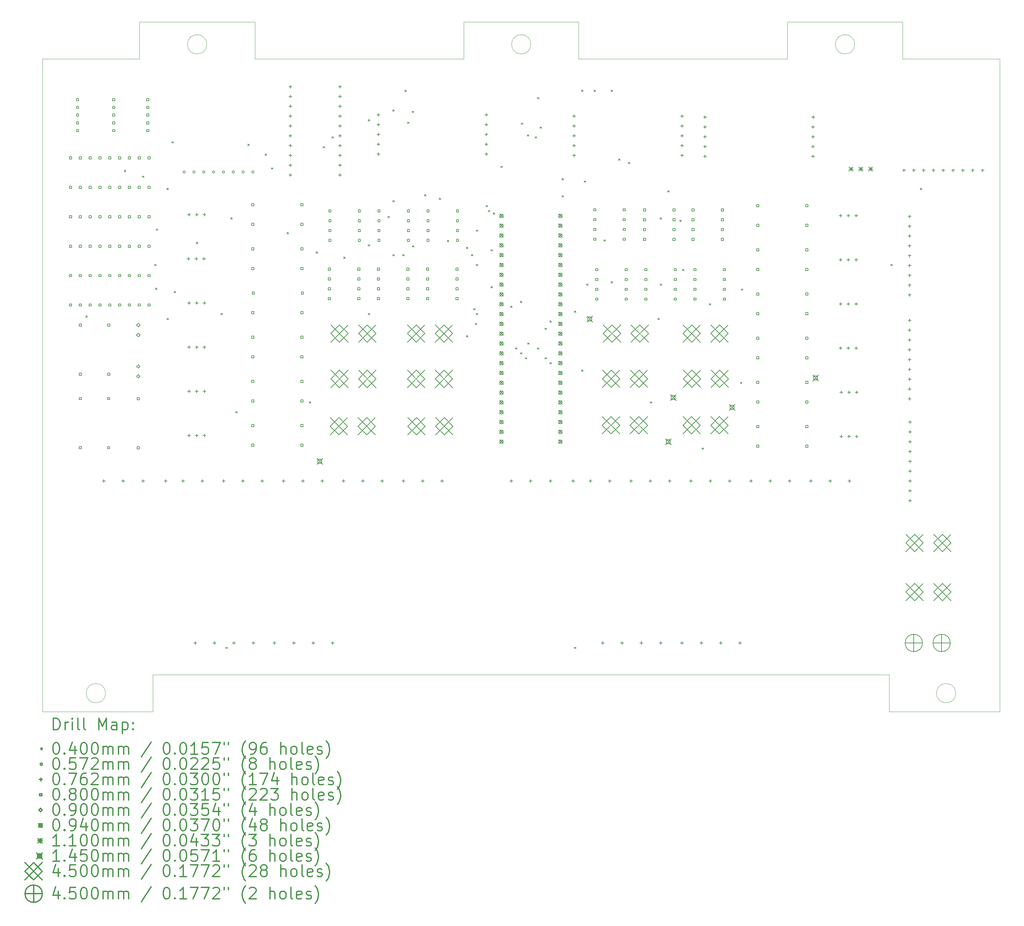
<source format=gbr>
%FSLAX45Y45*%
G04 Gerber Fmt 4.5, Leading zero omitted, Abs format (unit mm)*
G04 Created by KiCad (PCBNEW (5.1.10)-1) date 2021-12-21 23:54:28*
%MOMM*%
%LPD*%
G01*
G04 APERTURE LIST*
%TA.AperFunction,Profile*%
%ADD10C,0.050000*%
%TD*%
%ADD11C,0.200000*%
%ADD12C,0.300000*%
G04 APERTURE END LIST*
D10*
X28645420Y-25683900D02*
G75*
G03*
X28645420Y-25683900I-250000J0D01*
G01*
X6649020Y-25683900D02*
G75*
G03*
X6649020Y-25683900I-250000J0D01*
G01*
X10515600Y-8318000D02*
X7525000Y-8318000D01*
X26031000Y-8894500D02*
G75*
G03*
X26031000Y-8894500I-250000J0D01*
G01*
X17652300Y-8894500D02*
G75*
G03*
X17652300Y-8894500I-250000J0D01*
G01*
X9267000Y-8894500D02*
G75*
G03*
X9267000Y-8894500I-250000J0D01*
G01*
X15913600Y-8318000D02*
X18891000Y-8318000D01*
X15913600Y-8318000D02*
X15913600Y-9271000D01*
X18891000Y-9271000D02*
X18891000Y-8318000D01*
X24289000Y-9271000D02*
X18891000Y-9271000D01*
X24289000Y-9271000D02*
X24289000Y-8318000D01*
X24289000Y-8318000D02*
X27273000Y-8318000D01*
X27273000Y-8318000D02*
X27273000Y-9271000D01*
X10515600Y-8318000D02*
X10515600Y-9271000D01*
X7525000Y-9271000D02*
X7525000Y-8318000D01*
X15913600Y-9271000D02*
X10515600Y-9271000D01*
X29781500Y-9271000D02*
X27273000Y-9271000D01*
X7525000Y-9271000D02*
X5016500Y-9271000D01*
X5016500Y-25019000D02*
X5016500Y-9271000D01*
X29781500Y-26162000D02*
X29781500Y-25019000D01*
X26924000Y-26162000D02*
X29781500Y-26162000D01*
X26924000Y-25209500D02*
X26924000Y-26162000D01*
X7873500Y-25209500D02*
X26924000Y-25209500D01*
X7873500Y-26162000D02*
X7873500Y-25209500D01*
X5016500Y-26162000D02*
X7873500Y-26162000D01*
X5016500Y-25971500D02*
X5016500Y-26162000D01*
X5016500Y-25971500D02*
X5016500Y-25019000D01*
X29781500Y-9271000D02*
X29781500Y-25019000D01*
D11*
X6139500Y-15918500D02*
X6179500Y-15958500D01*
X6179500Y-15918500D02*
X6139500Y-15958500D01*
X7131900Y-12148400D02*
X7171900Y-12188400D01*
X7171900Y-12148400D02*
X7131900Y-12188400D01*
X7600000Y-12299000D02*
X7640000Y-12339000D01*
X7640000Y-12299000D02*
X7600000Y-12339000D01*
X7917500Y-14585000D02*
X7957500Y-14625000D01*
X7957500Y-14585000D02*
X7917500Y-14625000D01*
X7940000Y-15197500D02*
X7980000Y-15237500D01*
X7980000Y-15197500D02*
X7940000Y-15237500D01*
X7955600Y-13670600D02*
X7995600Y-13710600D01*
X7995600Y-13670600D02*
X7955600Y-13710600D01*
X8235000Y-12616500D02*
X8275000Y-12656500D01*
X8275000Y-12616500D02*
X8235000Y-12656500D01*
X8235000Y-15982000D02*
X8275000Y-16022000D01*
X8275000Y-15982000D02*
X8235000Y-16022000D01*
X8362000Y-11410000D02*
X8402000Y-11450000D01*
X8402000Y-11410000D02*
X8362000Y-11450000D01*
X8425500Y-15283500D02*
X8465500Y-15323500D01*
X8465500Y-15283500D02*
X8425500Y-15323500D01*
X8997000Y-14013500D02*
X9037000Y-14053500D01*
X9037000Y-14013500D02*
X8997000Y-14053500D01*
X9632000Y-15855000D02*
X9672000Y-15895000D01*
X9672000Y-15855000D02*
X9632000Y-15895000D01*
X9759000Y-24491000D02*
X9799000Y-24531000D01*
X9799000Y-24491000D02*
X9759000Y-24531000D01*
X9886000Y-13378500D02*
X9926000Y-13418500D01*
X9926000Y-13378500D02*
X9886000Y-13418500D01*
X10013000Y-18395000D02*
X10053000Y-18435000D01*
X10053000Y-18395000D02*
X10013000Y-18435000D01*
X10330500Y-11473500D02*
X10370500Y-11513500D01*
X10370500Y-11473500D02*
X10330500Y-11513500D01*
X10775000Y-11727500D02*
X10815000Y-11767500D01*
X10815000Y-11727500D02*
X10775000Y-11767500D01*
X10939130Y-12086630D02*
X10979130Y-12126630D01*
X10979130Y-12086630D02*
X10939130Y-12126630D01*
X11346500Y-13759500D02*
X11386500Y-13799500D01*
X11386500Y-13759500D02*
X11346500Y-13799500D01*
X11918000Y-18141000D02*
X11958000Y-18181000D01*
X11958000Y-18141000D02*
X11918000Y-18181000D01*
X12099500Y-14258500D02*
X12139500Y-14298500D01*
X12139500Y-14258500D02*
X12099500Y-14298500D01*
X12273600Y-11537000D02*
X12313600Y-11577000D01*
X12313600Y-11537000D02*
X12273600Y-11577000D01*
X12502200Y-11283000D02*
X12542200Y-11323000D01*
X12542200Y-11283000D02*
X12502200Y-11323000D01*
X12807000Y-14394500D02*
X12847000Y-14434500D01*
X12847000Y-14394500D02*
X12807000Y-14434500D01*
X13442000Y-10838500D02*
X13482000Y-10878500D01*
X13482000Y-10838500D02*
X13442000Y-10878500D01*
X13442000Y-14077000D02*
X13482000Y-14117000D01*
X13482000Y-14077000D02*
X13442000Y-14117000D01*
X13442000Y-15855000D02*
X13482000Y-15895000D01*
X13482000Y-15855000D02*
X13442000Y-15895000D01*
X13950000Y-13340400D02*
X13990000Y-13380400D01*
X13990000Y-13340400D02*
X13950000Y-13380400D01*
X14077000Y-10584500D02*
X14117000Y-10624500D01*
X14117000Y-10584500D02*
X14077000Y-10624500D01*
X14077000Y-12934000D02*
X14117000Y-12974000D01*
X14117000Y-12934000D02*
X14077000Y-12974000D01*
X14077000Y-14331000D02*
X14117000Y-14371000D01*
X14117000Y-14331000D02*
X14077000Y-14371000D01*
X14331000Y-14331000D02*
X14371000Y-14371000D01*
X14371000Y-14331000D02*
X14331000Y-14371000D01*
X14393818Y-10077182D02*
X14433818Y-10117182D01*
X14433818Y-10077182D02*
X14393818Y-10117182D01*
X14458000Y-10902000D02*
X14498000Y-10942000D01*
X14498000Y-10902000D02*
X14458000Y-10942000D01*
X14576000Y-10622600D02*
X14616000Y-10662600D01*
X14616000Y-10622600D02*
X14576000Y-10662600D01*
X14585000Y-14102400D02*
X14625000Y-14142400D01*
X14625000Y-14102400D02*
X14585000Y-14142400D01*
X14902500Y-12775528D02*
X14942500Y-12815528D01*
X14942500Y-12775528D02*
X14902500Y-12815528D01*
X15283500Y-12870500D02*
X15323500Y-12910500D01*
X15323500Y-12870500D02*
X15283500Y-12910500D01*
X15490000Y-13966000D02*
X15530000Y-14006000D01*
X15530000Y-13966000D02*
X15490000Y-14006000D01*
X15982000Y-14140500D02*
X16022000Y-14180500D01*
X16022000Y-14140500D02*
X15982000Y-14180500D01*
X15982000Y-16426500D02*
X16022000Y-16466500D01*
X16022000Y-16426500D02*
X15982000Y-16466500D01*
X16109000Y-14331000D02*
X16149000Y-14371000D01*
X16149000Y-14331000D02*
X16109000Y-14371000D01*
X16172500Y-15728000D02*
X16212500Y-15768000D01*
X16212500Y-15728000D02*
X16172500Y-15768000D01*
X16210600Y-16109000D02*
X16250600Y-16149000D01*
X16250600Y-16109000D02*
X16210600Y-16149000D01*
X16236000Y-13696000D02*
X16276000Y-13736000D01*
X16276000Y-13696000D02*
X16236000Y-13736000D01*
X16236000Y-14585000D02*
X16276000Y-14625000D01*
X16276000Y-14585000D02*
X16236000Y-14625000D01*
X16236000Y-15855000D02*
X16276000Y-15895000D01*
X16276000Y-15855000D02*
X16236000Y-15895000D01*
X16490000Y-13061000D02*
X16530000Y-13101000D01*
X16530000Y-13061000D02*
X16490000Y-13101000D01*
X16553500Y-13188000D02*
X16593500Y-13228000D01*
X16593500Y-13188000D02*
X16553500Y-13228000D01*
X16617000Y-14204000D02*
X16657000Y-14244000D01*
X16657000Y-14204000D02*
X16617000Y-14244000D01*
X16617000Y-15156500D02*
X16657000Y-15196500D01*
X16657000Y-15156500D02*
X16617000Y-15196500D01*
X16680500Y-13251500D02*
X16720500Y-13291500D01*
X16720500Y-13251500D02*
X16680500Y-13291500D01*
X16871000Y-12045000D02*
X16911000Y-12085000D01*
X16911000Y-12045000D02*
X16871000Y-12085000D01*
X17125000Y-15664500D02*
X17165000Y-15704500D01*
X17165000Y-15664500D02*
X17125000Y-15704500D01*
X17252000Y-16744000D02*
X17292000Y-16784000D01*
X17292000Y-16744000D02*
X17252000Y-16784000D01*
X17379000Y-15537500D02*
X17419000Y-15577500D01*
X17419000Y-15537500D02*
X17379000Y-15577500D01*
X17379000Y-16871000D02*
X17419000Y-16911000D01*
X17419000Y-16871000D02*
X17379000Y-16911000D01*
X17404400Y-10927400D02*
X17444400Y-10967400D01*
X17444400Y-10927400D02*
X17404400Y-10967400D01*
X17506000Y-16998000D02*
X17546000Y-17038000D01*
X17546000Y-16998000D02*
X17506000Y-17038000D01*
X17556800Y-11232200D02*
X17596800Y-11272200D01*
X17596800Y-11232200D02*
X17556800Y-11272200D01*
X17569500Y-16617000D02*
X17609500Y-16657000D01*
X17609500Y-16617000D02*
X17569500Y-16657000D01*
X17760000Y-11283000D02*
X17800000Y-11323000D01*
X17800000Y-11283000D02*
X17760000Y-11323000D01*
X17823500Y-10267000D02*
X17863500Y-10307000D01*
X17863500Y-10267000D02*
X17823500Y-10307000D01*
X17823500Y-16744000D02*
X17863500Y-16784000D01*
X17863500Y-16744000D02*
X17823500Y-16784000D01*
X17887000Y-11029000D02*
X17927000Y-11069000D01*
X17927000Y-11029000D02*
X17887000Y-11069000D01*
X18014000Y-16236000D02*
X18054000Y-16276000D01*
X18054000Y-16236000D02*
X18014000Y-16276000D01*
X18014000Y-16998000D02*
X18054000Y-17038000D01*
X18054000Y-16998000D02*
X18014000Y-17038000D01*
X18141000Y-16045500D02*
X18181000Y-16085500D01*
X18181000Y-16045500D02*
X18141000Y-16085500D01*
X18141000Y-17125000D02*
X18181000Y-17165000D01*
X18181000Y-17125000D02*
X18141000Y-17165000D01*
X18458500Y-12362500D02*
X18498500Y-12402500D01*
X18498500Y-12362500D02*
X18458500Y-12402500D01*
X18458500Y-12807000D02*
X18498500Y-12847000D01*
X18498500Y-12807000D02*
X18458500Y-12847000D01*
X18776000Y-15791500D02*
X18816000Y-15831500D01*
X18816000Y-15791500D02*
X18776000Y-15831500D01*
X18776000Y-24491000D02*
X18816000Y-24531000D01*
X18816000Y-24491000D02*
X18776000Y-24531000D01*
X18966500Y-10076500D02*
X19006500Y-10116500D01*
X19006500Y-10076500D02*
X18966500Y-10116500D01*
X18966500Y-17315500D02*
X19006500Y-17355500D01*
X19006500Y-17315500D02*
X18966500Y-17355500D01*
X19030000Y-12426000D02*
X19070000Y-12466000D01*
X19070000Y-12426000D02*
X19030000Y-12466000D01*
X19093500Y-15093000D02*
X19133500Y-15133000D01*
X19133500Y-15093000D02*
X19093500Y-15133000D01*
X19284000Y-10076500D02*
X19324000Y-10116500D01*
X19324000Y-10076500D02*
X19284000Y-10116500D01*
X19538000Y-13950000D02*
X19578000Y-13990000D01*
X19578000Y-13950000D02*
X19538000Y-13990000D01*
X19728500Y-10076500D02*
X19768500Y-10116500D01*
X19768500Y-10076500D02*
X19728500Y-10116500D01*
X19728500Y-15029500D02*
X19768500Y-15069500D01*
X19768500Y-15029500D02*
X19728500Y-15069500D01*
X19919000Y-11854500D02*
X19959000Y-11894500D01*
X19959000Y-11854500D02*
X19919000Y-11894500D01*
X20173000Y-11943400D02*
X20213000Y-11983400D01*
X20213000Y-11943400D02*
X20173000Y-11983400D01*
X20744500Y-18141000D02*
X20784500Y-18181000D01*
X20784500Y-18141000D02*
X20744500Y-18181000D01*
X20935000Y-15982000D02*
X20975000Y-16022000D01*
X20975000Y-15982000D02*
X20935000Y-16022000D01*
X20998500Y-13378500D02*
X21038500Y-13418500D01*
X21038500Y-13378500D02*
X20998500Y-13418500D01*
X20998500Y-15093000D02*
X21038500Y-15133000D01*
X21038500Y-15093000D02*
X20998500Y-15133000D01*
X21189000Y-12680000D02*
X21229000Y-12720000D01*
X21229000Y-12680000D02*
X21189000Y-12720000D01*
X21506500Y-13442000D02*
X21546500Y-13482000D01*
X21546500Y-13442000D02*
X21506500Y-13482000D01*
X21570000Y-14712000D02*
X21610000Y-14752000D01*
X21610000Y-14712000D02*
X21570000Y-14752000D01*
X22078000Y-19334800D02*
X22118000Y-19374800D01*
X22118000Y-19334800D02*
X22078000Y-19374800D01*
X22268500Y-15601000D02*
X22308500Y-15641000D01*
X22308500Y-15601000D02*
X22268500Y-15641000D01*
X23075784Y-17633000D02*
X23115784Y-17673000D01*
X23115784Y-17633000D02*
X23075784Y-17673000D01*
X23094000Y-15220000D02*
X23134000Y-15260000D01*
X23134000Y-15220000D02*
X23094000Y-15260000D01*
X26967500Y-14585000D02*
X27007500Y-14625000D01*
X27007500Y-14585000D02*
X26967500Y-14625000D01*
X27729500Y-12616500D02*
X27769500Y-12656500D01*
X27769500Y-12616500D02*
X27729500Y-12656500D01*
X8711495Y-12196280D02*
G75*
G03*
X8711495Y-12196280I-28575J0D01*
G01*
X8965495Y-12196280D02*
G75*
G03*
X8965495Y-12196280I-28575J0D01*
G01*
X9219495Y-12196280D02*
G75*
G03*
X9219495Y-12196280I-28575J0D01*
G01*
X9473495Y-12196280D02*
G75*
G03*
X9473495Y-12196280I-28575J0D01*
G01*
X9727495Y-12196280D02*
G75*
G03*
X9727495Y-12196280I-28575J0D01*
G01*
X9981495Y-12196280D02*
G75*
G03*
X9981495Y-12196280I-28575J0D01*
G01*
X10235495Y-12196280D02*
G75*
G03*
X10235495Y-12196280I-28575J0D01*
G01*
X10489495Y-12196280D02*
G75*
G03*
X10489495Y-12196280I-28575J0D01*
G01*
X6604000Y-20154900D02*
X6604000Y-20231100D01*
X6565900Y-20193000D02*
X6642100Y-20193000D01*
X7104000Y-20154900D02*
X7104000Y-20231100D01*
X7065900Y-20193000D02*
X7142100Y-20193000D01*
X7620000Y-20154900D02*
X7620000Y-20231100D01*
X7581900Y-20193000D02*
X7658100Y-20193000D01*
X8204000Y-20154900D02*
X8204000Y-20231100D01*
X8165900Y-20193000D02*
X8242100Y-20193000D01*
X8654000Y-20154900D02*
X8654000Y-20231100D01*
X8615900Y-20193000D02*
X8692100Y-20193000D01*
X8794000Y-14402900D02*
X8794000Y-14479100D01*
X8755900Y-14441000D02*
X8832100Y-14441000D01*
X8809000Y-13259900D02*
X8809000Y-13336100D01*
X8770900Y-13298000D02*
X8847100Y-13298000D01*
X8809000Y-15545900D02*
X8809000Y-15622100D01*
X8770900Y-15584000D02*
X8847100Y-15584000D01*
X8809000Y-16688900D02*
X8809000Y-16765100D01*
X8770900Y-16727000D02*
X8847100Y-16727000D01*
X8809000Y-17831900D02*
X8809000Y-17908100D01*
X8770900Y-17870000D02*
X8847100Y-17870000D01*
X8809000Y-18974900D02*
X8809000Y-19051100D01*
X8770900Y-19013000D02*
X8847100Y-19013000D01*
X8971500Y-24345900D02*
X8971500Y-24422100D01*
X8933400Y-24384000D02*
X9009600Y-24384000D01*
X8994000Y-14402900D02*
X8994000Y-14479100D01*
X8955900Y-14441000D02*
X9032100Y-14441000D01*
X9009000Y-13259900D02*
X9009000Y-13336100D01*
X8970900Y-13298000D02*
X9047100Y-13298000D01*
X9009000Y-15545900D02*
X9009000Y-15622100D01*
X8970900Y-15584000D02*
X9047100Y-15584000D01*
X9009000Y-16688900D02*
X9009000Y-16765100D01*
X8970900Y-16727000D02*
X9047100Y-16727000D01*
X9009000Y-17831900D02*
X9009000Y-17908100D01*
X8970900Y-17870000D02*
X9047100Y-17870000D01*
X9009000Y-18974900D02*
X9009000Y-19051100D01*
X8970900Y-19013000D02*
X9047100Y-19013000D01*
X9154000Y-20154900D02*
X9154000Y-20231100D01*
X9115900Y-20193000D02*
X9192100Y-20193000D01*
X9194000Y-14402900D02*
X9194000Y-14479100D01*
X9155900Y-14441000D02*
X9232100Y-14441000D01*
X9209000Y-13259900D02*
X9209000Y-13336100D01*
X9170900Y-13298000D02*
X9247100Y-13298000D01*
X9209000Y-15545900D02*
X9209000Y-15622100D01*
X9170900Y-15584000D02*
X9247100Y-15584000D01*
X9209000Y-16688900D02*
X9209000Y-16765100D01*
X9170900Y-16727000D02*
X9247100Y-16727000D01*
X9209000Y-17831900D02*
X9209000Y-17908100D01*
X9170900Y-17870000D02*
X9247100Y-17870000D01*
X9209000Y-18974900D02*
X9209000Y-19051100D01*
X9170900Y-19013000D02*
X9247100Y-19013000D01*
X9471500Y-24345900D02*
X9471500Y-24422100D01*
X9433400Y-24384000D02*
X9509600Y-24384000D01*
X9704000Y-20154900D02*
X9704000Y-20231100D01*
X9665900Y-20193000D02*
X9742100Y-20193000D01*
X9971500Y-24345900D02*
X9971500Y-24422100D01*
X9933400Y-24384000D02*
X10009600Y-24384000D01*
X10204000Y-20154900D02*
X10204000Y-20231100D01*
X10165900Y-20193000D02*
X10242100Y-20193000D01*
X10471500Y-24345900D02*
X10471500Y-24422100D01*
X10433400Y-24384000D02*
X10509600Y-24384000D01*
X10704000Y-20154900D02*
X10704000Y-20231100D01*
X10665900Y-20193000D02*
X10742100Y-20193000D01*
X11021500Y-24345900D02*
X11021500Y-24422100D01*
X10983400Y-24384000D02*
X11059600Y-24384000D01*
X11254000Y-20154900D02*
X11254000Y-20231100D01*
X11215900Y-20193000D02*
X11292100Y-20193000D01*
X11430842Y-9950382D02*
X11430842Y-10026582D01*
X11392742Y-9988482D02*
X11468942Y-9988482D01*
X11430842Y-10204382D02*
X11430842Y-10280582D01*
X11392742Y-10242482D02*
X11468942Y-10242482D01*
X11430842Y-10458382D02*
X11430842Y-10534582D01*
X11392742Y-10496482D02*
X11468942Y-10496482D01*
X11430842Y-10712382D02*
X11430842Y-10788582D01*
X11392742Y-10750482D02*
X11468942Y-10750482D01*
X11430842Y-10966382D02*
X11430842Y-11042582D01*
X11392742Y-11004482D02*
X11468942Y-11004482D01*
X11430842Y-11220382D02*
X11430842Y-11296582D01*
X11392742Y-11258482D02*
X11468942Y-11258482D01*
X11430842Y-11474382D02*
X11430842Y-11550582D01*
X11392742Y-11512482D02*
X11468942Y-11512482D01*
X11430842Y-11728382D02*
X11430842Y-11804582D01*
X11392742Y-11766482D02*
X11468942Y-11766482D01*
X11430842Y-11982382D02*
X11430842Y-12058582D01*
X11392742Y-12020482D02*
X11468942Y-12020482D01*
X11430842Y-12236382D02*
X11430842Y-12312582D01*
X11392742Y-12274482D02*
X11468942Y-12274482D01*
X11521500Y-24345900D02*
X11521500Y-24422100D01*
X11483400Y-24384000D02*
X11559600Y-24384000D01*
X11754000Y-20154900D02*
X11754000Y-20231100D01*
X11715900Y-20193000D02*
X11792100Y-20193000D01*
X12021500Y-24345900D02*
X12021500Y-24422100D01*
X11983400Y-24384000D02*
X12059600Y-24384000D01*
X12254000Y-20154900D02*
X12254000Y-20231100D01*
X12215900Y-20193000D02*
X12292100Y-20193000D01*
X12521500Y-24345900D02*
X12521500Y-24422100D01*
X12483400Y-24384000D02*
X12559600Y-24384000D01*
X12710842Y-9950382D02*
X12710842Y-10026582D01*
X12672742Y-9988482D02*
X12748942Y-9988482D01*
X12710842Y-10204382D02*
X12710842Y-10280582D01*
X12672742Y-10242482D02*
X12748942Y-10242482D01*
X12710842Y-10458382D02*
X12710842Y-10534582D01*
X12672742Y-10496482D02*
X12748942Y-10496482D01*
X12710842Y-10712382D02*
X12710842Y-10788582D01*
X12672742Y-10750482D02*
X12748942Y-10750482D01*
X12710842Y-10966382D02*
X12710842Y-11042582D01*
X12672742Y-11004482D02*
X12748942Y-11004482D01*
X12710842Y-11220382D02*
X12710842Y-11296582D01*
X12672742Y-11258482D02*
X12748942Y-11258482D01*
X12710842Y-11474382D02*
X12710842Y-11550582D01*
X12672742Y-11512482D02*
X12748942Y-11512482D01*
X12710842Y-11728382D02*
X12710842Y-11804582D01*
X12672742Y-11766482D02*
X12748942Y-11766482D01*
X12710842Y-11982382D02*
X12710842Y-12058582D01*
X12672742Y-12020482D02*
X12748942Y-12020482D01*
X12710842Y-12236382D02*
X12710842Y-12312582D01*
X12672742Y-12274482D02*
X12748942Y-12274482D01*
X12804000Y-20154900D02*
X12804000Y-20231100D01*
X12765900Y-20193000D02*
X12842100Y-20193000D01*
X13304000Y-20154900D02*
X13304000Y-20231100D01*
X13265900Y-20193000D02*
X13342100Y-20193000D01*
X13705840Y-10680700D02*
X13705840Y-10756900D01*
X13667740Y-10718800D02*
X13743940Y-10718800D01*
X13705840Y-10934700D02*
X13705840Y-11010900D01*
X13667740Y-10972800D02*
X13743940Y-10972800D01*
X13705840Y-11188700D02*
X13705840Y-11264900D01*
X13667740Y-11226800D02*
X13743940Y-11226800D01*
X13705840Y-11442700D02*
X13705840Y-11518900D01*
X13667740Y-11480800D02*
X13743940Y-11480800D01*
X13705840Y-11696700D02*
X13705840Y-11772900D01*
X13667740Y-11734800D02*
X13743940Y-11734800D01*
X13804000Y-20154900D02*
X13804000Y-20231100D01*
X13765900Y-20193000D02*
X13842100Y-20193000D01*
X14354000Y-20154900D02*
X14354000Y-20231100D01*
X14315900Y-20193000D02*
X14392100Y-20193000D01*
X14854000Y-20154900D02*
X14854000Y-20231100D01*
X14815900Y-20193000D02*
X14892100Y-20193000D01*
X15354000Y-20154900D02*
X15354000Y-20231100D01*
X15315900Y-20193000D02*
X15392100Y-20193000D01*
X16499840Y-10934700D02*
X16499840Y-11010900D01*
X16461740Y-10972800D02*
X16537940Y-10972800D01*
X16499840Y-11188700D02*
X16499840Y-11264900D01*
X16461740Y-11226800D02*
X16537940Y-11226800D01*
X16499840Y-11442700D02*
X16499840Y-11518900D01*
X16461740Y-11480800D02*
X16537940Y-11480800D01*
X16499840Y-11696700D02*
X16499840Y-11772900D01*
X16461740Y-11734800D02*
X16537940Y-11734800D01*
X16500840Y-10680700D02*
X16500840Y-10756900D01*
X16462740Y-10718800D02*
X16538940Y-10718800D01*
X17145000Y-20154900D02*
X17145000Y-20231100D01*
X17106900Y-20193000D02*
X17183100Y-20193000D01*
X17645000Y-20154900D02*
X17645000Y-20231100D01*
X17606900Y-20193000D02*
X17683100Y-20193000D01*
X18161000Y-20154900D02*
X18161000Y-20231100D01*
X18122900Y-20193000D02*
X18199100Y-20193000D01*
X18745000Y-20154900D02*
X18745000Y-20231100D01*
X18706900Y-20193000D02*
X18783100Y-20193000D01*
X18770600Y-10711180D02*
X18770600Y-10787380D01*
X18732500Y-10749280D02*
X18808700Y-10749280D01*
X18770600Y-10965180D02*
X18770600Y-11041380D01*
X18732500Y-11003280D02*
X18808700Y-11003280D01*
X18770600Y-11219180D02*
X18770600Y-11295380D01*
X18732500Y-11257280D02*
X18808700Y-11257280D01*
X18770600Y-11473180D02*
X18770600Y-11549380D01*
X18732500Y-11511280D02*
X18808700Y-11511280D01*
X18770600Y-11727180D02*
X18770600Y-11803380D01*
X18732500Y-11765280D02*
X18808700Y-11765280D01*
X19195000Y-20154900D02*
X19195000Y-20231100D01*
X19156900Y-20193000D02*
X19233100Y-20193000D01*
X19512500Y-24345900D02*
X19512500Y-24422100D01*
X19474400Y-24384000D02*
X19550600Y-24384000D01*
X19695000Y-20154900D02*
X19695000Y-20231100D01*
X19656900Y-20193000D02*
X19733100Y-20193000D01*
X20012500Y-24345900D02*
X20012500Y-24422100D01*
X19974400Y-24384000D02*
X20050600Y-24384000D01*
X20245000Y-20154900D02*
X20245000Y-20231100D01*
X20206900Y-20193000D02*
X20283100Y-20193000D01*
X20512500Y-24345900D02*
X20512500Y-24422100D01*
X20474400Y-24384000D02*
X20550600Y-24384000D01*
X20745000Y-20154900D02*
X20745000Y-20231100D01*
X20706900Y-20193000D02*
X20783100Y-20193000D01*
X21012500Y-24345900D02*
X21012500Y-24422100D01*
X20974400Y-24384000D02*
X21050600Y-24384000D01*
X21245000Y-20154900D02*
X21245000Y-20231100D01*
X21206900Y-20193000D02*
X21283100Y-20193000D01*
X21562500Y-24345900D02*
X21562500Y-24422100D01*
X21524400Y-24384000D02*
X21600600Y-24384000D01*
X21564600Y-10965180D02*
X21564600Y-11041380D01*
X21526500Y-11003280D02*
X21602700Y-11003280D01*
X21564600Y-11219180D02*
X21564600Y-11295380D01*
X21526500Y-11257280D02*
X21602700Y-11257280D01*
X21564600Y-11473180D02*
X21564600Y-11549380D01*
X21526500Y-11511280D02*
X21602700Y-11511280D01*
X21564600Y-11727180D02*
X21564600Y-11803380D01*
X21526500Y-11765280D02*
X21602700Y-11765280D01*
X21565600Y-10711180D02*
X21565600Y-10787380D01*
X21527500Y-10749280D02*
X21603700Y-10749280D01*
X21795000Y-20154900D02*
X21795000Y-20231100D01*
X21756900Y-20193000D02*
X21833100Y-20193000D01*
X22062500Y-24345900D02*
X22062500Y-24422100D01*
X22024400Y-24384000D02*
X22100600Y-24384000D01*
X22158960Y-10736580D02*
X22158960Y-10812780D01*
X22120860Y-10774680D02*
X22197060Y-10774680D01*
X22158960Y-10990580D02*
X22158960Y-11066780D01*
X22120860Y-11028680D02*
X22197060Y-11028680D01*
X22158960Y-11244580D02*
X22158960Y-11320780D01*
X22120860Y-11282680D02*
X22197060Y-11282680D01*
X22158960Y-11498580D02*
X22158960Y-11574780D01*
X22120860Y-11536680D02*
X22197060Y-11536680D01*
X22158960Y-11752580D02*
X22158960Y-11828780D01*
X22120860Y-11790680D02*
X22197060Y-11790680D01*
X22295000Y-20154900D02*
X22295000Y-20231100D01*
X22256900Y-20193000D02*
X22333100Y-20193000D01*
X22562500Y-24345900D02*
X22562500Y-24422100D01*
X22524400Y-24384000D02*
X22600600Y-24384000D01*
X22795000Y-20154900D02*
X22795000Y-20231100D01*
X22756900Y-20193000D02*
X22833100Y-20193000D01*
X23062500Y-24345900D02*
X23062500Y-24422100D01*
X23024400Y-24384000D02*
X23100600Y-24384000D01*
X23345000Y-20154900D02*
X23345000Y-20231100D01*
X23306900Y-20193000D02*
X23383100Y-20193000D01*
X23845000Y-20154900D02*
X23845000Y-20231100D01*
X23806900Y-20193000D02*
X23883100Y-20193000D01*
X24345000Y-20154900D02*
X24345000Y-20231100D01*
X24306900Y-20193000D02*
X24383100Y-20193000D01*
X24895000Y-20154900D02*
X24895000Y-20231100D01*
X24856900Y-20193000D02*
X24933100Y-20193000D01*
X24952960Y-10990580D02*
X24952960Y-11066780D01*
X24914860Y-11028680D02*
X24991060Y-11028680D01*
X24952960Y-11244580D02*
X24952960Y-11320780D01*
X24914860Y-11282680D02*
X24991060Y-11282680D01*
X24952960Y-11498580D02*
X24952960Y-11574780D01*
X24914860Y-11536680D02*
X24991060Y-11536680D01*
X24952960Y-11752580D02*
X24952960Y-11828780D01*
X24914860Y-11790680D02*
X24991060Y-11790680D01*
X24953960Y-10736580D02*
X24953960Y-10812780D01*
X24915860Y-10774680D02*
X24992060Y-10774680D01*
X25395000Y-20154900D02*
X25395000Y-20231100D01*
X25356900Y-20193000D02*
X25433100Y-20193000D01*
X25667700Y-13286900D02*
X25667700Y-13363100D01*
X25629600Y-13325000D02*
X25705800Y-13325000D01*
X25667700Y-14429900D02*
X25667700Y-14506100D01*
X25629600Y-14468000D02*
X25705800Y-14468000D01*
X25667700Y-15572900D02*
X25667700Y-15649100D01*
X25629600Y-15611000D02*
X25705800Y-15611000D01*
X25667700Y-16715900D02*
X25667700Y-16792100D01*
X25629600Y-16754000D02*
X25705800Y-16754000D01*
X25682700Y-17858900D02*
X25682700Y-17935100D01*
X25644600Y-17897000D02*
X25720800Y-17897000D01*
X25682700Y-19001900D02*
X25682700Y-19078100D01*
X25644600Y-19040000D02*
X25720800Y-19040000D01*
X25867700Y-13286900D02*
X25867700Y-13363100D01*
X25829600Y-13325000D02*
X25905800Y-13325000D01*
X25867700Y-14429900D02*
X25867700Y-14506100D01*
X25829600Y-14468000D02*
X25905800Y-14468000D01*
X25867700Y-15572900D02*
X25867700Y-15649100D01*
X25829600Y-15611000D02*
X25905800Y-15611000D01*
X25867700Y-16715900D02*
X25867700Y-16792100D01*
X25829600Y-16754000D02*
X25905800Y-16754000D01*
X25882700Y-17858900D02*
X25882700Y-17935100D01*
X25844600Y-17897000D02*
X25920800Y-17897000D01*
X25882700Y-19001900D02*
X25882700Y-19078100D01*
X25844600Y-19040000D02*
X25920800Y-19040000D01*
X25895000Y-20154900D02*
X25895000Y-20231100D01*
X25856900Y-20193000D02*
X25933100Y-20193000D01*
X26067700Y-13286900D02*
X26067700Y-13363100D01*
X26029600Y-13325000D02*
X26105800Y-13325000D01*
X26067700Y-14429900D02*
X26067700Y-14506100D01*
X26029600Y-14468000D02*
X26105800Y-14468000D01*
X26067700Y-15572900D02*
X26067700Y-15649100D01*
X26029600Y-15611000D02*
X26105800Y-15611000D01*
X26067700Y-16715900D02*
X26067700Y-16792100D01*
X26029600Y-16754000D02*
X26105800Y-16754000D01*
X26082700Y-17858900D02*
X26082700Y-17935100D01*
X26044600Y-17897000D02*
X26120800Y-17897000D01*
X26082700Y-19001900D02*
X26082700Y-19078100D01*
X26044600Y-19040000D02*
X26120800Y-19040000D01*
X27305000Y-12115800D02*
X27305000Y-12192000D01*
X27266900Y-12153900D02*
X27343100Y-12153900D01*
X27451050Y-13309600D02*
X27451050Y-13385800D01*
X27412950Y-13347700D02*
X27489150Y-13347700D01*
X27451050Y-13563600D02*
X27451050Y-13639800D01*
X27412950Y-13601700D02*
X27489150Y-13601700D01*
X27451050Y-13817600D02*
X27451050Y-13893800D01*
X27412950Y-13855700D02*
X27489150Y-13855700D01*
X27451050Y-14071600D02*
X27451050Y-14147800D01*
X27412950Y-14109700D02*
X27489150Y-14109700D01*
X27451050Y-14325600D02*
X27451050Y-14401800D01*
X27412950Y-14363700D02*
X27489150Y-14363700D01*
X27451050Y-14579600D02*
X27451050Y-14655800D01*
X27412950Y-14617700D02*
X27489150Y-14617700D01*
X27451050Y-14833600D02*
X27451050Y-14909800D01*
X27412950Y-14871700D02*
X27489150Y-14871700D01*
X27451050Y-15087600D02*
X27451050Y-15163800D01*
X27412950Y-15125700D02*
X27489150Y-15125700D01*
X27451050Y-15341600D02*
X27451050Y-15417800D01*
X27412950Y-15379700D02*
X27489150Y-15379700D01*
X27451050Y-15995650D02*
X27451050Y-16071850D01*
X27412950Y-16033750D02*
X27489150Y-16033750D01*
X27451050Y-16249650D02*
X27451050Y-16325850D01*
X27412950Y-16287750D02*
X27489150Y-16287750D01*
X27451050Y-16503650D02*
X27451050Y-16579850D01*
X27412950Y-16541750D02*
X27489150Y-16541750D01*
X27451050Y-16757650D02*
X27451050Y-16833850D01*
X27412950Y-16795750D02*
X27489150Y-16795750D01*
X27451050Y-17011650D02*
X27451050Y-17087850D01*
X27412950Y-17049750D02*
X27489150Y-17049750D01*
X27451050Y-17265650D02*
X27451050Y-17341850D01*
X27412950Y-17303750D02*
X27489150Y-17303750D01*
X27451050Y-17519650D02*
X27451050Y-17595850D01*
X27412950Y-17557750D02*
X27489150Y-17557750D01*
X27451050Y-17773650D02*
X27451050Y-17849850D01*
X27412950Y-17811750D02*
X27489150Y-17811750D01*
X27451050Y-18027650D02*
X27451050Y-18103850D01*
X27412950Y-18065750D02*
X27489150Y-18065750D01*
X27462100Y-18630900D02*
X27462100Y-18707100D01*
X27424000Y-18669000D02*
X27500200Y-18669000D01*
X27462100Y-18884900D02*
X27462100Y-18961100D01*
X27424000Y-18923000D02*
X27500200Y-18923000D01*
X27462100Y-19138900D02*
X27462100Y-19215100D01*
X27424000Y-19177000D02*
X27500200Y-19177000D01*
X27462100Y-19392900D02*
X27462100Y-19469100D01*
X27424000Y-19431000D02*
X27500200Y-19431000D01*
X27462100Y-19646900D02*
X27462100Y-19723100D01*
X27424000Y-19685000D02*
X27500200Y-19685000D01*
X27462100Y-19900900D02*
X27462100Y-19977100D01*
X27424000Y-19939000D02*
X27500200Y-19939000D01*
X27462100Y-20154900D02*
X27462100Y-20231100D01*
X27424000Y-20193000D02*
X27500200Y-20193000D01*
X27462100Y-20408900D02*
X27462100Y-20485100D01*
X27424000Y-20447000D02*
X27500200Y-20447000D01*
X27462100Y-20662900D02*
X27462100Y-20739100D01*
X27424000Y-20701000D02*
X27500200Y-20701000D01*
X27559000Y-12115800D02*
X27559000Y-12192000D01*
X27520900Y-12153900D02*
X27597100Y-12153900D01*
X27813000Y-12115800D02*
X27813000Y-12192000D01*
X27774900Y-12153900D02*
X27851100Y-12153900D01*
X28067000Y-12115800D02*
X28067000Y-12192000D01*
X28028900Y-12153900D02*
X28105100Y-12153900D01*
X28321000Y-12115800D02*
X28321000Y-12192000D01*
X28282900Y-12153900D02*
X28359100Y-12153900D01*
X28575000Y-12115800D02*
X28575000Y-12192000D01*
X28536900Y-12153900D02*
X28613100Y-12153900D01*
X28829000Y-12115800D02*
X28829000Y-12192000D01*
X28790900Y-12153900D02*
X28867100Y-12153900D01*
X29083000Y-12115800D02*
X29083000Y-12192000D01*
X29044900Y-12153900D02*
X29121100Y-12153900D01*
X29337000Y-12115800D02*
X29337000Y-12192000D01*
X29298900Y-12153900D02*
X29375100Y-12153900D01*
X5768684Y-11861384D02*
X5768684Y-11804815D01*
X5712115Y-11804815D01*
X5712115Y-11861384D01*
X5768684Y-11861384D01*
X5768684Y-12623384D02*
X5768684Y-12566815D01*
X5712115Y-12566815D01*
X5712115Y-12623384D01*
X5768684Y-12623384D01*
X5768684Y-13385384D02*
X5768684Y-13328815D01*
X5712115Y-13328815D01*
X5712115Y-13385384D01*
X5768684Y-13385384D01*
X5768684Y-14147384D02*
X5768684Y-14090815D01*
X5712115Y-14090815D01*
X5712115Y-14147384D01*
X5768684Y-14147384D01*
X5769185Y-14903884D02*
X5769185Y-14847315D01*
X5712616Y-14847315D01*
X5712616Y-14903884D01*
X5769185Y-14903884D01*
X5769185Y-15665884D02*
X5769185Y-15609315D01*
X5712616Y-15609315D01*
X5712616Y-15665884D01*
X5769185Y-15665884D01*
X5952834Y-10352135D02*
X5952834Y-10295566D01*
X5896265Y-10295566D01*
X5896265Y-10352135D01*
X5952834Y-10352135D01*
X5952834Y-10552735D02*
X5952834Y-10496166D01*
X5896265Y-10496166D01*
X5896265Y-10552735D01*
X5952834Y-10552735D01*
X5952834Y-10753435D02*
X5952834Y-10696866D01*
X5896265Y-10696866D01*
X5896265Y-10753435D01*
X5952834Y-10753435D01*
X5952834Y-10954135D02*
X5952834Y-10897566D01*
X5896265Y-10897566D01*
X5896265Y-10954135D01*
X5952834Y-10954135D01*
X5952834Y-11154735D02*
X5952834Y-11098166D01*
X5896265Y-11098166D01*
X5896265Y-11154735D01*
X5952834Y-11154735D01*
X6022684Y-11861384D02*
X6022684Y-11804815D01*
X5966115Y-11804815D01*
X5966115Y-11861384D01*
X6022684Y-11861384D01*
X6022684Y-12623384D02*
X6022684Y-12566815D01*
X5966115Y-12566815D01*
X5966115Y-12623384D01*
X6022684Y-12623384D01*
X6022684Y-13385384D02*
X6022684Y-13328815D01*
X5966115Y-13328815D01*
X5966115Y-13385384D01*
X6022684Y-13385384D01*
X6022684Y-14147384D02*
X6022684Y-14090815D01*
X5966115Y-14090815D01*
X5966115Y-14147384D01*
X6022684Y-14147384D01*
X6023185Y-14903884D02*
X6023185Y-14847315D01*
X5966616Y-14847315D01*
X5966616Y-14903884D01*
X6023185Y-14903884D01*
X6023185Y-15665884D02*
X6023185Y-15609315D01*
X5966616Y-15609315D01*
X5966616Y-15665884D01*
X6023185Y-15665884D01*
X6027785Y-16189284D02*
X6027785Y-16132715D01*
X5971216Y-16132715D01*
X5971216Y-16189284D01*
X6027785Y-16189284D01*
X6027785Y-17459285D02*
X6027785Y-17402716D01*
X5971216Y-17402716D01*
X5971216Y-17459285D01*
X6027785Y-17459285D01*
X6027785Y-18088784D02*
X6027785Y-18032215D01*
X5971216Y-18032215D01*
X5971216Y-18088784D01*
X6027785Y-18088784D01*
X6027785Y-19358784D02*
X6027785Y-19302215D01*
X5971216Y-19302215D01*
X5971216Y-19358784D01*
X6027785Y-19358784D01*
X6276684Y-11861384D02*
X6276684Y-11804815D01*
X6220115Y-11804815D01*
X6220115Y-11861384D01*
X6276684Y-11861384D01*
X6276684Y-12623384D02*
X6276684Y-12566815D01*
X6220115Y-12566815D01*
X6220115Y-12623384D01*
X6276684Y-12623384D01*
X6276684Y-13385384D02*
X6276684Y-13328815D01*
X6220115Y-13328815D01*
X6220115Y-13385384D01*
X6276684Y-13385384D01*
X6276684Y-14147384D02*
X6276684Y-14090815D01*
X6220115Y-14090815D01*
X6220115Y-14147384D01*
X6276684Y-14147384D01*
X6277185Y-14903884D02*
X6277185Y-14847315D01*
X6220616Y-14847315D01*
X6220616Y-14903884D01*
X6277185Y-14903884D01*
X6277185Y-15665884D02*
X6277185Y-15609315D01*
X6220616Y-15609315D01*
X6220616Y-15665884D01*
X6277185Y-15665884D01*
X6530684Y-11861384D02*
X6530684Y-11804815D01*
X6474115Y-11804815D01*
X6474115Y-11861384D01*
X6530684Y-11861384D01*
X6530684Y-12623384D02*
X6530684Y-12566815D01*
X6474115Y-12566815D01*
X6474115Y-12623384D01*
X6530684Y-12623384D01*
X6530684Y-13385384D02*
X6530684Y-13328815D01*
X6474115Y-13328815D01*
X6474115Y-13385384D01*
X6530684Y-13385384D01*
X6530684Y-14147384D02*
X6530684Y-14090815D01*
X6474115Y-14090815D01*
X6474115Y-14147384D01*
X6530684Y-14147384D01*
X6531185Y-14903884D02*
X6531185Y-14847315D01*
X6474616Y-14847315D01*
X6474616Y-14903884D01*
X6531185Y-14903884D01*
X6531185Y-15665884D02*
X6531185Y-15609315D01*
X6474616Y-15609315D01*
X6474616Y-15665884D01*
X6531185Y-15665884D01*
X6756785Y-18088784D02*
X6756785Y-18032215D01*
X6700216Y-18032215D01*
X6700216Y-18088784D01*
X6756785Y-18088784D01*
X6756785Y-19358784D02*
X6756785Y-19302215D01*
X6700216Y-19302215D01*
X6700216Y-19358784D01*
X6756785Y-19358784D01*
X6759284Y-16189284D02*
X6759284Y-16132715D01*
X6702715Y-16132715D01*
X6702715Y-16189284D01*
X6759284Y-16189284D01*
X6759284Y-17459285D02*
X6759284Y-17402716D01*
X6702715Y-17402716D01*
X6702715Y-17459285D01*
X6759284Y-17459285D01*
X6784684Y-11861384D02*
X6784684Y-11804815D01*
X6728115Y-11804815D01*
X6728115Y-11861384D01*
X6784684Y-11861384D01*
X6784684Y-12623384D02*
X6784684Y-12566815D01*
X6728115Y-12566815D01*
X6728115Y-12623384D01*
X6784684Y-12623384D01*
X6784684Y-13385384D02*
X6784684Y-13328815D01*
X6728115Y-13328815D01*
X6728115Y-13385384D01*
X6784684Y-13385384D01*
X6784684Y-14147384D02*
X6784684Y-14090815D01*
X6728115Y-14090815D01*
X6728115Y-14147384D01*
X6784684Y-14147384D01*
X6785185Y-14903884D02*
X6785185Y-14847315D01*
X6728616Y-14847315D01*
X6728616Y-14903884D01*
X6785185Y-14903884D01*
X6785185Y-15665884D02*
X6785185Y-15609315D01*
X6728616Y-15609315D01*
X6728616Y-15665884D01*
X6785185Y-15665884D01*
X6886284Y-10351685D02*
X6886284Y-10295116D01*
X6829715Y-10295116D01*
X6829715Y-10351685D01*
X6886284Y-10351685D01*
X6886284Y-10552285D02*
X6886284Y-10495716D01*
X6829715Y-10495716D01*
X6829715Y-10552285D01*
X6886284Y-10552285D01*
X6886284Y-10752985D02*
X6886284Y-10696416D01*
X6829715Y-10696416D01*
X6829715Y-10752985D01*
X6886284Y-10752985D01*
X6886284Y-10953685D02*
X6886284Y-10897116D01*
X6829715Y-10897116D01*
X6829715Y-10953685D01*
X6886284Y-10953685D01*
X6886284Y-11154285D02*
X6886284Y-11097716D01*
X6829715Y-11097716D01*
X6829715Y-11154285D01*
X6886284Y-11154285D01*
X7038684Y-11861384D02*
X7038684Y-11804815D01*
X6982115Y-11804815D01*
X6982115Y-11861384D01*
X7038684Y-11861384D01*
X7038684Y-12623384D02*
X7038684Y-12566815D01*
X6982115Y-12566815D01*
X6982115Y-12623384D01*
X7038684Y-12623384D01*
X7038684Y-13385384D02*
X7038684Y-13328815D01*
X6982115Y-13328815D01*
X6982115Y-13385384D01*
X7038684Y-13385384D01*
X7038684Y-14147384D02*
X7038684Y-14090815D01*
X6982115Y-14090815D01*
X6982115Y-14147384D01*
X7038684Y-14147384D01*
X7039185Y-14903884D02*
X7039185Y-14847315D01*
X6982616Y-14847315D01*
X6982616Y-14903884D01*
X7039185Y-14903884D01*
X7039185Y-15665884D02*
X7039185Y-15609315D01*
X6982616Y-15609315D01*
X6982616Y-15665884D01*
X7039185Y-15665884D01*
X7292684Y-11861384D02*
X7292684Y-11804815D01*
X7236115Y-11804815D01*
X7236115Y-11861384D01*
X7292684Y-11861384D01*
X7292684Y-12623384D02*
X7292684Y-12566815D01*
X7236115Y-12566815D01*
X7236115Y-12623384D01*
X7292684Y-12623384D01*
X7292684Y-13385384D02*
X7292684Y-13328815D01*
X7236115Y-13328815D01*
X7236115Y-13385384D01*
X7292684Y-13385384D01*
X7292684Y-14147384D02*
X7292684Y-14090815D01*
X7236115Y-14090815D01*
X7236115Y-14147384D01*
X7292684Y-14147384D01*
X7293185Y-14903884D02*
X7293185Y-14847315D01*
X7236616Y-14847315D01*
X7236616Y-14903884D01*
X7293185Y-14903884D01*
X7293185Y-15665884D02*
X7293185Y-15609315D01*
X7236616Y-15609315D01*
X7236616Y-15665884D01*
X7293185Y-15665884D01*
X7521284Y-18094285D02*
X7521284Y-18037716D01*
X7464715Y-18037716D01*
X7464715Y-18094285D01*
X7521284Y-18094285D01*
X7521284Y-19364285D02*
X7521284Y-19307716D01*
X7464715Y-19307716D01*
X7464715Y-19364285D01*
X7521284Y-19364285D01*
X7546684Y-11861384D02*
X7546684Y-11804815D01*
X7490115Y-11804815D01*
X7490115Y-11861384D01*
X7546684Y-11861384D01*
X7546684Y-12623384D02*
X7546684Y-12566815D01*
X7490115Y-12566815D01*
X7490115Y-12623384D01*
X7546684Y-12623384D01*
X7546684Y-13385384D02*
X7546684Y-13328815D01*
X7490115Y-13328815D01*
X7490115Y-13385384D01*
X7546684Y-13385384D01*
X7546684Y-14147384D02*
X7546684Y-14090815D01*
X7490115Y-14090815D01*
X7490115Y-14147384D01*
X7546684Y-14147384D01*
X7547185Y-14903884D02*
X7547185Y-14847315D01*
X7490616Y-14847315D01*
X7490616Y-14903884D01*
X7547185Y-14903884D01*
X7547185Y-15665884D02*
X7547185Y-15609315D01*
X7490616Y-15609315D01*
X7490616Y-15665884D01*
X7547185Y-15665884D01*
X7768934Y-10352135D02*
X7768934Y-10295566D01*
X7712365Y-10295566D01*
X7712365Y-10352135D01*
X7768934Y-10352135D01*
X7768934Y-10552735D02*
X7768934Y-10496166D01*
X7712365Y-10496166D01*
X7712365Y-10552735D01*
X7768934Y-10552735D01*
X7768934Y-10753435D02*
X7768934Y-10696866D01*
X7712365Y-10696866D01*
X7712365Y-10753435D01*
X7768934Y-10753435D01*
X7768934Y-10954135D02*
X7768934Y-10897566D01*
X7712365Y-10897566D01*
X7712365Y-10954135D01*
X7768934Y-10954135D01*
X7768934Y-11154735D02*
X7768934Y-11098166D01*
X7712365Y-11098166D01*
X7712365Y-11154735D01*
X7768934Y-11154735D01*
X7800684Y-11861384D02*
X7800684Y-11804815D01*
X7744115Y-11804815D01*
X7744115Y-11861384D01*
X7800684Y-11861384D01*
X7800684Y-12623384D02*
X7800684Y-12566815D01*
X7744115Y-12566815D01*
X7744115Y-12623384D01*
X7800684Y-12623384D01*
X7800684Y-13385384D02*
X7800684Y-13328815D01*
X7744115Y-13328815D01*
X7744115Y-13385384D01*
X7800684Y-13385384D01*
X7800684Y-14147384D02*
X7800684Y-14090815D01*
X7744115Y-14090815D01*
X7744115Y-14147384D01*
X7800684Y-14147384D01*
X7801185Y-14903884D02*
X7801185Y-14847315D01*
X7744616Y-14847315D01*
X7744616Y-14903884D01*
X7801185Y-14903884D01*
X7801185Y-15665884D02*
X7801185Y-15609315D01*
X7744616Y-15609315D01*
X7744616Y-15665884D01*
X7801185Y-15665884D01*
X10488285Y-13072284D02*
X10488285Y-13015715D01*
X10431716Y-13015715D01*
X10431716Y-13072284D01*
X10488285Y-13072284D01*
X10488285Y-13580284D02*
X10488285Y-13523715D01*
X10431716Y-13523715D01*
X10431716Y-13580284D01*
X10488285Y-13580284D01*
X10488285Y-14215284D02*
X10488285Y-14158715D01*
X10431716Y-14158715D01*
X10431716Y-14215284D01*
X10488285Y-14215284D01*
X10488285Y-14723284D02*
X10488285Y-14666715D01*
X10431716Y-14666715D01*
X10431716Y-14723284D01*
X10488285Y-14723284D01*
X10488285Y-15866284D02*
X10488285Y-15809715D01*
X10431716Y-15809715D01*
X10431716Y-15866284D01*
X10488285Y-15866284D01*
X10488285Y-16501284D02*
X10488285Y-16444715D01*
X10431716Y-16444715D01*
X10431716Y-16501284D01*
X10488285Y-16501284D01*
X10488285Y-17009285D02*
X10488285Y-16952716D01*
X10431716Y-16952716D01*
X10431716Y-17009285D01*
X10488285Y-17009285D01*
X10488285Y-17644285D02*
X10488285Y-17587716D01*
X10431716Y-17587716D01*
X10431716Y-17644285D01*
X10488285Y-17644285D01*
X10488285Y-18152285D02*
X10488285Y-18095716D01*
X10431716Y-18095716D01*
X10431716Y-18152285D01*
X10488285Y-18152285D01*
X10488285Y-18787285D02*
X10488285Y-18730716D01*
X10431716Y-18730716D01*
X10431716Y-18787285D01*
X10488285Y-18787285D01*
X10488285Y-19295285D02*
X10488285Y-19238716D01*
X10431716Y-19238716D01*
X10431716Y-19295285D01*
X10488285Y-19295285D01*
X10499785Y-15358284D02*
X10499785Y-15301715D01*
X10443216Y-15301715D01*
X10443216Y-15358284D01*
X10499785Y-15358284D01*
X11758284Y-13072284D02*
X11758284Y-13015715D01*
X11701715Y-13015715D01*
X11701715Y-13072284D01*
X11758284Y-13072284D01*
X11758284Y-13580284D02*
X11758284Y-13523715D01*
X11701715Y-13523715D01*
X11701715Y-13580284D01*
X11758284Y-13580284D01*
X11758284Y-14215284D02*
X11758284Y-14158715D01*
X11701715Y-14158715D01*
X11701715Y-14215284D01*
X11758284Y-14215284D01*
X11758284Y-14723284D02*
X11758284Y-14666715D01*
X11701715Y-14666715D01*
X11701715Y-14723284D01*
X11758284Y-14723284D01*
X11758284Y-15866284D02*
X11758284Y-15809715D01*
X11701715Y-15809715D01*
X11701715Y-15866284D01*
X11758284Y-15866284D01*
X11758284Y-16501284D02*
X11758284Y-16444715D01*
X11701715Y-16444715D01*
X11701715Y-16501284D01*
X11758284Y-16501284D01*
X11758284Y-17009285D02*
X11758284Y-16952716D01*
X11701715Y-16952716D01*
X11701715Y-17009285D01*
X11758284Y-17009285D01*
X11758284Y-17644285D02*
X11758284Y-17587716D01*
X11701715Y-17587716D01*
X11701715Y-17644285D01*
X11758284Y-17644285D01*
X11758284Y-18152285D02*
X11758284Y-18095716D01*
X11701715Y-18095716D01*
X11701715Y-18152285D01*
X11758284Y-18152285D01*
X11758284Y-18787285D02*
X11758284Y-18730716D01*
X11701715Y-18730716D01*
X11701715Y-18787285D01*
X11758284Y-18787285D01*
X11758284Y-19295285D02*
X11758284Y-19238716D01*
X11701715Y-19238716D01*
X11701715Y-19295285D01*
X11758284Y-19295285D01*
X11769785Y-15358284D02*
X11769785Y-15301715D01*
X11713216Y-15301715D01*
X11713216Y-15358284D01*
X11769785Y-15358284D01*
X12467934Y-14737935D02*
X12467934Y-14681366D01*
X12411365Y-14681366D01*
X12411365Y-14737935D01*
X12467934Y-14737935D01*
X12467934Y-14991935D02*
X12467934Y-14935366D01*
X12411365Y-14935366D01*
X12411365Y-14991935D01*
X12467934Y-14991935D01*
X12467934Y-15245935D02*
X12467934Y-15189366D01*
X12411365Y-15189366D01*
X12411365Y-15245935D01*
X12467934Y-15245935D01*
X12467934Y-15499935D02*
X12467934Y-15443366D01*
X12411365Y-15443366D01*
X12411365Y-15499935D01*
X12467934Y-15499935D01*
X12480634Y-13232985D02*
X12480634Y-13176416D01*
X12424065Y-13176416D01*
X12424065Y-13232985D01*
X12480634Y-13232985D01*
X12480634Y-13486985D02*
X12480634Y-13430416D01*
X12424065Y-13430416D01*
X12424065Y-13486985D01*
X12480634Y-13486985D01*
X12480634Y-13740985D02*
X12480634Y-13684416D01*
X12424065Y-13684416D01*
X12424065Y-13740985D01*
X12480634Y-13740985D01*
X12480634Y-13994985D02*
X12480634Y-13938416D01*
X12424065Y-13938416D01*
X12424065Y-13994985D01*
X12480634Y-13994985D01*
X13229934Y-14737935D02*
X13229934Y-14681366D01*
X13173365Y-14681366D01*
X13173365Y-14737935D01*
X13229934Y-14737935D01*
X13229934Y-14991935D02*
X13229934Y-14935366D01*
X13173365Y-14935366D01*
X13173365Y-14991935D01*
X13229934Y-14991935D01*
X13229934Y-15245935D02*
X13229934Y-15189366D01*
X13173365Y-15189366D01*
X13173365Y-15245935D01*
X13229934Y-15245935D01*
X13229934Y-15499935D02*
X13229934Y-15443366D01*
X13173365Y-15443366D01*
X13173365Y-15499935D01*
X13229934Y-15499935D01*
X13242634Y-13232985D02*
X13242634Y-13176416D01*
X13186065Y-13176416D01*
X13186065Y-13232985D01*
X13242634Y-13232985D01*
X13242634Y-13486985D02*
X13242634Y-13430416D01*
X13186065Y-13430416D01*
X13186065Y-13486985D01*
X13242634Y-13486985D01*
X13242634Y-13740985D02*
X13242634Y-13684416D01*
X13186065Y-13684416D01*
X13186065Y-13740985D01*
X13242634Y-13740985D01*
X13242634Y-13994985D02*
X13242634Y-13938416D01*
X13186065Y-13938416D01*
X13186065Y-13994985D01*
X13242634Y-13994985D01*
X13737934Y-14737935D02*
X13737934Y-14681366D01*
X13681365Y-14681366D01*
X13681365Y-14737935D01*
X13737934Y-14737935D01*
X13737934Y-14991935D02*
X13737934Y-14935366D01*
X13681365Y-14935366D01*
X13681365Y-14991935D01*
X13737934Y-14991935D01*
X13737934Y-15245935D02*
X13737934Y-15189366D01*
X13681365Y-15189366D01*
X13681365Y-15245935D01*
X13737934Y-15245935D01*
X13737934Y-15499935D02*
X13737934Y-15443366D01*
X13681365Y-15443366D01*
X13681365Y-15499935D01*
X13737934Y-15499935D01*
X13750634Y-13232985D02*
X13750634Y-13176416D01*
X13694065Y-13176416D01*
X13694065Y-13232985D01*
X13750634Y-13232985D01*
X13750634Y-13486985D02*
X13750634Y-13430416D01*
X13694065Y-13430416D01*
X13694065Y-13486985D01*
X13750634Y-13486985D01*
X13750634Y-13740985D02*
X13750634Y-13684416D01*
X13694065Y-13684416D01*
X13694065Y-13740985D01*
X13750634Y-13740985D01*
X13750634Y-13994985D02*
X13750634Y-13938416D01*
X13694065Y-13938416D01*
X13694065Y-13994985D01*
X13750634Y-13994985D01*
X14499934Y-14737935D02*
X14499934Y-14681366D01*
X14443365Y-14681366D01*
X14443365Y-14737935D01*
X14499934Y-14737935D01*
X14499934Y-14991935D02*
X14499934Y-14935366D01*
X14443365Y-14935366D01*
X14443365Y-14991935D01*
X14499934Y-14991935D01*
X14499934Y-15245935D02*
X14499934Y-15189366D01*
X14443365Y-15189366D01*
X14443365Y-15245935D01*
X14499934Y-15245935D01*
X14499934Y-15499935D02*
X14499934Y-15443366D01*
X14443365Y-15443366D01*
X14443365Y-15499935D01*
X14499934Y-15499935D01*
X14512634Y-13232985D02*
X14512634Y-13176416D01*
X14456065Y-13176416D01*
X14456065Y-13232985D01*
X14512634Y-13232985D01*
X14512634Y-13486985D02*
X14512634Y-13430416D01*
X14456065Y-13430416D01*
X14456065Y-13486985D01*
X14512634Y-13486985D01*
X14512634Y-13740985D02*
X14512634Y-13684416D01*
X14456065Y-13684416D01*
X14456065Y-13740985D01*
X14512634Y-13740985D01*
X14512634Y-13994985D02*
X14512634Y-13938416D01*
X14456065Y-13938416D01*
X14456065Y-13994985D01*
X14512634Y-13994985D01*
X15007934Y-14737935D02*
X15007934Y-14681366D01*
X14951365Y-14681366D01*
X14951365Y-14737935D01*
X15007934Y-14737935D01*
X15007934Y-14991935D02*
X15007934Y-14935366D01*
X14951365Y-14935366D01*
X14951365Y-14991935D01*
X15007934Y-14991935D01*
X15007934Y-15245935D02*
X15007934Y-15189366D01*
X14951365Y-15189366D01*
X14951365Y-15245935D01*
X15007934Y-15245935D01*
X15007934Y-15499935D02*
X15007934Y-15443366D01*
X14951365Y-15443366D01*
X14951365Y-15499935D01*
X15007934Y-15499935D01*
X15020634Y-13232985D02*
X15020634Y-13176416D01*
X14964065Y-13176416D01*
X14964065Y-13232985D01*
X15020634Y-13232985D01*
X15020634Y-13486985D02*
X15020634Y-13430416D01*
X14964065Y-13430416D01*
X14964065Y-13486985D01*
X15020634Y-13486985D01*
X15020634Y-13740985D02*
X15020634Y-13684416D01*
X14964065Y-13684416D01*
X14964065Y-13740985D01*
X15020634Y-13740985D01*
X15020634Y-13994985D02*
X15020634Y-13938416D01*
X14964065Y-13938416D01*
X14964065Y-13994985D01*
X15020634Y-13994985D01*
X15769934Y-14737935D02*
X15769934Y-14681366D01*
X15713365Y-14681366D01*
X15713365Y-14737935D01*
X15769934Y-14737935D01*
X15769934Y-14991935D02*
X15769934Y-14935366D01*
X15713365Y-14935366D01*
X15713365Y-14991935D01*
X15769934Y-14991935D01*
X15769934Y-15245935D02*
X15769934Y-15189366D01*
X15713365Y-15189366D01*
X15713365Y-15245935D01*
X15769934Y-15245935D01*
X15769934Y-15499935D02*
X15769934Y-15443366D01*
X15713365Y-15443366D01*
X15713365Y-15499935D01*
X15769934Y-15499935D01*
X15782634Y-13232985D02*
X15782634Y-13176416D01*
X15726065Y-13176416D01*
X15726065Y-13232985D01*
X15782634Y-13232985D01*
X15782634Y-13486985D02*
X15782634Y-13430416D01*
X15726065Y-13430416D01*
X15726065Y-13486985D01*
X15782634Y-13486985D01*
X15782634Y-13740985D02*
X15782634Y-13684416D01*
X15726065Y-13684416D01*
X15726065Y-13740985D01*
X15782634Y-13740985D01*
X15782634Y-13994985D02*
X15782634Y-13938416D01*
X15726065Y-13938416D01*
X15726065Y-13994985D01*
X15782634Y-13994985D01*
X19332285Y-13202634D02*
X19332285Y-13146065D01*
X19275716Y-13146065D01*
X19275716Y-13202634D01*
X19332285Y-13202634D01*
X19332285Y-13456634D02*
X19332285Y-13400065D01*
X19275716Y-13400065D01*
X19275716Y-13456634D01*
X19332285Y-13456634D01*
X19332285Y-13710634D02*
X19332285Y-13654065D01*
X19275716Y-13654065D01*
X19275716Y-13710634D01*
X19332285Y-13710634D01*
X19332285Y-13964634D02*
X19332285Y-13908065D01*
X19275716Y-13908065D01*
X19275716Y-13964634D01*
X19332285Y-13964634D01*
X19383085Y-14752034D02*
X19383085Y-14695465D01*
X19326516Y-14695465D01*
X19326516Y-14752034D01*
X19383085Y-14752034D01*
X19383085Y-15006034D02*
X19383085Y-14949465D01*
X19326516Y-14949465D01*
X19326516Y-15006034D01*
X19383085Y-15006034D01*
X19383085Y-15260034D02*
X19383085Y-15203465D01*
X19326516Y-15203465D01*
X19326516Y-15260034D01*
X19383085Y-15260034D01*
X19383085Y-15514034D02*
X19383085Y-15457465D01*
X19326516Y-15457465D01*
X19326516Y-15514034D01*
X19383085Y-15514034D01*
X20094285Y-13202634D02*
X20094285Y-13146065D01*
X20037716Y-13146065D01*
X20037716Y-13202634D01*
X20094285Y-13202634D01*
X20094285Y-13456634D02*
X20094285Y-13400065D01*
X20037716Y-13400065D01*
X20037716Y-13456634D01*
X20094285Y-13456634D01*
X20094285Y-13710634D02*
X20094285Y-13654065D01*
X20037716Y-13654065D01*
X20037716Y-13710634D01*
X20094285Y-13710634D01*
X20094285Y-13964634D02*
X20094285Y-13908065D01*
X20037716Y-13908065D01*
X20037716Y-13964634D01*
X20094285Y-13964634D01*
X20145085Y-14752034D02*
X20145085Y-14695465D01*
X20088516Y-14695465D01*
X20088516Y-14752034D01*
X20145085Y-14752034D01*
X20145085Y-15006034D02*
X20145085Y-14949465D01*
X20088516Y-14949465D01*
X20088516Y-15006034D01*
X20145085Y-15006034D01*
X20145085Y-15260034D02*
X20145085Y-15203465D01*
X20088516Y-15203465D01*
X20088516Y-15260034D01*
X20145085Y-15260034D01*
X20145085Y-15514034D02*
X20145085Y-15457465D01*
X20088516Y-15457465D01*
X20088516Y-15514034D01*
X20145085Y-15514034D01*
X20618785Y-13209135D02*
X20618785Y-13152566D01*
X20562216Y-13152566D01*
X20562216Y-13209135D01*
X20618785Y-13209135D01*
X20618785Y-13463135D02*
X20618785Y-13406566D01*
X20562216Y-13406566D01*
X20562216Y-13463135D01*
X20618785Y-13463135D01*
X20618785Y-13717135D02*
X20618785Y-13660566D01*
X20562216Y-13660566D01*
X20562216Y-13717135D01*
X20618785Y-13717135D01*
X20618785Y-13971135D02*
X20618785Y-13914566D01*
X20562216Y-13914566D01*
X20562216Y-13971135D01*
X20618785Y-13971135D01*
X20653085Y-14752034D02*
X20653085Y-14695465D01*
X20596516Y-14695465D01*
X20596516Y-14752034D01*
X20653085Y-14752034D01*
X20653085Y-15006034D02*
X20653085Y-14949465D01*
X20596516Y-14949465D01*
X20596516Y-15006034D01*
X20653085Y-15006034D01*
X20653085Y-15260034D02*
X20653085Y-15203465D01*
X20596516Y-15203465D01*
X20596516Y-15260034D01*
X20653085Y-15260034D01*
X20653085Y-15514034D02*
X20653085Y-15457465D01*
X20596516Y-15457465D01*
X20596516Y-15514034D01*
X20653085Y-15514034D01*
X21380785Y-13209135D02*
X21380785Y-13152566D01*
X21324216Y-13152566D01*
X21324216Y-13209135D01*
X21380785Y-13209135D01*
X21380785Y-13463135D02*
X21380785Y-13406566D01*
X21324216Y-13406566D01*
X21324216Y-13463135D01*
X21380785Y-13463135D01*
X21380785Y-13717135D02*
X21380785Y-13660566D01*
X21324216Y-13660566D01*
X21324216Y-13717135D01*
X21380785Y-13717135D01*
X21380785Y-13971135D02*
X21380785Y-13914566D01*
X21324216Y-13914566D01*
X21324216Y-13971135D01*
X21380785Y-13971135D01*
X21415085Y-14752034D02*
X21415085Y-14695465D01*
X21358516Y-14695465D01*
X21358516Y-14752034D01*
X21415085Y-14752034D01*
X21415085Y-15006034D02*
X21415085Y-14949465D01*
X21358516Y-14949465D01*
X21358516Y-15006034D01*
X21415085Y-15006034D01*
X21415085Y-15260034D02*
X21415085Y-15203465D01*
X21358516Y-15203465D01*
X21358516Y-15260034D01*
X21415085Y-15260034D01*
X21415085Y-15514034D02*
X21415085Y-15457465D01*
X21358516Y-15457465D01*
X21358516Y-15514034D01*
X21415085Y-15514034D01*
X21872285Y-13209135D02*
X21872285Y-13152566D01*
X21815716Y-13152566D01*
X21815716Y-13209135D01*
X21872285Y-13209135D01*
X21872285Y-13463135D02*
X21872285Y-13406566D01*
X21815716Y-13406566D01*
X21815716Y-13463135D01*
X21872285Y-13463135D01*
X21872285Y-13717135D02*
X21872285Y-13660566D01*
X21815716Y-13660566D01*
X21815716Y-13717135D01*
X21872285Y-13717135D01*
X21872285Y-13971135D02*
X21872285Y-13914566D01*
X21815716Y-13914566D01*
X21815716Y-13971135D01*
X21872285Y-13971135D01*
X21923085Y-14752034D02*
X21923085Y-14695465D01*
X21866516Y-14695465D01*
X21866516Y-14752034D01*
X21923085Y-14752034D01*
X21923085Y-15006034D02*
X21923085Y-14949465D01*
X21866516Y-14949465D01*
X21866516Y-15006034D01*
X21923085Y-15006034D01*
X21923085Y-15260034D02*
X21923085Y-15203465D01*
X21866516Y-15203465D01*
X21866516Y-15260034D01*
X21923085Y-15260034D01*
X21923085Y-15514034D02*
X21923085Y-15457465D01*
X21866516Y-15457465D01*
X21866516Y-15514034D01*
X21923085Y-15514034D01*
X22634284Y-13209135D02*
X22634284Y-13152566D01*
X22577715Y-13152566D01*
X22577715Y-13209135D01*
X22634284Y-13209135D01*
X22634284Y-13463135D02*
X22634284Y-13406566D01*
X22577715Y-13406566D01*
X22577715Y-13463135D01*
X22634284Y-13463135D01*
X22634284Y-13717135D02*
X22634284Y-13660566D01*
X22577715Y-13660566D01*
X22577715Y-13717135D01*
X22634284Y-13717135D01*
X22634284Y-13971135D02*
X22634284Y-13914566D01*
X22577715Y-13914566D01*
X22577715Y-13971135D01*
X22634284Y-13971135D01*
X22685084Y-14752034D02*
X22685084Y-14695465D01*
X22628515Y-14695465D01*
X22628515Y-14752034D01*
X22685084Y-14752034D01*
X22685084Y-15006034D02*
X22685084Y-14949465D01*
X22628515Y-14949465D01*
X22628515Y-15006034D01*
X22685084Y-15006034D01*
X22685084Y-15260034D02*
X22685084Y-15203465D01*
X22628515Y-15203465D01*
X22628515Y-15260034D01*
X22685084Y-15260034D01*
X22685084Y-15514034D02*
X22685084Y-15457465D01*
X22628515Y-15457465D01*
X22628515Y-15514034D01*
X22685084Y-15514034D01*
X23551984Y-13099284D02*
X23551984Y-13042715D01*
X23495415Y-13042715D01*
X23495415Y-13099284D01*
X23551984Y-13099284D01*
X23551984Y-13607284D02*
X23551984Y-13550715D01*
X23495415Y-13550715D01*
X23495415Y-13607284D01*
X23551984Y-13607284D01*
X23551984Y-14242284D02*
X23551984Y-14185715D01*
X23495415Y-14185715D01*
X23495415Y-14242284D01*
X23551984Y-14242284D01*
X23551984Y-14750284D02*
X23551984Y-14693715D01*
X23495415Y-14693715D01*
X23495415Y-14750284D01*
X23551984Y-14750284D01*
X23551984Y-15385284D02*
X23551984Y-15328715D01*
X23495415Y-15328715D01*
X23495415Y-15385284D01*
X23551984Y-15385284D01*
X23551984Y-15893284D02*
X23551984Y-15836715D01*
X23495415Y-15836715D01*
X23495415Y-15893284D01*
X23551984Y-15893284D01*
X23551984Y-16528284D02*
X23551984Y-16471715D01*
X23495415Y-16471715D01*
X23495415Y-16528284D01*
X23551984Y-16528284D01*
X23551984Y-17036285D02*
X23551984Y-16979716D01*
X23495415Y-16979716D01*
X23495415Y-17036285D01*
X23551984Y-17036285D01*
X23551984Y-17671285D02*
X23551984Y-17614716D01*
X23495415Y-17614716D01*
X23495415Y-17671285D01*
X23551984Y-17671285D01*
X23551984Y-18179285D02*
X23551984Y-18122716D01*
X23495415Y-18122716D01*
X23495415Y-18179285D01*
X23551984Y-18179285D01*
X23551984Y-18814285D02*
X23551984Y-18757716D01*
X23495415Y-18757716D01*
X23495415Y-18814285D01*
X23551984Y-18814285D01*
X23551984Y-19322285D02*
X23551984Y-19265716D01*
X23495415Y-19265716D01*
X23495415Y-19322285D01*
X23551984Y-19322285D01*
X24821984Y-13099284D02*
X24821984Y-13042715D01*
X24765415Y-13042715D01*
X24765415Y-13099284D01*
X24821984Y-13099284D01*
X24821984Y-13607284D02*
X24821984Y-13550715D01*
X24765415Y-13550715D01*
X24765415Y-13607284D01*
X24821984Y-13607284D01*
X24821984Y-14242284D02*
X24821984Y-14185715D01*
X24765415Y-14185715D01*
X24765415Y-14242284D01*
X24821984Y-14242284D01*
X24821984Y-14750284D02*
X24821984Y-14693715D01*
X24765415Y-14693715D01*
X24765415Y-14750284D01*
X24821984Y-14750284D01*
X24821984Y-15385284D02*
X24821984Y-15328715D01*
X24765415Y-15328715D01*
X24765415Y-15385284D01*
X24821984Y-15385284D01*
X24821984Y-15893284D02*
X24821984Y-15836715D01*
X24765415Y-15836715D01*
X24765415Y-15893284D01*
X24821984Y-15893284D01*
X24821984Y-16528284D02*
X24821984Y-16471715D01*
X24765415Y-16471715D01*
X24765415Y-16528284D01*
X24821984Y-16528284D01*
X24821984Y-17036285D02*
X24821984Y-16979716D01*
X24765415Y-16979716D01*
X24765415Y-17036285D01*
X24821984Y-17036285D01*
X24821984Y-17671285D02*
X24821984Y-17614716D01*
X24765415Y-17614716D01*
X24765415Y-17671285D01*
X24821984Y-17671285D01*
X24821984Y-18179285D02*
X24821984Y-18122716D01*
X24765415Y-18122716D01*
X24765415Y-18179285D01*
X24821984Y-18179285D01*
X24821984Y-18814285D02*
X24821984Y-18757716D01*
X24765415Y-18757716D01*
X24765415Y-18814285D01*
X24821984Y-18814285D01*
X24821984Y-19322285D02*
X24821984Y-19265716D01*
X24765415Y-19265716D01*
X24765415Y-19322285D01*
X24821984Y-19322285D01*
X7495500Y-16206000D02*
X7540500Y-16161000D01*
X7495500Y-16116000D01*
X7450500Y-16161000D01*
X7495500Y-16206000D01*
X7495500Y-16460000D02*
X7540500Y-16415000D01*
X7495500Y-16370000D01*
X7450500Y-16415000D01*
X7495500Y-16460000D01*
X7495500Y-17275500D02*
X7540500Y-17230500D01*
X7495500Y-17185500D01*
X7450500Y-17230500D01*
X7495500Y-17275500D01*
X7495500Y-17529500D02*
X7540500Y-17484500D01*
X7495500Y-17439500D01*
X7450500Y-17484500D01*
X7495500Y-17529500D01*
X16844010Y-13288010D02*
X16937990Y-13381990D01*
X16937990Y-13288010D02*
X16844010Y-13381990D01*
X16937990Y-13335000D02*
G75*
G03*
X16937990Y-13335000I-46990J0D01*
G01*
X16844010Y-13542010D02*
X16937990Y-13635990D01*
X16937990Y-13542010D02*
X16844010Y-13635990D01*
X16937990Y-13589000D02*
G75*
G03*
X16937990Y-13589000I-46990J0D01*
G01*
X16844010Y-13796010D02*
X16937990Y-13889990D01*
X16937990Y-13796010D02*
X16844010Y-13889990D01*
X16937990Y-13843000D02*
G75*
G03*
X16937990Y-13843000I-46990J0D01*
G01*
X16844010Y-14050010D02*
X16937990Y-14143990D01*
X16937990Y-14050010D02*
X16844010Y-14143990D01*
X16937990Y-14097000D02*
G75*
G03*
X16937990Y-14097000I-46990J0D01*
G01*
X16844010Y-14304010D02*
X16937990Y-14397990D01*
X16937990Y-14304010D02*
X16844010Y-14397990D01*
X16937990Y-14351000D02*
G75*
G03*
X16937990Y-14351000I-46990J0D01*
G01*
X16844010Y-14558010D02*
X16937990Y-14651990D01*
X16937990Y-14558010D02*
X16844010Y-14651990D01*
X16937990Y-14605000D02*
G75*
G03*
X16937990Y-14605000I-46990J0D01*
G01*
X16844010Y-14812010D02*
X16937990Y-14905990D01*
X16937990Y-14812010D02*
X16844010Y-14905990D01*
X16937990Y-14859000D02*
G75*
G03*
X16937990Y-14859000I-46990J0D01*
G01*
X16844010Y-15066010D02*
X16937990Y-15159990D01*
X16937990Y-15066010D02*
X16844010Y-15159990D01*
X16937990Y-15113000D02*
G75*
G03*
X16937990Y-15113000I-46990J0D01*
G01*
X16844010Y-15320010D02*
X16937990Y-15413990D01*
X16937990Y-15320010D02*
X16844010Y-15413990D01*
X16937990Y-15367000D02*
G75*
G03*
X16937990Y-15367000I-46990J0D01*
G01*
X16844010Y-15574010D02*
X16937990Y-15667990D01*
X16937990Y-15574010D02*
X16844010Y-15667990D01*
X16937990Y-15621000D02*
G75*
G03*
X16937990Y-15621000I-46990J0D01*
G01*
X16844010Y-15828010D02*
X16937990Y-15921990D01*
X16937990Y-15828010D02*
X16844010Y-15921990D01*
X16937990Y-15875000D02*
G75*
G03*
X16937990Y-15875000I-46990J0D01*
G01*
X16844010Y-16082010D02*
X16937990Y-16175990D01*
X16937990Y-16082010D02*
X16844010Y-16175990D01*
X16937990Y-16129000D02*
G75*
G03*
X16937990Y-16129000I-46990J0D01*
G01*
X16844010Y-16336010D02*
X16937990Y-16429990D01*
X16937990Y-16336010D02*
X16844010Y-16429990D01*
X16937990Y-16383000D02*
G75*
G03*
X16937990Y-16383000I-46990J0D01*
G01*
X16844010Y-16590010D02*
X16937990Y-16683990D01*
X16937990Y-16590010D02*
X16844010Y-16683990D01*
X16937990Y-16637000D02*
G75*
G03*
X16937990Y-16637000I-46990J0D01*
G01*
X16844010Y-16844010D02*
X16937990Y-16937990D01*
X16937990Y-16844010D02*
X16844010Y-16937990D01*
X16937990Y-16891000D02*
G75*
G03*
X16937990Y-16891000I-46990J0D01*
G01*
X16844010Y-17098010D02*
X16937990Y-17191990D01*
X16937990Y-17098010D02*
X16844010Y-17191990D01*
X16937990Y-17145000D02*
G75*
G03*
X16937990Y-17145000I-46990J0D01*
G01*
X16844010Y-17352010D02*
X16937990Y-17445990D01*
X16937990Y-17352010D02*
X16844010Y-17445990D01*
X16937990Y-17399000D02*
G75*
G03*
X16937990Y-17399000I-46990J0D01*
G01*
X16844010Y-17606010D02*
X16937990Y-17699990D01*
X16937990Y-17606010D02*
X16844010Y-17699990D01*
X16937990Y-17653000D02*
G75*
G03*
X16937990Y-17653000I-46990J0D01*
G01*
X16844010Y-17860010D02*
X16937990Y-17953990D01*
X16937990Y-17860010D02*
X16844010Y-17953990D01*
X16937990Y-17907000D02*
G75*
G03*
X16937990Y-17907000I-46990J0D01*
G01*
X16844010Y-18114010D02*
X16937990Y-18207990D01*
X16937990Y-18114010D02*
X16844010Y-18207990D01*
X16937990Y-18161000D02*
G75*
G03*
X16937990Y-18161000I-46990J0D01*
G01*
X16844010Y-18368010D02*
X16937990Y-18461990D01*
X16937990Y-18368010D02*
X16844010Y-18461990D01*
X16937990Y-18415000D02*
G75*
G03*
X16937990Y-18415000I-46990J0D01*
G01*
X16844010Y-18622010D02*
X16937990Y-18715990D01*
X16937990Y-18622010D02*
X16844010Y-18715990D01*
X16937990Y-18669000D02*
G75*
G03*
X16937990Y-18669000I-46990J0D01*
G01*
X16844010Y-18876010D02*
X16937990Y-18969990D01*
X16937990Y-18876010D02*
X16844010Y-18969990D01*
X16937990Y-18923000D02*
G75*
G03*
X16937990Y-18923000I-46990J0D01*
G01*
X16844010Y-19130010D02*
X16937990Y-19223990D01*
X16937990Y-19130010D02*
X16844010Y-19223990D01*
X16937990Y-19177000D02*
G75*
G03*
X16937990Y-19177000I-46990J0D01*
G01*
X18368010Y-13288010D02*
X18461990Y-13381990D01*
X18461990Y-13288010D02*
X18368010Y-13381990D01*
X18461990Y-13335000D02*
G75*
G03*
X18461990Y-13335000I-46990J0D01*
G01*
X18368010Y-13542010D02*
X18461990Y-13635990D01*
X18461990Y-13542010D02*
X18368010Y-13635990D01*
X18461990Y-13589000D02*
G75*
G03*
X18461990Y-13589000I-46990J0D01*
G01*
X18368010Y-13796010D02*
X18461990Y-13889990D01*
X18461990Y-13796010D02*
X18368010Y-13889990D01*
X18461990Y-13843000D02*
G75*
G03*
X18461990Y-13843000I-46990J0D01*
G01*
X18368010Y-14050010D02*
X18461990Y-14143990D01*
X18461990Y-14050010D02*
X18368010Y-14143990D01*
X18461990Y-14097000D02*
G75*
G03*
X18461990Y-14097000I-46990J0D01*
G01*
X18368010Y-14304010D02*
X18461990Y-14397990D01*
X18461990Y-14304010D02*
X18368010Y-14397990D01*
X18461990Y-14351000D02*
G75*
G03*
X18461990Y-14351000I-46990J0D01*
G01*
X18368010Y-14558010D02*
X18461990Y-14651990D01*
X18461990Y-14558010D02*
X18368010Y-14651990D01*
X18461990Y-14605000D02*
G75*
G03*
X18461990Y-14605000I-46990J0D01*
G01*
X18368010Y-14812010D02*
X18461990Y-14905990D01*
X18461990Y-14812010D02*
X18368010Y-14905990D01*
X18461990Y-14859000D02*
G75*
G03*
X18461990Y-14859000I-46990J0D01*
G01*
X18368010Y-15066010D02*
X18461990Y-15159990D01*
X18461990Y-15066010D02*
X18368010Y-15159990D01*
X18461990Y-15113000D02*
G75*
G03*
X18461990Y-15113000I-46990J0D01*
G01*
X18368010Y-15320010D02*
X18461990Y-15413990D01*
X18461990Y-15320010D02*
X18368010Y-15413990D01*
X18461990Y-15367000D02*
G75*
G03*
X18461990Y-15367000I-46990J0D01*
G01*
X18368010Y-15574010D02*
X18461990Y-15667990D01*
X18461990Y-15574010D02*
X18368010Y-15667990D01*
X18461990Y-15621000D02*
G75*
G03*
X18461990Y-15621000I-46990J0D01*
G01*
X18368010Y-15828010D02*
X18461990Y-15921990D01*
X18461990Y-15828010D02*
X18368010Y-15921990D01*
X18461990Y-15875000D02*
G75*
G03*
X18461990Y-15875000I-46990J0D01*
G01*
X18368010Y-16082010D02*
X18461990Y-16175990D01*
X18461990Y-16082010D02*
X18368010Y-16175990D01*
X18461990Y-16129000D02*
G75*
G03*
X18461990Y-16129000I-46990J0D01*
G01*
X18368010Y-16336010D02*
X18461990Y-16429990D01*
X18461990Y-16336010D02*
X18368010Y-16429990D01*
X18461990Y-16383000D02*
G75*
G03*
X18461990Y-16383000I-46990J0D01*
G01*
X18368010Y-16590010D02*
X18461990Y-16683990D01*
X18461990Y-16590010D02*
X18368010Y-16683990D01*
X18461990Y-16637000D02*
G75*
G03*
X18461990Y-16637000I-46990J0D01*
G01*
X18368010Y-16844010D02*
X18461990Y-16937990D01*
X18461990Y-16844010D02*
X18368010Y-16937990D01*
X18461990Y-16891000D02*
G75*
G03*
X18461990Y-16891000I-46990J0D01*
G01*
X18368010Y-17098010D02*
X18461990Y-17191990D01*
X18461990Y-17098010D02*
X18368010Y-17191990D01*
X18461990Y-17145000D02*
G75*
G03*
X18461990Y-17145000I-46990J0D01*
G01*
X18368010Y-17352010D02*
X18461990Y-17445990D01*
X18461990Y-17352010D02*
X18368010Y-17445990D01*
X18461990Y-17399000D02*
G75*
G03*
X18461990Y-17399000I-46990J0D01*
G01*
X18368010Y-17606010D02*
X18461990Y-17699990D01*
X18461990Y-17606010D02*
X18368010Y-17699990D01*
X18461990Y-17653000D02*
G75*
G03*
X18461990Y-17653000I-46990J0D01*
G01*
X18368010Y-17860010D02*
X18461990Y-17953990D01*
X18461990Y-17860010D02*
X18368010Y-17953990D01*
X18461990Y-17907000D02*
G75*
G03*
X18461990Y-17907000I-46990J0D01*
G01*
X18368010Y-18114010D02*
X18461990Y-18207990D01*
X18461990Y-18114010D02*
X18368010Y-18207990D01*
X18461990Y-18161000D02*
G75*
G03*
X18461990Y-18161000I-46990J0D01*
G01*
X18368010Y-18368010D02*
X18461990Y-18461990D01*
X18461990Y-18368010D02*
X18368010Y-18461990D01*
X18461990Y-18415000D02*
G75*
G03*
X18461990Y-18415000I-46990J0D01*
G01*
X18368010Y-18622010D02*
X18461990Y-18715990D01*
X18461990Y-18622010D02*
X18368010Y-18715990D01*
X18461990Y-18669000D02*
G75*
G03*
X18461990Y-18669000I-46990J0D01*
G01*
X18368010Y-18876010D02*
X18461990Y-18969990D01*
X18461990Y-18876010D02*
X18368010Y-18969990D01*
X18461990Y-18923000D02*
G75*
G03*
X18461990Y-18923000I-46990J0D01*
G01*
X18368010Y-19130010D02*
X18461990Y-19223990D01*
X18461990Y-19130010D02*
X18368010Y-19223990D01*
X18461990Y-19177000D02*
G75*
G03*
X18461990Y-19177000I-46990J0D01*
G01*
X25883480Y-12065880D02*
X25993480Y-12175880D01*
X25993480Y-12065880D02*
X25883480Y-12175880D01*
X25938480Y-12065880D02*
X25938480Y-12175880D01*
X25883480Y-12120880D02*
X25993480Y-12120880D01*
X26137480Y-12065880D02*
X26247480Y-12175880D01*
X26247480Y-12065880D02*
X26137480Y-12175880D01*
X26192480Y-12065880D02*
X26192480Y-12175880D01*
X26137480Y-12120880D02*
X26247480Y-12120880D01*
X26391480Y-12065880D02*
X26501480Y-12175880D01*
X26501480Y-12065880D02*
X26391480Y-12175880D01*
X26446480Y-12065880D02*
X26446480Y-12175880D01*
X26391480Y-12120880D02*
X26501480Y-12120880D01*
X12119500Y-19612500D02*
X12264500Y-19757500D01*
X12264500Y-19612500D02*
X12119500Y-19757500D01*
X12243266Y-19736266D02*
X12243266Y-19633734D01*
X12140734Y-19633734D01*
X12140734Y-19736266D01*
X12243266Y-19736266D01*
X19104500Y-15929500D02*
X19249500Y-16074500D01*
X19249500Y-15929500D02*
X19104500Y-16074500D01*
X19228266Y-16053266D02*
X19228266Y-15950734D01*
X19125734Y-15950734D01*
X19125734Y-16053266D01*
X19228266Y-16053266D01*
X21136500Y-19104500D02*
X21281500Y-19249500D01*
X21281500Y-19104500D02*
X21136500Y-19249500D01*
X21260266Y-19228266D02*
X21260266Y-19125734D01*
X21157734Y-19125734D01*
X21157734Y-19228266D01*
X21260266Y-19228266D01*
X21263500Y-17961500D02*
X21408500Y-18106500D01*
X21408500Y-17961500D02*
X21263500Y-18106500D01*
X21387266Y-18085266D02*
X21387266Y-17982734D01*
X21284734Y-17982734D01*
X21284734Y-18085266D01*
X21387266Y-18085266D01*
X22787500Y-18215500D02*
X22932500Y-18360500D01*
X22932500Y-18215500D02*
X22787500Y-18360500D01*
X22911266Y-18339266D02*
X22911266Y-18236734D01*
X22808734Y-18236734D01*
X22808734Y-18339266D01*
X22911266Y-18339266D01*
X24946500Y-17453500D02*
X25091500Y-17598500D01*
X25091500Y-17453500D02*
X24946500Y-17598500D01*
X25070266Y-17577266D02*
X25070266Y-17474734D01*
X24967734Y-17474734D01*
X24967734Y-17577266D01*
X25070266Y-17577266D01*
X12461100Y-18553000D02*
X12911100Y-19003000D01*
X12911100Y-18553000D02*
X12461100Y-19003000D01*
X12686100Y-19003000D02*
X12911100Y-18778000D01*
X12686100Y-18553000D01*
X12461100Y-18778000D01*
X12686100Y-19003000D01*
X12473800Y-16152700D02*
X12923800Y-16602700D01*
X12923800Y-16152700D02*
X12473800Y-16602700D01*
X12698800Y-16602700D02*
X12923800Y-16377700D01*
X12698800Y-16152700D01*
X12473800Y-16377700D01*
X12698800Y-16602700D01*
X12473800Y-17327450D02*
X12923800Y-17777450D01*
X12923800Y-17327450D02*
X12473800Y-17777450D01*
X12698800Y-17777450D02*
X12923800Y-17552450D01*
X12698800Y-17327450D01*
X12473800Y-17552450D01*
X12698800Y-17777450D01*
X13181100Y-18553000D02*
X13631100Y-19003000D01*
X13631100Y-18553000D02*
X13181100Y-19003000D01*
X13406100Y-19003000D02*
X13631100Y-18778000D01*
X13406100Y-18553000D01*
X13181100Y-18778000D01*
X13406100Y-19003000D01*
X13193800Y-16152700D02*
X13643800Y-16602700D01*
X13643800Y-16152700D02*
X13193800Y-16602700D01*
X13418800Y-16602700D02*
X13643800Y-16377700D01*
X13418800Y-16152700D01*
X13193800Y-16377700D01*
X13418800Y-16602700D01*
X13193800Y-17327450D02*
X13643800Y-17777450D01*
X13643800Y-17327450D02*
X13193800Y-17777450D01*
X13418800Y-17777450D02*
X13643800Y-17552450D01*
X13418800Y-17327450D01*
X13193800Y-17552450D01*
X13418800Y-17777450D01*
X14459800Y-16152700D02*
X14909800Y-16602700D01*
X14909800Y-16152700D02*
X14459800Y-16602700D01*
X14684800Y-16602700D02*
X14909800Y-16377700D01*
X14684800Y-16152700D01*
X14459800Y-16377700D01*
X14684800Y-16602700D01*
X14459800Y-17327450D02*
X14909800Y-17777450D01*
X14909800Y-17327450D02*
X14459800Y-17777450D01*
X14684800Y-17777450D02*
X14909800Y-17552450D01*
X14684800Y-17327450D01*
X14459800Y-17552450D01*
X14684800Y-17777450D01*
X14468100Y-18553000D02*
X14918100Y-19003000D01*
X14918100Y-18553000D02*
X14468100Y-19003000D01*
X14693100Y-19003000D02*
X14918100Y-18778000D01*
X14693100Y-18553000D01*
X14468100Y-18778000D01*
X14693100Y-19003000D01*
X15179800Y-16152700D02*
X15629800Y-16602700D01*
X15629800Y-16152700D02*
X15179800Y-16602700D01*
X15404800Y-16602700D02*
X15629800Y-16377700D01*
X15404800Y-16152700D01*
X15179800Y-16377700D01*
X15404800Y-16602700D01*
X15179800Y-17327450D02*
X15629800Y-17777450D01*
X15629800Y-17327450D02*
X15179800Y-17777450D01*
X15404800Y-17777450D02*
X15629800Y-17552450D01*
X15404800Y-17327450D01*
X15179800Y-17552450D01*
X15404800Y-17777450D01*
X15188100Y-18553000D02*
X15638100Y-19003000D01*
X15638100Y-18553000D02*
X15188100Y-19003000D01*
X15413100Y-19003000D02*
X15638100Y-18778000D01*
X15413100Y-18553000D01*
X15188100Y-18778000D01*
X15413100Y-19003000D01*
X19500000Y-18526000D02*
X19950000Y-18976000D01*
X19950000Y-18526000D02*
X19500000Y-18976000D01*
X19725000Y-18976000D02*
X19950000Y-18751000D01*
X19725000Y-18526000D01*
X19500000Y-18751000D01*
X19725000Y-18976000D01*
X19506350Y-17325850D02*
X19956350Y-17775850D01*
X19956350Y-17325850D02*
X19506350Y-17775850D01*
X19731350Y-17775850D02*
X19956350Y-17550850D01*
X19731350Y-17325850D01*
X19506350Y-17550850D01*
X19731350Y-17775850D01*
X19525400Y-16151100D02*
X19975400Y-16601100D01*
X19975400Y-16151100D02*
X19525400Y-16601100D01*
X19750400Y-16601100D02*
X19975400Y-16376100D01*
X19750400Y-16151100D01*
X19525400Y-16376100D01*
X19750400Y-16601100D01*
X20220000Y-18526000D02*
X20670000Y-18976000D01*
X20670000Y-18526000D02*
X20220000Y-18976000D01*
X20445000Y-18976000D02*
X20670000Y-18751000D01*
X20445000Y-18526000D01*
X20220000Y-18751000D01*
X20445000Y-18976000D01*
X20226350Y-17325850D02*
X20676350Y-17775850D01*
X20676350Y-17325850D02*
X20226350Y-17775850D01*
X20451350Y-17775850D02*
X20676350Y-17550850D01*
X20451350Y-17325850D01*
X20226350Y-17550850D01*
X20451350Y-17775850D01*
X20245400Y-16151100D02*
X20695400Y-16601100D01*
X20695400Y-16151100D02*
X20245400Y-16601100D01*
X20470400Y-16601100D02*
X20695400Y-16376100D01*
X20470400Y-16151100D01*
X20245400Y-16376100D01*
X20470400Y-16601100D01*
X21586000Y-18526000D02*
X22036000Y-18976000D01*
X22036000Y-18526000D02*
X21586000Y-18976000D01*
X21811000Y-18976000D02*
X22036000Y-18751000D01*
X21811000Y-18526000D01*
X21586000Y-18751000D01*
X21811000Y-18976000D01*
X21590400Y-16151100D02*
X22040400Y-16601100D01*
X22040400Y-16151100D02*
X21590400Y-16601100D01*
X21815400Y-16601100D02*
X22040400Y-16376100D01*
X21815400Y-16151100D01*
X21590400Y-16376100D01*
X21815400Y-16601100D01*
X21592350Y-17325850D02*
X22042350Y-17775850D01*
X22042350Y-17325850D02*
X21592350Y-17775850D01*
X21817350Y-17775850D02*
X22042350Y-17550850D01*
X21817350Y-17325850D01*
X21592350Y-17550850D01*
X21817350Y-17775850D01*
X22306000Y-18526000D02*
X22756000Y-18976000D01*
X22756000Y-18526000D02*
X22306000Y-18976000D01*
X22531000Y-18976000D02*
X22756000Y-18751000D01*
X22531000Y-18526000D01*
X22306000Y-18751000D01*
X22531000Y-18976000D01*
X22310400Y-16151100D02*
X22760400Y-16601100D01*
X22760400Y-16151100D02*
X22310400Y-16601100D01*
X22535400Y-16601100D02*
X22760400Y-16376100D01*
X22535400Y-16151100D01*
X22310400Y-16376100D01*
X22535400Y-16601100D01*
X22312350Y-17325850D02*
X22762350Y-17775850D01*
X22762350Y-17325850D02*
X22312350Y-17775850D01*
X22537350Y-17775850D02*
X22762350Y-17550850D01*
X22537350Y-17325850D01*
X22312350Y-17550850D01*
X22537350Y-17775850D01*
X27355000Y-21571000D02*
X27805000Y-22021000D01*
X27805000Y-21571000D02*
X27355000Y-22021000D01*
X27580000Y-22021000D02*
X27805000Y-21796000D01*
X27580000Y-21571000D01*
X27355000Y-21796000D01*
X27580000Y-22021000D01*
X27355000Y-22841000D02*
X27805000Y-23291000D01*
X27805000Y-22841000D02*
X27355000Y-23291000D01*
X27580000Y-23291000D02*
X27805000Y-23066000D01*
X27580000Y-22841000D01*
X27355000Y-23066000D01*
X27580000Y-23291000D01*
X28075000Y-21571000D02*
X28525000Y-22021000D01*
X28525000Y-21571000D02*
X28075000Y-22021000D01*
X28300000Y-22021000D02*
X28525000Y-21796000D01*
X28300000Y-21571000D01*
X28075000Y-21796000D01*
X28300000Y-22021000D01*
X28075000Y-22841000D02*
X28525000Y-23291000D01*
X28525000Y-22841000D02*
X28075000Y-23291000D01*
X28300000Y-23291000D02*
X28525000Y-23066000D01*
X28300000Y-22841000D01*
X28075000Y-23066000D01*
X28300000Y-23291000D01*
X27559000Y-24159000D02*
X27559000Y-24609000D01*
X27334000Y-24384000D02*
X27784000Y-24384000D01*
X27784000Y-24384000D02*
G75*
G03*
X27784000Y-24384000I-225000J0D01*
G01*
X28279000Y-24159000D02*
X28279000Y-24609000D01*
X28054000Y-24384000D02*
X28504000Y-24384000D01*
X28504000Y-24384000D02*
G75*
G03*
X28504000Y-24384000I-225000J0D01*
G01*
D12*
X5300428Y-26630214D02*
X5300428Y-26330214D01*
X5371857Y-26330214D01*
X5414714Y-26344500D01*
X5443286Y-26373071D01*
X5457571Y-26401643D01*
X5471857Y-26458786D01*
X5471857Y-26501643D01*
X5457571Y-26558786D01*
X5443286Y-26587357D01*
X5414714Y-26615929D01*
X5371857Y-26630214D01*
X5300428Y-26630214D01*
X5600428Y-26630214D02*
X5600428Y-26430214D01*
X5600428Y-26487357D02*
X5614714Y-26458786D01*
X5629000Y-26444500D01*
X5657571Y-26430214D01*
X5686143Y-26430214D01*
X5786143Y-26630214D02*
X5786143Y-26430214D01*
X5786143Y-26330214D02*
X5771857Y-26344500D01*
X5786143Y-26358786D01*
X5800428Y-26344500D01*
X5786143Y-26330214D01*
X5786143Y-26358786D01*
X5971857Y-26630214D02*
X5943286Y-26615929D01*
X5929000Y-26587357D01*
X5929000Y-26330214D01*
X6129000Y-26630214D02*
X6100428Y-26615929D01*
X6086143Y-26587357D01*
X6086143Y-26330214D01*
X6471857Y-26630214D02*
X6471857Y-26330214D01*
X6571857Y-26544500D01*
X6671857Y-26330214D01*
X6671857Y-26630214D01*
X6943286Y-26630214D02*
X6943286Y-26473071D01*
X6929000Y-26444500D01*
X6900428Y-26430214D01*
X6843286Y-26430214D01*
X6814714Y-26444500D01*
X6943286Y-26615929D02*
X6914714Y-26630214D01*
X6843286Y-26630214D01*
X6814714Y-26615929D01*
X6800428Y-26587357D01*
X6800428Y-26558786D01*
X6814714Y-26530214D01*
X6843286Y-26515929D01*
X6914714Y-26515929D01*
X6943286Y-26501643D01*
X7086143Y-26430214D02*
X7086143Y-26730214D01*
X7086143Y-26444500D02*
X7114714Y-26430214D01*
X7171857Y-26430214D01*
X7200428Y-26444500D01*
X7214714Y-26458786D01*
X7229000Y-26487357D01*
X7229000Y-26573071D01*
X7214714Y-26601643D01*
X7200428Y-26615929D01*
X7171857Y-26630214D01*
X7114714Y-26630214D01*
X7086143Y-26615929D01*
X7357571Y-26601643D02*
X7371857Y-26615929D01*
X7357571Y-26630214D01*
X7343286Y-26615929D01*
X7357571Y-26601643D01*
X7357571Y-26630214D01*
X7357571Y-26444500D02*
X7371857Y-26458786D01*
X7357571Y-26473071D01*
X7343286Y-26458786D01*
X7357571Y-26444500D01*
X7357571Y-26473071D01*
X4974000Y-27104500D02*
X5014000Y-27144500D01*
X5014000Y-27104500D02*
X4974000Y-27144500D01*
X5357571Y-26960214D02*
X5386143Y-26960214D01*
X5414714Y-26974500D01*
X5429000Y-26988786D01*
X5443286Y-27017357D01*
X5457571Y-27074500D01*
X5457571Y-27145929D01*
X5443286Y-27203071D01*
X5429000Y-27231643D01*
X5414714Y-27245929D01*
X5386143Y-27260214D01*
X5357571Y-27260214D01*
X5329000Y-27245929D01*
X5314714Y-27231643D01*
X5300428Y-27203071D01*
X5286143Y-27145929D01*
X5286143Y-27074500D01*
X5300428Y-27017357D01*
X5314714Y-26988786D01*
X5329000Y-26974500D01*
X5357571Y-26960214D01*
X5586143Y-27231643D02*
X5600428Y-27245929D01*
X5586143Y-27260214D01*
X5571857Y-27245929D01*
X5586143Y-27231643D01*
X5586143Y-27260214D01*
X5857571Y-27060214D02*
X5857571Y-27260214D01*
X5786143Y-26945929D02*
X5714714Y-27160214D01*
X5900428Y-27160214D01*
X6071857Y-26960214D02*
X6100428Y-26960214D01*
X6129000Y-26974500D01*
X6143286Y-26988786D01*
X6157571Y-27017357D01*
X6171857Y-27074500D01*
X6171857Y-27145929D01*
X6157571Y-27203071D01*
X6143286Y-27231643D01*
X6129000Y-27245929D01*
X6100428Y-27260214D01*
X6071857Y-27260214D01*
X6043286Y-27245929D01*
X6029000Y-27231643D01*
X6014714Y-27203071D01*
X6000428Y-27145929D01*
X6000428Y-27074500D01*
X6014714Y-27017357D01*
X6029000Y-26988786D01*
X6043286Y-26974500D01*
X6071857Y-26960214D01*
X6357571Y-26960214D02*
X6386143Y-26960214D01*
X6414714Y-26974500D01*
X6429000Y-26988786D01*
X6443286Y-27017357D01*
X6457571Y-27074500D01*
X6457571Y-27145929D01*
X6443286Y-27203071D01*
X6429000Y-27231643D01*
X6414714Y-27245929D01*
X6386143Y-27260214D01*
X6357571Y-27260214D01*
X6329000Y-27245929D01*
X6314714Y-27231643D01*
X6300428Y-27203071D01*
X6286143Y-27145929D01*
X6286143Y-27074500D01*
X6300428Y-27017357D01*
X6314714Y-26988786D01*
X6329000Y-26974500D01*
X6357571Y-26960214D01*
X6586143Y-27260214D02*
X6586143Y-27060214D01*
X6586143Y-27088786D02*
X6600428Y-27074500D01*
X6629000Y-27060214D01*
X6671857Y-27060214D01*
X6700428Y-27074500D01*
X6714714Y-27103071D01*
X6714714Y-27260214D01*
X6714714Y-27103071D02*
X6729000Y-27074500D01*
X6757571Y-27060214D01*
X6800428Y-27060214D01*
X6829000Y-27074500D01*
X6843286Y-27103071D01*
X6843286Y-27260214D01*
X6986143Y-27260214D02*
X6986143Y-27060214D01*
X6986143Y-27088786D02*
X7000428Y-27074500D01*
X7029000Y-27060214D01*
X7071857Y-27060214D01*
X7100428Y-27074500D01*
X7114714Y-27103071D01*
X7114714Y-27260214D01*
X7114714Y-27103071D02*
X7129000Y-27074500D01*
X7157571Y-27060214D01*
X7200428Y-27060214D01*
X7229000Y-27074500D01*
X7243286Y-27103071D01*
X7243286Y-27260214D01*
X7829000Y-26945929D02*
X7571857Y-27331643D01*
X8214714Y-26960214D02*
X8243286Y-26960214D01*
X8271857Y-26974500D01*
X8286143Y-26988786D01*
X8300428Y-27017357D01*
X8314714Y-27074500D01*
X8314714Y-27145929D01*
X8300428Y-27203071D01*
X8286143Y-27231643D01*
X8271857Y-27245929D01*
X8243286Y-27260214D01*
X8214714Y-27260214D01*
X8186143Y-27245929D01*
X8171857Y-27231643D01*
X8157571Y-27203071D01*
X8143286Y-27145929D01*
X8143286Y-27074500D01*
X8157571Y-27017357D01*
X8171857Y-26988786D01*
X8186143Y-26974500D01*
X8214714Y-26960214D01*
X8443286Y-27231643D02*
X8457571Y-27245929D01*
X8443286Y-27260214D01*
X8429000Y-27245929D01*
X8443286Y-27231643D01*
X8443286Y-27260214D01*
X8643286Y-26960214D02*
X8671857Y-26960214D01*
X8700428Y-26974500D01*
X8714714Y-26988786D01*
X8729000Y-27017357D01*
X8743286Y-27074500D01*
X8743286Y-27145929D01*
X8729000Y-27203071D01*
X8714714Y-27231643D01*
X8700428Y-27245929D01*
X8671857Y-27260214D01*
X8643286Y-27260214D01*
X8614714Y-27245929D01*
X8600428Y-27231643D01*
X8586143Y-27203071D01*
X8571857Y-27145929D01*
X8571857Y-27074500D01*
X8586143Y-27017357D01*
X8600428Y-26988786D01*
X8614714Y-26974500D01*
X8643286Y-26960214D01*
X9029000Y-27260214D02*
X8857571Y-27260214D01*
X8943286Y-27260214D02*
X8943286Y-26960214D01*
X8914714Y-27003071D01*
X8886143Y-27031643D01*
X8857571Y-27045929D01*
X9300428Y-26960214D02*
X9157571Y-26960214D01*
X9143286Y-27103071D01*
X9157571Y-27088786D01*
X9186143Y-27074500D01*
X9257571Y-27074500D01*
X9286143Y-27088786D01*
X9300428Y-27103071D01*
X9314714Y-27131643D01*
X9314714Y-27203071D01*
X9300428Y-27231643D01*
X9286143Y-27245929D01*
X9257571Y-27260214D01*
X9186143Y-27260214D01*
X9157571Y-27245929D01*
X9143286Y-27231643D01*
X9414714Y-26960214D02*
X9614714Y-26960214D01*
X9486143Y-27260214D01*
X9714714Y-26960214D02*
X9714714Y-27017357D01*
X9829000Y-26960214D02*
X9829000Y-27017357D01*
X10271857Y-27374500D02*
X10257571Y-27360214D01*
X10229000Y-27317357D01*
X10214714Y-27288786D01*
X10200428Y-27245929D01*
X10186143Y-27174500D01*
X10186143Y-27117357D01*
X10200428Y-27045929D01*
X10214714Y-27003071D01*
X10229000Y-26974500D01*
X10257571Y-26931643D01*
X10271857Y-26917357D01*
X10400428Y-27260214D02*
X10457571Y-27260214D01*
X10486143Y-27245929D01*
X10500428Y-27231643D01*
X10529000Y-27188786D01*
X10543286Y-27131643D01*
X10543286Y-27017357D01*
X10529000Y-26988786D01*
X10514714Y-26974500D01*
X10486143Y-26960214D01*
X10429000Y-26960214D01*
X10400428Y-26974500D01*
X10386143Y-26988786D01*
X10371857Y-27017357D01*
X10371857Y-27088786D01*
X10386143Y-27117357D01*
X10400428Y-27131643D01*
X10429000Y-27145929D01*
X10486143Y-27145929D01*
X10514714Y-27131643D01*
X10529000Y-27117357D01*
X10543286Y-27088786D01*
X10800428Y-26960214D02*
X10743286Y-26960214D01*
X10714714Y-26974500D01*
X10700428Y-26988786D01*
X10671857Y-27031643D01*
X10657571Y-27088786D01*
X10657571Y-27203071D01*
X10671857Y-27231643D01*
X10686143Y-27245929D01*
X10714714Y-27260214D01*
X10771857Y-27260214D01*
X10800428Y-27245929D01*
X10814714Y-27231643D01*
X10829000Y-27203071D01*
X10829000Y-27131643D01*
X10814714Y-27103071D01*
X10800428Y-27088786D01*
X10771857Y-27074500D01*
X10714714Y-27074500D01*
X10686143Y-27088786D01*
X10671857Y-27103071D01*
X10657571Y-27131643D01*
X11186143Y-27260214D02*
X11186143Y-26960214D01*
X11314714Y-27260214D02*
X11314714Y-27103071D01*
X11300428Y-27074500D01*
X11271857Y-27060214D01*
X11229000Y-27060214D01*
X11200428Y-27074500D01*
X11186143Y-27088786D01*
X11500428Y-27260214D02*
X11471857Y-27245929D01*
X11457571Y-27231643D01*
X11443286Y-27203071D01*
X11443286Y-27117357D01*
X11457571Y-27088786D01*
X11471857Y-27074500D01*
X11500428Y-27060214D01*
X11543286Y-27060214D01*
X11571857Y-27074500D01*
X11586143Y-27088786D01*
X11600428Y-27117357D01*
X11600428Y-27203071D01*
X11586143Y-27231643D01*
X11571857Y-27245929D01*
X11543286Y-27260214D01*
X11500428Y-27260214D01*
X11771857Y-27260214D02*
X11743286Y-27245929D01*
X11729000Y-27217357D01*
X11729000Y-26960214D01*
X12000428Y-27245929D02*
X11971857Y-27260214D01*
X11914714Y-27260214D01*
X11886143Y-27245929D01*
X11871857Y-27217357D01*
X11871857Y-27103071D01*
X11886143Y-27074500D01*
X11914714Y-27060214D01*
X11971857Y-27060214D01*
X12000428Y-27074500D01*
X12014714Y-27103071D01*
X12014714Y-27131643D01*
X11871857Y-27160214D01*
X12129000Y-27245929D02*
X12157571Y-27260214D01*
X12214714Y-27260214D01*
X12243286Y-27245929D01*
X12257571Y-27217357D01*
X12257571Y-27203071D01*
X12243286Y-27174500D01*
X12214714Y-27160214D01*
X12171857Y-27160214D01*
X12143286Y-27145929D01*
X12129000Y-27117357D01*
X12129000Y-27103071D01*
X12143286Y-27074500D01*
X12171857Y-27060214D01*
X12214714Y-27060214D01*
X12243286Y-27074500D01*
X12357571Y-27374500D02*
X12371857Y-27360214D01*
X12400428Y-27317357D01*
X12414714Y-27288786D01*
X12429000Y-27245929D01*
X12443286Y-27174500D01*
X12443286Y-27117357D01*
X12429000Y-27045929D01*
X12414714Y-27003071D01*
X12400428Y-26974500D01*
X12371857Y-26931643D01*
X12357571Y-26917357D01*
X5014000Y-27520500D02*
G75*
G03*
X5014000Y-27520500I-28575J0D01*
G01*
X5357571Y-27356214D02*
X5386143Y-27356214D01*
X5414714Y-27370500D01*
X5429000Y-27384786D01*
X5443286Y-27413357D01*
X5457571Y-27470500D01*
X5457571Y-27541929D01*
X5443286Y-27599071D01*
X5429000Y-27627643D01*
X5414714Y-27641929D01*
X5386143Y-27656214D01*
X5357571Y-27656214D01*
X5329000Y-27641929D01*
X5314714Y-27627643D01*
X5300428Y-27599071D01*
X5286143Y-27541929D01*
X5286143Y-27470500D01*
X5300428Y-27413357D01*
X5314714Y-27384786D01*
X5329000Y-27370500D01*
X5357571Y-27356214D01*
X5586143Y-27627643D02*
X5600428Y-27641929D01*
X5586143Y-27656214D01*
X5571857Y-27641929D01*
X5586143Y-27627643D01*
X5586143Y-27656214D01*
X5871857Y-27356214D02*
X5729000Y-27356214D01*
X5714714Y-27499071D01*
X5729000Y-27484786D01*
X5757571Y-27470500D01*
X5829000Y-27470500D01*
X5857571Y-27484786D01*
X5871857Y-27499071D01*
X5886143Y-27527643D01*
X5886143Y-27599071D01*
X5871857Y-27627643D01*
X5857571Y-27641929D01*
X5829000Y-27656214D01*
X5757571Y-27656214D01*
X5729000Y-27641929D01*
X5714714Y-27627643D01*
X5986143Y-27356214D02*
X6186143Y-27356214D01*
X6057571Y-27656214D01*
X6286143Y-27384786D02*
X6300428Y-27370500D01*
X6329000Y-27356214D01*
X6400428Y-27356214D01*
X6429000Y-27370500D01*
X6443286Y-27384786D01*
X6457571Y-27413357D01*
X6457571Y-27441929D01*
X6443286Y-27484786D01*
X6271857Y-27656214D01*
X6457571Y-27656214D01*
X6586143Y-27656214D02*
X6586143Y-27456214D01*
X6586143Y-27484786D02*
X6600428Y-27470500D01*
X6629000Y-27456214D01*
X6671857Y-27456214D01*
X6700428Y-27470500D01*
X6714714Y-27499071D01*
X6714714Y-27656214D01*
X6714714Y-27499071D02*
X6729000Y-27470500D01*
X6757571Y-27456214D01*
X6800428Y-27456214D01*
X6829000Y-27470500D01*
X6843286Y-27499071D01*
X6843286Y-27656214D01*
X6986143Y-27656214D02*
X6986143Y-27456214D01*
X6986143Y-27484786D02*
X7000428Y-27470500D01*
X7029000Y-27456214D01*
X7071857Y-27456214D01*
X7100428Y-27470500D01*
X7114714Y-27499071D01*
X7114714Y-27656214D01*
X7114714Y-27499071D02*
X7129000Y-27470500D01*
X7157571Y-27456214D01*
X7200428Y-27456214D01*
X7229000Y-27470500D01*
X7243286Y-27499071D01*
X7243286Y-27656214D01*
X7829000Y-27341929D02*
X7571857Y-27727643D01*
X8214714Y-27356214D02*
X8243286Y-27356214D01*
X8271857Y-27370500D01*
X8286143Y-27384786D01*
X8300428Y-27413357D01*
X8314714Y-27470500D01*
X8314714Y-27541929D01*
X8300428Y-27599071D01*
X8286143Y-27627643D01*
X8271857Y-27641929D01*
X8243286Y-27656214D01*
X8214714Y-27656214D01*
X8186143Y-27641929D01*
X8171857Y-27627643D01*
X8157571Y-27599071D01*
X8143286Y-27541929D01*
X8143286Y-27470500D01*
X8157571Y-27413357D01*
X8171857Y-27384786D01*
X8186143Y-27370500D01*
X8214714Y-27356214D01*
X8443286Y-27627643D02*
X8457571Y-27641929D01*
X8443286Y-27656214D01*
X8429000Y-27641929D01*
X8443286Y-27627643D01*
X8443286Y-27656214D01*
X8643286Y-27356214D02*
X8671857Y-27356214D01*
X8700428Y-27370500D01*
X8714714Y-27384786D01*
X8729000Y-27413357D01*
X8743286Y-27470500D01*
X8743286Y-27541929D01*
X8729000Y-27599071D01*
X8714714Y-27627643D01*
X8700428Y-27641929D01*
X8671857Y-27656214D01*
X8643286Y-27656214D01*
X8614714Y-27641929D01*
X8600428Y-27627643D01*
X8586143Y-27599071D01*
X8571857Y-27541929D01*
X8571857Y-27470500D01*
X8586143Y-27413357D01*
X8600428Y-27384786D01*
X8614714Y-27370500D01*
X8643286Y-27356214D01*
X8857571Y-27384786D02*
X8871857Y-27370500D01*
X8900428Y-27356214D01*
X8971857Y-27356214D01*
X9000428Y-27370500D01*
X9014714Y-27384786D01*
X9029000Y-27413357D01*
X9029000Y-27441929D01*
X9014714Y-27484786D01*
X8843286Y-27656214D01*
X9029000Y-27656214D01*
X9143286Y-27384786D02*
X9157571Y-27370500D01*
X9186143Y-27356214D01*
X9257571Y-27356214D01*
X9286143Y-27370500D01*
X9300428Y-27384786D01*
X9314714Y-27413357D01*
X9314714Y-27441929D01*
X9300428Y-27484786D01*
X9129000Y-27656214D01*
X9314714Y-27656214D01*
X9586143Y-27356214D02*
X9443286Y-27356214D01*
X9429000Y-27499071D01*
X9443286Y-27484786D01*
X9471857Y-27470500D01*
X9543286Y-27470500D01*
X9571857Y-27484786D01*
X9586143Y-27499071D01*
X9600428Y-27527643D01*
X9600428Y-27599071D01*
X9586143Y-27627643D01*
X9571857Y-27641929D01*
X9543286Y-27656214D01*
X9471857Y-27656214D01*
X9443286Y-27641929D01*
X9429000Y-27627643D01*
X9714714Y-27356214D02*
X9714714Y-27413357D01*
X9829000Y-27356214D02*
X9829000Y-27413357D01*
X10271857Y-27770500D02*
X10257571Y-27756214D01*
X10229000Y-27713357D01*
X10214714Y-27684786D01*
X10200428Y-27641929D01*
X10186143Y-27570500D01*
X10186143Y-27513357D01*
X10200428Y-27441929D01*
X10214714Y-27399071D01*
X10229000Y-27370500D01*
X10257571Y-27327643D01*
X10271857Y-27313357D01*
X10429000Y-27484786D02*
X10400428Y-27470500D01*
X10386143Y-27456214D01*
X10371857Y-27427643D01*
X10371857Y-27413357D01*
X10386143Y-27384786D01*
X10400428Y-27370500D01*
X10429000Y-27356214D01*
X10486143Y-27356214D01*
X10514714Y-27370500D01*
X10529000Y-27384786D01*
X10543286Y-27413357D01*
X10543286Y-27427643D01*
X10529000Y-27456214D01*
X10514714Y-27470500D01*
X10486143Y-27484786D01*
X10429000Y-27484786D01*
X10400428Y-27499071D01*
X10386143Y-27513357D01*
X10371857Y-27541929D01*
X10371857Y-27599071D01*
X10386143Y-27627643D01*
X10400428Y-27641929D01*
X10429000Y-27656214D01*
X10486143Y-27656214D01*
X10514714Y-27641929D01*
X10529000Y-27627643D01*
X10543286Y-27599071D01*
X10543286Y-27541929D01*
X10529000Y-27513357D01*
X10514714Y-27499071D01*
X10486143Y-27484786D01*
X10900428Y-27656214D02*
X10900428Y-27356214D01*
X11029000Y-27656214D02*
X11029000Y-27499071D01*
X11014714Y-27470500D01*
X10986143Y-27456214D01*
X10943286Y-27456214D01*
X10914714Y-27470500D01*
X10900428Y-27484786D01*
X11214714Y-27656214D02*
X11186143Y-27641929D01*
X11171857Y-27627643D01*
X11157571Y-27599071D01*
X11157571Y-27513357D01*
X11171857Y-27484786D01*
X11186143Y-27470500D01*
X11214714Y-27456214D01*
X11257571Y-27456214D01*
X11286143Y-27470500D01*
X11300428Y-27484786D01*
X11314714Y-27513357D01*
X11314714Y-27599071D01*
X11300428Y-27627643D01*
X11286143Y-27641929D01*
X11257571Y-27656214D01*
X11214714Y-27656214D01*
X11486143Y-27656214D02*
X11457571Y-27641929D01*
X11443286Y-27613357D01*
X11443286Y-27356214D01*
X11714714Y-27641929D02*
X11686143Y-27656214D01*
X11629000Y-27656214D01*
X11600428Y-27641929D01*
X11586143Y-27613357D01*
X11586143Y-27499071D01*
X11600428Y-27470500D01*
X11629000Y-27456214D01*
X11686143Y-27456214D01*
X11714714Y-27470500D01*
X11729000Y-27499071D01*
X11729000Y-27527643D01*
X11586143Y-27556214D01*
X11843286Y-27641929D02*
X11871857Y-27656214D01*
X11929000Y-27656214D01*
X11957571Y-27641929D01*
X11971857Y-27613357D01*
X11971857Y-27599071D01*
X11957571Y-27570500D01*
X11929000Y-27556214D01*
X11886143Y-27556214D01*
X11857571Y-27541929D01*
X11843286Y-27513357D01*
X11843286Y-27499071D01*
X11857571Y-27470500D01*
X11886143Y-27456214D01*
X11929000Y-27456214D01*
X11957571Y-27470500D01*
X12071857Y-27770500D02*
X12086143Y-27756214D01*
X12114714Y-27713357D01*
X12129000Y-27684786D01*
X12143286Y-27641929D01*
X12157571Y-27570500D01*
X12157571Y-27513357D01*
X12143286Y-27441929D01*
X12129000Y-27399071D01*
X12114714Y-27370500D01*
X12086143Y-27327643D01*
X12071857Y-27313357D01*
X4975900Y-27878400D02*
X4975900Y-27954600D01*
X4937800Y-27916500D02*
X5014000Y-27916500D01*
X5357571Y-27752214D02*
X5386143Y-27752214D01*
X5414714Y-27766500D01*
X5429000Y-27780786D01*
X5443286Y-27809357D01*
X5457571Y-27866500D01*
X5457571Y-27937929D01*
X5443286Y-27995071D01*
X5429000Y-28023643D01*
X5414714Y-28037929D01*
X5386143Y-28052214D01*
X5357571Y-28052214D01*
X5329000Y-28037929D01*
X5314714Y-28023643D01*
X5300428Y-27995071D01*
X5286143Y-27937929D01*
X5286143Y-27866500D01*
X5300428Y-27809357D01*
X5314714Y-27780786D01*
X5329000Y-27766500D01*
X5357571Y-27752214D01*
X5586143Y-28023643D02*
X5600428Y-28037929D01*
X5586143Y-28052214D01*
X5571857Y-28037929D01*
X5586143Y-28023643D01*
X5586143Y-28052214D01*
X5700428Y-27752214D02*
X5900428Y-27752214D01*
X5771857Y-28052214D01*
X6143286Y-27752214D02*
X6086143Y-27752214D01*
X6057571Y-27766500D01*
X6043286Y-27780786D01*
X6014714Y-27823643D01*
X6000428Y-27880786D01*
X6000428Y-27995071D01*
X6014714Y-28023643D01*
X6029000Y-28037929D01*
X6057571Y-28052214D01*
X6114714Y-28052214D01*
X6143286Y-28037929D01*
X6157571Y-28023643D01*
X6171857Y-27995071D01*
X6171857Y-27923643D01*
X6157571Y-27895071D01*
X6143286Y-27880786D01*
X6114714Y-27866500D01*
X6057571Y-27866500D01*
X6029000Y-27880786D01*
X6014714Y-27895071D01*
X6000428Y-27923643D01*
X6286143Y-27780786D02*
X6300428Y-27766500D01*
X6329000Y-27752214D01*
X6400428Y-27752214D01*
X6429000Y-27766500D01*
X6443286Y-27780786D01*
X6457571Y-27809357D01*
X6457571Y-27837929D01*
X6443286Y-27880786D01*
X6271857Y-28052214D01*
X6457571Y-28052214D01*
X6586143Y-28052214D02*
X6586143Y-27852214D01*
X6586143Y-27880786D02*
X6600428Y-27866500D01*
X6629000Y-27852214D01*
X6671857Y-27852214D01*
X6700428Y-27866500D01*
X6714714Y-27895071D01*
X6714714Y-28052214D01*
X6714714Y-27895071D02*
X6729000Y-27866500D01*
X6757571Y-27852214D01*
X6800428Y-27852214D01*
X6829000Y-27866500D01*
X6843286Y-27895071D01*
X6843286Y-28052214D01*
X6986143Y-28052214D02*
X6986143Y-27852214D01*
X6986143Y-27880786D02*
X7000428Y-27866500D01*
X7029000Y-27852214D01*
X7071857Y-27852214D01*
X7100428Y-27866500D01*
X7114714Y-27895071D01*
X7114714Y-28052214D01*
X7114714Y-27895071D02*
X7129000Y-27866500D01*
X7157571Y-27852214D01*
X7200428Y-27852214D01*
X7229000Y-27866500D01*
X7243286Y-27895071D01*
X7243286Y-28052214D01*
X7829000Y-27737929D02*
X7571857Y-28123643D01*
X8214714Y-27752214D02*
X8243286Y-27752214D01*
X8271857Y-27766500D01*
X8286143Y-27780786D01*
X8300428Y-27809357D01*
X8314714Y-27866500D01*
X8314714Y-27937929D01*
X8300428Y-27995071D01*
X8286143Y-28023643D01*
X8271857Y-28037929D01*
X8243286Y-28052214D01*
X8214714Y-28052214D01*
X8186143Y-28037929D01*
X8171857Y-28023643D01*
X8157571Y-27995071D01*
X8143286Y-27937929D01*
X8143286Y-27866500D01*
X8157571Y-27809357D01*
X8171857Y-27780786D01*
X8186143Y-27766500D01*
X8214714Y-27752214D01*
X8443286Y-28023643D02*
X8457571Y-28037929D01*
X8443286Y-28052214D01*
X8429000Y-28037929D01*
X8443286Y-28023643D01*
X8443286Y-28052214D01*
X8643286Y-27752214D02*
X8671857Y-27752214D01*
X8700428Y-27766500D01*
X8714714Y-27780786D01*
X8729000Y-27809357D01*
X8743286Y-27866500D01*
X8743286Y-27937929D01*
X8729000Y-27995071D01*
X8714714Y-28023643D01*
X8700428Y-28037929D01*
X8671857Y-28052214D01*
X8643286Y-28052214D01*
X8614714Y-28037929D01*
X8600428Y-28023643D01*
X8586143Y-27995071D01*
X8571857Y-27937929D01*
X8571857Y-27866500D01*
X8586143Y-27809357D01*
X8600428Y-27780786D01*
X8614714Y-27766500D01*
X8643286Y-27752214D01*
X8843286Y-27752214D02*
X9029000Y-27752214D01*
X8929000Y-27866500D01*
X8971857Y-27866500D01*
X9000428Y-27880786D01*
X9014714Y-27895071D01*
X9029000Y-27923643D01*
X9029000Y-27995071D01*
X9014714Y-28023643D01*
X9000428Y-28037929D01*
X8971857Y-28052214D01*
X8886143Y-28052214D01*
X8857571Y-28037929D01*
X8843286Y-28023643D01*
X9214714Y-27752214D02*
X9243286Y-27752214D01*
X9271857Y-27766500D01*
X9286143Y-27780786D01*
X9300428Y-27809357D01*
X9314714Y-27866500D01*
X9314714Y-27937929D01*
X9300428Y-27995071D01*
X9286143Y-28023643D01*
X9271857Y-28037929D01*
X9243286Y-28052214D01*
X9214714Y-28052214D01*
X9186143Y-28037929D01*
X9171857Y-28023643D01*
X9157571Y-27995071D01*
X9143286Y-27937929D01*
X9143286Y-27866500D01*
X9157571Y-27809357D01*
X9171857Y-27780786D01*
X9186143Y-27766500D01*
X9214714Y-27752214D01*
X9500428Y-27752214D02*
X9529000Y-27752214D01*
X9557571Y-27766500D01*
X9571857Y-27780786D01*
X9586143Y-27809357D01*
X9600428Y-27866500D01*
X9600428Y-27937929D01*
X9586143Y-27995071D01*
X9571857Y-28023643D01*
X9557571Y-28037929D01*
X9529000Y-28052214D01*
X9500428Y-28052214D01*
X9471857Y-28037929D01*
X9457571Y-28023643D01*
X9443286Y-27995071D01*
X9429000Y-27937929D01*
X9429000Y-27866500D01*
X9443286Y-27809357D01*
X9457571Y-27780786D01*
X9471857Y-27766500D01*
X9500428Y-27752214D01*
X9714714Y-27752214D02*
X9714714Y-27809357D01*
X9829000Y-27752214D02*
X9829000Y-27809357D01*
X10271857Y-28166500D02*
X10257571Y-28152214D01*
X10229000Y-28109357D01*
X10214714Y-28080786D01*
X10200428Y-28037929D01*
X10186143Y-27966500D01*
X10186143Y-27909357D01*
X10200428Y-27837929D01*
X10214714Y-27795071D01*
X10229000Y-27766500D01*
X10257571Y-27723643D01*
X10271857Y-27709357D01*
X10543286Y-28052214D02*
X10371857Y-28052214D01*
X10457571Y-28052214D02*
X10457571Y-27752214D01*
X10429000Y-27795071D01*
X10400428Y-27823643D01*
X10371857Y-27837929D01*
X10643286Y-27752214D02*
X10843286Y-27752214D01*
X10714714Y-28052214D01*
X11086143Y-27852214D02*
X11086143Y-28052214D01*
X11014714Y-27737929D02*
X10943286Y-27952214D01*
X11129000Y-27952214D01*
X11471857Y-28052214D02*
X11471857Y-27752214D01*
X11600428Y-28052214D02*
X11600428Y-27895071D01*
X11586143Y-27866500D01*
X11557571Y-27852214D01*
X11514714Y-27852214D01*
X11486143Y-27866500D01*
X11471857Y-27880786D01*
X11786143Y-28052214D02*
X11757571Y-28037929D01*
X11743286Y-28023643D01*
X11729000Y-27995071D01*
X11729000Y-27909357D01*
X11743286Y-27880786D01*
X11757571Y-27866500D01*
X11786143Y-27852214D01*
X11829000Y-27852214D01*
X11857571Y-27866500D01*
X11871857Y-27880786D01*
X11886143Y-27909357D01*
X11886143Y-27995071D01*
X11871857Y-28023643D01*
X11857571Y-28037929D01*
X11829000Y-28052214D01*
X11786143Y-28052214D01*
X12057571Y-28052214D02*
X12029000Y-28037929D01*
X12014714Y-28009357D01*
X12014714Y-27752214D01*
X12286143Y-28037929D02*
X12257571Y-28052214D01*
X12200428Y-28052214D01*
X12171857Y-28037929D01*
X12157571Y-28009357D01*
X12157571Y-27895071D01*
X12171857Y-27866500D01*
X12200428Y-27852214D01*
X12257571Y-27852214D01*
X12286143Y-27866500D01*
X12300428Y-27895071D01*
X12300428Y-27923643D01*
X12157571Y-27952214D01*
X12414714Y-28037929D02*
X12443286Y-28052214D01*
X12500428Y-28052214D01*
X12529000Y-28037929D01*
X12543286Y-28009357D01*
X12543286Y-27995071D01*
X12529000Y-27966500D01*
X12500428Y-27952214D01*
X12457571Y-27952214D01*
X12429000Y-27937929D01*
X12414714Y-27909357D01*
X12414714Y-27895071D01*
X12429000Y-27866500D01*
X12457571Y-27852214D01*
X12500428Y-27852214D01*
X12529000Y-27866500D01*
X12643286Y-28166500D02*
X12657571Y-28152214D01*
X12686143Y-28109357D01*
X12700428Y-28080786D01*
X12714714Y-28037929D01*
X12729000Y-27966500D01*
X12729000Y-27909357D01*
X12714714Y-27837929D01*
X12700428Y-27795071D01*
X12686143Y-27766500D01*
X12657571Y-27723643D01*
X12643286Y-27709357D01*
X5002284Y-28340785D02*
X5002284Y-28284216D01*
X4945715Y-28284216D01*
X4945715Y-28340785D01*
X5002284Y-28340785D01*
X5357571Y-28148214D02*
X5386143Y-28148214D01*
X5414714Y-28162500D01*
X5429000Y-28176786D01*
X5443286Y-28205357D01*
X5457571Y-28262500D01*
X5457571Y-28333929D01*
X5443286Y-28391071D01*
X5429000Y-28419643D01*
X5414714Y-28433929D01*
X5386143Y-28448214D01*
X5357571Y-28448214D01*
X5329000Y-28433929D01*
X5314714Y-28419643D01*
X5300428Y-28391071D01*
X5286143Y-28333929D01*
X5286143Y-28262500D01*
X5300428Y-28205357D01*
X5314714Y-28176786D01*
X5329000Y-28162500D01*
X5357571Y-28148214D01*
X5586143Y-28419643D02*
X5600428Y-28433929D01*
X5586143Y-28448214D01*
X5571857Y-28433929D01*
X5586143Y-28419643D01*
X5586143Y-28448214D01*
X5771857Y-28276786D02*
X5743286Y-28262500D01*
X5729000Y-28248214D01*
X5714714Y-28219643D01*
X5714714Y-28205357D01*
X5729000Y-28176786D01*
X5743286Y-28162500D01*
X5771857Y-28148214D01*
X5829000Y-28148214D01*
X5857571Y-28162500D01*
X5871857Y-28176786D01*
X5886143Y-28205357D01*
X5886143Y-28219643D01*
X5871857Y-28248214D01*
X5857571Y-28262500D01*
X5829000Y-28276786D01*
X5771857Y-28276786D01*
X5743286Y-28291071D01*
X5729000Y-28305357D01*
X5714714Y-28333929D01*
X5714714Y-28391071D01*
X5729000Y-28419643D01*
X5743286Y-28433929D01*
X5771857Y-28448214D01*
X5829000Y-28448214D01*
X5857571Y-28433929D01*
X5871857Y-28419643D01*
X5886143Y-28391071D01*
X5886143Y-28333929D01*
X5871857Y-28305357D01*
X5857571Y-28291071D01*
X5829000Y-28276786D01*
X6071857Y-28148214D02*
X6100428Y-28148214D01*
X6129000Y-28162500D01*
X6143286Y-28176786D01*
X6157571Y-28205357D01*
X6171857Y-28262500D01*
X6171857Y-28333929D01*
X6157571Y-28391071D01*
X6143286Y-28419643D01*
X6129000Y-28433929D01*
X6100428Y-28448214D01*
X6071857Y-28448214D01*
X6043286Y-28433929D01*
X6029000Y-28419643D01*
X6014714Y-28391071D01*
X6000428Y-28333929D01*
X6000428Y-28262500D01*
X6014714Y-28205357D01*
X6029000Y-28176786D01*
X6043286Y-28162500D01*
X6071857Y-28148214D01*
X6357571Y-28148214D02*
X6386143Y-28148214D01*
X6414714Y-28162500D01*
X6429000Y-28176786D01*
X6443286Y-28205357D01*
X6457571Y-28262500D01*
X6457571Y-28333929D01*
X6443286Y-28391071D01*
X6429000Y-28419643D01*
X6414714Y-28433929D01*
X6386143Y-28448214D01*
X6357571Y-28448214D01*
X6329000Y-28433929D01*
X6314714Y-28419643D01*
X6300428Y-28391071D01*
X6286143Y-28333929D01*
X6286143Y-28262500D01*
X6300428Y-28205357D01*
X6314714Y-28176786D01*
X6329000Y-28162500D01*
X6357571Y-28148214D01*
X6586143Y-28448214D02*
X6586143Y-28248214D01*
X6586143Y-28276786D02*
X6600428Y-28262500D01*
X6629000Y-28248214D01*
X6671857Y-28248214D01*
X6700428Y-28262500D01*
X6714714Y-28291071D01*
X6714714Y-28448214D01*
X6714714Y-28291071D02*
X6729000Y-28262500D01*
X6757571Y-28248214D01*
X6800428Y-28248214D01*
X6829000Y-28262500D01*
X6843286Y-28291071D01*
X6843286Y-28448214D01*
X6986143Y-28448214D02*
X6986143Y-28248214D01*
X6986143Y-28276786D02*
X7000428Y-28262500D01*
X7029000Y-28248214D01*
X7071857Y-28248214D01*
X7100428Y-28262500D01*
X7114714Y-28291071D01*
X7114714Y-28448214D01*
X7114714Y-28291071D02*
X7129000Y-28262500D01*
X7157571Y-28248214D01*
X7200428Y-28248214D01*
X7229000Y-28262500D01*
X7243286Y-28291071D01*
X7243286Y-28448214D01*
X7829000Y-28133929D02*
X7571857Y-28519643D01*
X8214714Y-28148214D02*
X8243286Y-28148214D01*
X8271857Y-28162500D01*
X8286143Y-28176786D01*
X8300428Y-28205357D01*
X8314714Y-28262500D01*
X8314714Y-28333929D01*
X8300428Y-28391071D01*
X8286143Y-28419643D01*
X8271857Y-28433929D01*
X8243286Y-28448214D01*
X8214714Y-28448214D01*
X8186143Y-28433929D01*
X8171857Y-28419643D01*
X8157571Y-28391071D01*
X8143286Y-28333929D01*
X8143286Y-28262500D01*
X8157571Y-28205357D01*
X8171857Y-28176786D01*
X8186143Y-28162500D01*
X8214714Y-28148214D01*
X8443286Y-28419643D02*
X8457571Y-28433929D01*
X8443286Y-28448214D01*
X8429000Y-28433929D01*
X8443286Y-28419643D01*
X8443286Y-28448214D01*
X8643286Y-28148214D02*
X8671857Y-28148214D01*
X8700428Y-28162500D01*
X8714714Y-28176786D01*
X8729000Y-28205357D01*
X8743286Y-28262500D01*
X8743286Y-28333929D01*
X8729000Y-28391071D01*
X8714714Y-28419643D01*
X8700428Y-28433929D01*
X8671857Y-28448214D01*
X8643286Y-28448214D01*
X8614714Y-28433929D01*
X8600428Y-28419643D01*
X8586143Y-28391071D01*
X8571857Y-28333929D01*
X8571857Y-28262500D01*
X8586143Y-28205357D01*
X8600428Y-28176786D01*
X8614714Y-28162500D01*
X8643286Y-28148214D01*
X8843286Y-28148214D02*
X9029000Y-28148214D01*
X8929000Y-28262500D01*
X8971857Y-28262500D01*
X9000428Y-28276786D01*
X9014714Y-28291071D01*
X9029000Y-28319643D01*
X9029000Y-28391071D01*
X9014714Y-28419643D01*
X9000428Y-28433929D01*
X8971857Y-28448214D01*
X8886143Y-28448214D01*
X8857571Y-28433929D01*
X8843286Y-28419643D01*
X9314714Y-28448214D02*
X9143286Y-28448214D01*
X9229000Y-28448214D02*
X9229000Y-28148214D01*
X9200428Y-28191071D01*
X9171857Y-28219643D01*
X9143286Y-28233929D01*
X9586143Y-28148214D02*
X9443286Y-28148214D01*
X9429000Y-28291071D01*
X9443286Y-28276786D01*
X9471857Y-28262500D01*
X9543286Y-28262500D01*
X9571857Y-28276786D01*
X9586143Y-28291071D01*
X9600428Y-28319643D01*
X9600428Y-28391071D01*
X9586143Y-28419643D01*
X9571857Y-28433929D01*
X9543286Y-28448214D01*
X9471857Y-28448214D01*
X9443286Y-28433929D01*
X9429000Y-28419643D01*
X9714714Y-28148214D02*
X9714714Y-28205357D01*
X9829000Y-28148214D02*
X9829000Y-28205357D01*
X10271857Y-28562500D02*
X10257571Y-28548214D01*
X10229000Y-28505357D01*
X10214714Y-28476786D01*
X10200428Y-28433929D01*
X10186143Y-28362500D01*
X10186143Y-28305357D01*
X10200428Y-28233929D01*
X10214714Y-28191071D01*
X10229000Y-28162500D01*
X10257571Y-28119643D01*
X10271857Y-28105357D01*
X10371857Y-28176786D02*
X10386143Y-28162500D01*
X10414714Y-28148214D01*
X10486143Y-28148214D01*
X10514714Y-28162500D01*
X10529000Y-28176786D01*
X10543286Y-28205357D01*
X10543286Y-28233929D01*
X10529000Y-28276786D01*
X10357571Y-28448214D01*
X10543286Y-28448214D01*
X10657571Y-28176786D02*
X10671857Y-28162500D01*
X10700428Y-28148214D01*
X10771857Y-28148214D01*
X10800428Y-28162500D01*
X10814714Y-28176786D01*
X10829000Y-28205357D01*
X10829000Y-28233929D01*
X10814714Y-28276786D01*
X10643286Y-28448214D01*
X10829000Y-28448214D01*
X10929000Y-28148214D02*
X11114714Y-28148214D01*
X11014714Y-28262500D01*
X11057571Y-28262500D01*
X11086143Y-28276786D01*
X11100428Y-28291071D01*
X11114714Y-28319643D01*
X11114714Y-28391071D01*
X11100428Y-28419643D01*
X11086143Y-28433929D01*
X11057571Y-28448214D01*
X10971857Y-28448214D01*
X10943286Y-28433929D01*
X10929000Y-28419643D01*
X11471857Y-28448214D02*
X11471857Y-28148214D01*
X11600428Y-28448214D02*
X11600428Y-28291071D01*
X11586143Y-28262500D01*
X11557571Y-28248214D01*
X11514714Y-28248214D01*
X11486143Y-28262500D01*
X11471857Y-28276786D01*
X11786143Y-28448214D02*
X11757571Y-28433929D01*
X11743286Y-28419643D01*
X11729000Y-28391071D01*
X11729000Y-28305357D01*
X11743286Y-28276786D01*
X11757571Y-28262500D01*
X11786143Y-28248214D01*
X11829000Y-28248214D01*
X11857571Y-28262500D01*
X11871857Y-28276786D01*
X11886143Y-28305357D01*
X11886143Y-28391071D01*
X11871857Y-28419643D01*
X11857571Y-28433929D01*
X11829000Y-28448214D01*
X11786143Y-28448214D01*
X12057571Y-28448214D02*
X12029000Y-28433929D01*
X12014714Y-28405357D01*
X12014714Y-28148214D01*
X12286143Y-28433929D02*
X12257571Y-28448214D01*
X12200428Y-28448214D01*
X12171857Y-28433929D01*
X12157571Y-28405357D01*
X12157571Y-28291071D01*
X12171857Y-28262500D01*
X12200428Y-28248214D01*
X12257571Y-28248214D01*
X12286143Y-28262500D01*
X12300428Y-28291071D01*
X12300428Y-28319643D01*
X12157571Y-28348214D01*
X12414714Y-28433929D02*
X12443286Y-28448214D01*
X12500428Y-28448214D01*
X12529000Y-28433929D01*
X12543286Y-28405357D01*
X12543286Y-28391071D01*
X12529000Y-28362500D01*
X12500428Y-28348214D01*
X12457571Y-28348214D01*
X12429000Y-28333929D01*
X12414714Y-28305357D01*
X12414714Y-28291071D01*
X12429000Y-28262500D01*
X12457571Y-28248214D01*
X12500428Y-28248214D01*
X12529000Y-28262500D01*
X12643286Y-28562500D02*
X12657571Y-28548214D01*
X12686143Y-28505357D01*
X12700428Y-28476786D01*
X12714714Y-28433929D01*
X12729000Y-28362500D01*
X12729000Y-28305357D01*
X12714714Y-28233929D01*
X12700428Y-28191071D01*
X12686143Y-28162500D01*
X12657571Y-28119643D01*
X12643286Y-28105357D01*
X4969000Y-28753500D02*
X5014000Y-28708500D01*
X4969000Y-28663500D01*
X4924000Y-28708500D01*
X4969000Y-28753500D01*
X5357571Y-28544214D02*
X5386143Y-28544214D01*
X5414714Y-28558500D01*
X5429000Y-28572786D01*
X5443286Y-28601357D01*
X5457571Y-28658500D01*
X5457571Y-28729929D01*
X5443286Y-28787071D01*
X5429000Y-28815643D01*
X5414714Y-28829929D01*
X5386143Y-28844214D01*
X5357571Y-28844214D01*
X5329000Y-28829929D01*
X5314714Y-28815643D01*
X5300428Y-28787071D01*
X5286143Y-28729929D01*
X5286143Y-28658500D01*
X5300428Y-28601357D01*
X5314714Y-28572786D01*
X5329000Y-28558500D01*
X5357571Y-28544214D01*
X5586143Y-28815643D02*
X5600428Y-28829929D01*
X5586143Y-28844214D01*
X5571857Y-28829929D01*
X5586143Y-28815643D01*
X5586143Y-28844214D01*
X5743286Y-28844214D02*
X5800428Y-28844214D01*
X5829000Y-28829929D01*
X5843286Y-28815643D01*
X5871857Y-28772786D01*
X5886143Y-28715643D01*
X5886143Y-28601357D01*
X5871857Y-28572786D01*
X5857571Y-28558500D01*
X5829000Y-28544214D01*
X5771857Y-28544214D01*
X5743286Y-28558500D01*
X5729000Y-28572786D01*
X5714714Y-28601357D01*
X5714714Y-28672786D01*
X5729000Y-28701357D01*
X5743286Y-28715643D01*
X5771857Y-28729929D01*
X5829000Y-28729929D01*
X5857571Y-28715643D01*
X5871857Y-28701357D01*
X5886143Y-28672786D01*
X6071857Y-28544214D02*
X6100428Y-28544214D01*
X6129000Y-28558500D01*
X6143286Y-28572786D01*
X6157571Y-28601357D01*
X6171857Y-28658500D01*
X6171857Y-28729929D01*
X6157571Y-28787071D01*
X6143286Y-28815643D01*
X6129000Y-28829929D01*
X6100428Y-28844214D01*
X6071857Y-28844214D01*
X6043286Y-28829929D01*
X6029000Y-28815643D01*
X6014714Y-28787071D01*
X6000428Y-28729929D01*
X6000428Y-28658500D01*
X6014714Y-28601357D01*
X6029000Y-28572786D01*
X6043286Y-28558500D01*
X6071857Y-28544214D01*
X6357571Y-28544214D02*
X6386143Y-28544214D01*
X6414714Y-28558500D01*
X6429000Y-28572786D01*
X6443286Y-28601357D01*
X6457571Y-28658500D01*
X6457571Y-28729929D01*
X6443286Y-28787071D01*
X6429000Y-28815643D01*
X6414714Y-28829929D01*
X6386143Y-28844214D01*
X6357571Y-28844214D01*
X6329000Y-28829929D01*
X6314714Y-28815643D01*
X6300428Y-28787071D01*
X6286143Y-28729929D01*
X6286143Y-28658500D01*
X6300428Y-28601357D01*
X6314714Y-28572786D01*
X6329000Y-28558500D01*
X6357571Y-28544214D01*
X6586143Y-28844214D02*
X6586143Y-28644214D01*
X6586143Y-28672786D02*
X6600428Y-28658500D01*
X6629000Y-28644214D01*
X6671857Y-28644214D01*
X6700428Y-28658500D01*
X6714714Y-28687071D01*
X6714714Y-28844214D01*
X6714714Y-28687071D02*
X6729000Y-28658500D01*
X6757571Y-28644214D01*
X6800428Y-28644214D01*
X6829000Y-28658500D01*
X6843286Y-28687071D01*
X6843286Y-28844214D01*
X6986143Y-28844214D02*
X6986143Y-28644214D01*
X6986143Y-28672786D02*
X7000428Y-28658500D01*
X7029000Y-28644214D01*
X7071857Y-28644214D01*
X7100428Y-28658500D01*
X7114714Y-28687071D01*
X7114714Y-28844214D01*
X7114714Y-28687071D02*
X7129000Y-28658500D01*
X7157571Y-28644214D01*
X7200428Y-28644214D01*
X7229000Y-28658500D01*
X7243286Y-28687071D01*
X7243286Y-28844214D01*
X7829000Y-28529929D02*
X7571857Y-28915643D01*
X8214714Y-28544214D02*
X8243286Y-28544214D01*
X8271857Y-28558500D01*
X8286143Y-28572786D01*
X8300428Y-28601357D01*
X8314714Y-28658500D01*
X8314714Y-28729929D01*
X8300428Y-28787071D01*
X8286143Y-28815643D01*
X8271857Y-28829929D01*
X8243286Y-28844214D01*
X8214714Y-28844214D01*
X8186143Y-28829929D01*
X8171857Y-28815643D01*
X8157571Y-28787071D01*
X8143286Y-28729929D01*
X8143286Y-28658500D01*
X8157571Y-28601357D01*
X8171857Y-28572786D01*
X8186143Y-28558500D01*
X8214714Y-28544214D01*
X8443286Y-28815643D02*
X8457571Y-28829929D01*
X8443286Y-28844214D01*
X8429000Y-28829929D01*
X8443286Y-28815643D01*
X8443286Y-28844214D01*
X8643286Y-28544214D02*
X8671857Y-28544214D01*
X8700428Y-28558500D01*
X8714714Y-28572786D01*
X8729000Y-28601357D01*
X8743286Y-28658500D01*
X8743286Y-28729929D01*
X8729000Y-28787071D01*
X8714714Y-28815643D01*
X8700428Y-28829929D01*
X8671857Y-28844214D01*
X8643286Y-28844214D01*
X8614714Y-28829929D01*
X8600428Y-28815643D01*
X8586143Y-28787071D01*
X8571857Y-28729929D01*
X8571857Y-28658500D01*
X8586143Y-28601357D01*
X8600428Y-28572786D01*
X8614714Y-28558500D01*
X8643286Y-28544214D01*
X8843286Y-28544214D02*
X9029000Y-28544214D01*
X8929000Y-28658500D01*
X8971857Y-28658500D01*
X9000428Y-28672786D01*
X9014714Y-28687071D01*
X9029000Y-28715643D01*
X9029000Y-28787071D01*
X9014714Y-28815643D01*
X9000428Y-28829929D01*
X8971857Y-28844214D01*
X8886143Y-28844214D01*
X8857571Y-28829929D01*
X8843286Y-28815643D01*
X9300428Y-28544214D02*
X9157571Y-28544214D01*
X9143286Y-28687071D01*
X9157571Y-28672786D01*
X9186143Y-28658500D01*
X9257571Y-28658500D01*
X9286143Y-28672786D01*
X9300428Y-28687071D01*
X9314714Y-28715643D01*
X9314714Y-28787071D01*
X9300428Y-28815643D01*
X9286143Y-28829929D01*
X9257571Y-28844214D01*
X9186143Y-28844214D01*
X9157571Y-28829929D01*
X9143286Y-28815643D01*
X9571857Y-28644214D02*
X9571857Y-28844214D01*
X9500428Y-28529929D02*
X9429000Y-28744214D01*
X9614714Y-28744214D01*
X9714714Y-28544214D02*
X9714714Y-28601357D01*
X9829000Y-28544214D02*
X9829000Y-28601357D01*
X10271857Y-28958500D02*
X10257571Y-28944214D01*
X10229000Y-28901357D01*
X10214714Y-28872786D01*
X10200428Y-28829929D01*
X10186143Y-28758500D01*
X10186143Y-28701357D01*
X10200428Y-28629929D01*
X10214714Y-28587071D01*
X10229000Y-28558500D01*
X10257571Y-28515643D01*
X10271857Y-28501357D01*
X10514714Y-28644214D02*
X10514714Y-28844214D01*
X10443286Y-28529929D02*
X10371857Y-28744214D01*
X10557571Y-28744214D01*
X10900428Y-28844214D02*
X10900428Y-28544214D01*
X11029000Y-28844214D02*
X11029000Y-28687071D01*
X11014714Y-28658500D01*
X10986143Y-28644214D01*
X10943286Y-28644214D01*
X10914714Y-28658500D01*
X10900428Y-28672786D01*
X11214714Y-28844214D02*
X11186143Y-28829929D01*
X11171857Y-28815643D01*
X11157571Y-28787071D01*
X11157571Y-28701357D01*
X11171857Y-28672786D01*
X11186143Y-28658500D01*
X11214714Y-28644214D01*
X11257571Y-28644214D01*
X11286143Y-28658500D01*
X11300428Y-28672786D01*
X11314714Y-28701357D01*
X11314714Y-28787071D01*
X11300428Y-28815643D01*
X11286143Y-28829929D01*
X11257571Y-28844214D01*
X11214714Y-28844214D01*
X11486143Y-28844214D02*
X11457571Y-28829929D01*
X11443286Y-28801357D01*
X11443286Y-28544214D01*
X11714714Y-28829929D02*
X11686143Y-28844214D01*
X11629000Y-28844214D01*
X11600428Y-28829929D01*
X11586143Y-28801357D01*
X11586143Y-28687071D01*
X11600428Y-28658500D01*
X11629000Y-28644214D01*
X11686143Y-28644214D01*
X11714714Y-28658500D01*
X11729000Y-28687071D01*
X11729000Y-28715643D01*
X11586143Y-28744214D01*
X11843286Y-28829929D02*
X11871857Y-28844214D01*
X11929000Y-28844214D01*
X11957571Y-28829929D01*
X11971857Y-28801357D01*
X11971857Y-28787071D01*
X11957571Y-28758500D01*
X11929000Y-28744214D01*
X11886143Y-28744214D01*
X11857571Y-28729929D01*
X11843286Y-28701357D01*
X11843286Y-28687071D01*
X11857571Y-28658500D01*
X11886143Y-28644214D01*
X11929000Y-28644214D01*
X11957571Y-28658500D01*
X12071857Y-28958500D02*
X12086143Y-28944214D01*
X12114714Y-28901357D01*
X12129000Y-28872786D01*
X12143286Y-28829929D01*
X12157571Y-28758500D01*
X12157571Y-28701357D01*
X12143286Y-28629929D01*
X12129000Y-28587071D01*
X12114714Y-28558500D01*
X12086143Y-28515643D01*
X12071857Y-28501357D01*
X4920020Y-29057510D02*
X5014000Y-29151490D01*
X5014000Y-29057510D02*
X4920020Y-29151490D01*
X5014000Y-29104500D02*
G75*
G03*
X5014000Y-29104500I-46990J0D01*
G01*
X5357571Y-28940214D02*
X5386143Y-28940214D01*
X5414714Y-28954500D01*
X5429000Y-28968786D01*
X5443286Y-28997357D01*
X5457571Y-29054500D01*
X5457571Y-29125929D01*
X5443286Y-29183071D01*
X5429000Y-29211643D01*
X5414714Y-29225929D01*
X5386143Y-29240214D01*
X5357571Y-29240214D01*
X5329000Y-29225929D01*
X5314714Y-29211643D01*
X5300428Y-29183071D01*
X5286143Y-29125929D01*
X5286143Y-29054500D01*
X5300428Y-28997357D01*
X5314714Y-28968786D01*
X5329000Y-28954500D01*
X5357571Y-28940214D01*
X5586143Y-29211643D02*
X5600428Y-29225929D01*
X5586143Y-29240214D01*
X5571857Y-29225929D01*
X5586143Y-29211643D01*
X5586143Y-29240214D01*
X5743286Y-29240214D02*
X5800428Y-29240214D01*
X5829000Y-29225929D01*
X5843286Y-29211643D01*
X5871857Y-29168786D01*
X5886143Y-29111643D01*
X5886143Y-28997357D01*
X5871857Y-28968786D01*
X5857571Y-28954500D01*
X5829000Y-28940214D01*
X5771857Y-28940214D01*
X5743286Y-28954500D01*
X5729000Y-28968786D01*
X5714714Y-28997357D01*
X5714714Y-29068786D01*
X5729000Y-29097357D01*
X5743286Y-29111643D01*
X5771857Y-29125929D01*
X5829000Y-29125929D01*
X5857571Y-29111643D01*
X5871857Y-29097357D01*
X5886143Y-29068786D01*
X6143286Y-29040214D02*
X6143286Y-29240214D01*
X6071857Y-28925929D02*
X6000428Y-29140214D01*
X6186143Y-29140214D01*
X6357571Y-28940214D02*
X6386143Y-28940214D01*
X6414714Y-28954500D01*
X6429000Y-28968786D01*
X6443286Y-28997357D01*
X6457571Y-29054500D01*
X6457571Y-29125929D01*
X6443286Y-29183071D01*
X6429000Y-29211643D01*
X6414714Y-29225929D01*
X6386143Y-29240214D01*
X6357571Y-29240214D01*
X6329000Y-29225929D01*
X6314714Y-29211643D01*
X6300428Y-29183071D01*
X6286143Y-29125929D01*
X6286143Y-29054500D01*
X6300428Y-28997357D01*
X6314714Y-28968786D01*
X6329000Y-28954500D01*
X6357571Y-28940214D01*
X6586143Y-29240214D02*
X6586143Y-29040214D01*
X6586143Y-29068786D02*
X6600428Y-29054500D01*
X6629000Y-29040214D01*
X6671857Y-29040214D01*
X6700428Y-29054500D01*
X6714714Y-29083071D01*
X6714714Y-29240214D01*
X6714714Y-29083071D02*
X6729000Y-29054500D01*
X6757571Y-29040214D01*
X6800428Y-29040214D01*
X6829000Y-29054500D01*
X6843286Y-29083071D01*
X6843286Y-29240214D01*
X6986143Y-29240214D02*
X6986143Y-29040214D01*
X6986143Y-29068786D02*
X7000428Y-29054500D01*
X7029000Y-29040214D01*
X7071857Y-29040214D01*
X7100428Y-29054500D01*
X7114714Y-29083071D01*
X7114714Y-29240214D01*
X7114714Y-29083071D02*
X7129000Y-29054500D01*
X7157571Y-29040214D01*
X7200428Y-29040214D01*
X7229000Y-29054500D01*
X7243286Y-29083071D01*
X7243286Y-29240214D01*
X7829000Y-28925929D02*
X7571857Y-29311643D01*
X8214714Y-28940214D02*
X8243286Y-28940214D01*
X8271857Y-28954500D01*
X8286143Y-28968786D01*
X8300428Y-28997357D01*
X8314714Y-29054500D01*
X8314714Y-29125929D01*
X8300428Y-29183071D01*
X8286143Y-29211643D01*
X8271857Y-29225929D01*
X8243286Y-29240214D01*
X8214714Y-29240214D01*
X8186143Y-29225929D01*
X8171857Y-29211643D01*
X8157571Y-29183071D01*
X8143286Y-29125929D01*
X8143286Y-29054500D01*
X8157571Y-28997357D01*
X8171857Y-28968786D01*
X8186143Y-28954500D01*
X8214714Y-28940214D01*
X8443286Y-29211643D02*
X8457571Y-29225929D01*
X8443286Y-29240214D01*
X8429000Y-29225929D01*
X8443286Y-29211643D01*
X8443286Y-29240214D01*
X8643286Y-28940214D02*
X8671857Y-28940214D01*
X8700428Y-28954500D01*
X8714714Y-28968786D01*
X8729000Y-28997357D01*
X8743286Y-29054500D01*
X8743286Y-29125929D01*
X8729000Y-29183071D01*
X8714714Y-29211643D01*
X8700428Y-29225929D01*
X8671857Y-29240214D01*
X8643286Y-29240214D01*
X8614714Y-29225929D01*
X8600428Y-29211643D01*
X8586143Y-29183071D01*
X8571857Y-29125929D01*
X8571857Y-29054500D01*
X8586143Y-28997357D01*
X8600428Y-28968786D01*
X8614714Y-28954500D01*
X8643286Y-28940214D01*
X8843286Y-28940214D02*
X9029000Y-28940214D01*
X8929000Y-29054500D01*
X8971857Y-29054500D01*
X9000428Y-29068786D01*
X9014714Y-29083071D01*
X9029000Y-29111643D01*
X9029000Y-29183071D01*
X9014714Y-29211643D01*
X9000428Y-29225929D01*
X8971857Y-29240214D01*
X8886143Y-29240214D01*
X8857571Y-29225929D01*
X8843286Y-29211643D01*
X9129000Y-28940214D02*
X9329000Y-28940214D01*
X9200428Y-29240214D01*
X9500428Y-28940214D02*
X9529000Y-28940214D01*
X9557571Y-28954500D01*
X9571857Y-28968786D01*
X9586143Y-28997357D01*
X9600428Y-29054500D01*
X9600428Y-29125929D01*
X9586143Y-29183071D01*
X9571857Y-29211643D01*
X9557571Y-29225929D01*
X9529000Y-29240214D01*
X9500428Y-29240214D01*
X9471857Y-29225929D01*
X9457571Y-29211643D01*
X9443286Y-29183071D01*
X9429000Y-29125929D01*
X9429000Y-29054500D01*
X9443286Y-28997357D01*
X9457571Y-28968786D01*
X9471857Y-28954500D01*
X9500428Y-28940214D01*
X9714714Y-28940214D02*
X9714714Y-28997357D01*
X9829000Y-28940214D02*
X9829000Y-28997357D01*
X10271857Y-29354500D02*
X10257571Y-29340214D01*
X10229000Y-29297357D01*
X10214714Y-29268786D01*
X10200428Y-29225929D01*
X10186143Y-29154500D01*
X10186143Y-29097357D01*
X10200428Y-29025929D01*
X10214714Y-28983071D01*
X10229000Y-28954500D01*
X10257571Y-28911643D01*
X10271857Y-28897357D01*
X10514714Y-29040214D02*
X10514714Y-29240214D01*
X10443286Y-28925929D02*
X10371857Y-29140214D01*
X10557571Y-29140214D01*
X10714714Y-29068786D02*
X10686143Y-29054500D01*
X10671857Y-29040214D01*
X10657571Y-29011643D01*
X10657571Y-28997357D01*
X10671857Y-28968786D01*
X10686143Y-28954500D01*
X10714714Y-28940214D01*
X10771857Y-28940214D01*
X10800428Y-28954500D01*
X10814714Y-28968786D01*
X10829000Y-28997357D01*
X10829000Y-29011643D01*
X10814714Y-29040214D01*
X10800428Y-29054500D01*
X10771857Y-29068786D01*
X10714714Y-29068786D01*
X10686143Y-29083071D01*
X10671857Y-29097357D01*
X10657571Y-29125929D01*
X10657571Y-29183071D01*
X10671857Y-29211643D01*
X10686143Y-29225929D01*
X10714714Y-29240214D01*
X10771857Y-29240214D01*
X10800428Y-29225929D01*
X10814714Y-29211643D01*
X10829000Y-29183071D01*
X10829000Y-29125929D01*
X10814714Y-29097357D01*
X10800428Y-29083071D01*
X10771857Y-29068786D01*
X11186143Y-29240214D02*
X11186143Y-28940214D01*
X11314714Y-29240214D02*
X11314714Y-29083071D01*
X11300428Y-29054500D01*
X11271857Y-29040214D01*
X11229000Y-29040214D01*
X11200428Y-29054500D01*
X11186143Y-29068786D01*
X11500428Y-29240214D02*
X11471857Y-29225929D01*
X11457571Y-29211643D01*
X11443286Y-29183071D01*
X11443286Y-29097357D01*
X11457571Y-29068786D01*
X11471857Y-29054500D01*
X11500428Y-29040214D01*
X11543286Y-29040214D01*
X11571857Y-29054500D01*
X11586143Y-29068786D01*
X11600428Y-29097357D01*
X11600428Y-29183071D01*
X11586143Y-29211643D01*
X11571857Y-29225929D01*
X11543286Y-29240214D01*
X11500428Y-29240214D01*
X11771857Y-29240214D02*
X11743286Y-29225929D01*
X11729000Y-29197357D01*
X11729000Y-28940214D01*
X12000428Y-29225929D02*
X11971857Y-29240214D01*
X11914714Y-29240214D01*
X11886143Y-29225929D01*
X11871857Y-29197357D01*
X11871857Y-29083071D01*
X11886143Y-29054500D01*
X11914714Y-29040214D01*
X11971857Y-29040214D01*
X12000428Y-29054500D01*
X12014714Y-29083071D01*
X12014714Y-29111643D01*
X11871857Y-29140214D01*
X12129000Y-29225929D02*
X12157571Y-29240214D01*
X12214714Y-29240214D01*
X12243286Y-29225929D01*
X12257571Y-29197357D01*
X12257571Y-29183071D01*
X12243286Y-29154500D01*
X12214714Y-29140214D01*
X12171857Y-29140214D01*
X12143286Y-29125929D01*
X12129000Y-29097357D01*
X12129000Y-29083071D01*
X12143286Y-29054500D01*
X12171857Y-29040214D01*
X12214714Y-29040214D01*
X12243286Y-29054500D01*
X12357571Y-29354500D02*
X12371857Y-29340214D01*
X12400428Y-29297357D01*
X12414714Y-29268786D01*
X12429000Y-29225929D01*
X12443286Y-29154500D01*
X12443286Y-29097357D01*
X12429000Y-29025929D01*
X12414714Y-28983071D01*
X12400428Y-28954500D01*
X12371857Y-28911643D01*
X12357571Y-28897357D01*
X4904000Y-29445500D02*
X5014000Y-29555500D01*
X5014000Y-29445500D02*
X4904000Y-29555500D01*
X4959000Y-29445500D02*
X4959000Y-29555500D01*
X4904000Y-29500500D02*
X5014000Y-29500500D01*
X5457571Y-29636214D02*
X5286143Y-29636214D01*
X5371857Y-29636214D02*
X5371857Y-29336214D01*
X5343286Y-29379071D01*
X5314714Y-29407643D01*
X5286143Y-29421929D01*
X5586143Y-29607643D02*
X5600428Y-29621929D01*
X5586143Y-29636214D01*
X5571857Y-29621929D01*
X5586143Y-29607643D01*
X5586143Y-29636214D01*
X5886143Y-29636214D02*
X5714714Y-29636214D01*
X5800428Y-29636214D02*
X5800428Y-29336214D01*
X5771857Y-29379071D01*
X5743286Y-29407643D01*
X5714714Y-29421929D01*
X6071857Y-29336214D02*
X6100428Y-29336214D01*
X6129000Y-29350500D01*
X6143286Y-29364786D01*
X6157571Y-29393357D01*
X6171857Y-29450500D01*
X6171857Y-29521929D01*
X6157571Y-29579071D01*
X6143286Y-29607643D01*
X6129000Y-29621929D01*
X6100428Y-29636214D01*
X6071857Y-29636214D01*
X6043286Y-29621929D01*
X6029000Y-29607643D01*
X6014714Y-29579071D01*
X6000428Y-29521929D01*
X6000428Y-29450500D01*
X6014714Y-29393357D01*
X6029000Y-29364786D01*
X6043286Y-29350500D01*
X6071857Y-29336214D01*
X6357571Y-29336214D02*
X6386143Y-29336214D01*
X6414714Y-29350500D01*
X6429000Y-29364786D01*
X6443286Y-29393357D01*
X6457571Y-29450500D01*
X6457571Y-29521929D01*
X6443286Y-29579071D01*
X6429000Y-29607643D01*
X6414714Y-29621929D01*
X6386143Y-29636214D01*
X6357571Y-29636214D01*
X6329000Y-29621929D01*
X6314714Y-29607643D01*
X6300428Y-29579071D01*
X6286143Y-29521929D01*
X6286143Y-29450500D01*
X6300428Y-29393357D01*
X6314714Y-29364786D01*
X6329000Y-29350500D01*
X6357571Y-29336214D01*
X6586143Y-29636214D02*
X6586143Y-29436214D01*
X6586143Y-29464786D02*
X6600428Y-29450500D01*
X6629000Y-29436214D01*
X6671857Y-29436214D01*
X6700428Y-29450500D01*
X6714714Y-29479071D01*
X6714714Y-29636214D01*
X6714714Y-29479071D02*
X6729000Y-29450500D01*
X6757571Y-29436214D01*
X6800428Y-29436214D01*
X6829000Y-29450500D01*
X6843286Y-29479071D01*
X6843286Y-29636214D01*
X6986143Y-29636214D02*
X6986143Y-29436214D01*
X6986143Y-29464786D02*
X7000428Y-29450500D01*
X7029000Y-29436214D01*
X7071857Y-29436214D01*
X7100428Y-29450500D01*
X7114714Y-29479071D01*
X7114714Y-29636214D01*
X7114714Y-29479071D02*
X7129000Y-29450500D01*
X7157571Y-29436214D01*
X7200428Y-29436214D01*
X7229000Y-29450500D01*
X7243286Y-29479071D01*
X7243286Y-29636214D01*
X7829000Y-29321929D02*
X7571857Y-29707643D01*
X8214714Y-29336214D02*
X8243286Y-29336214D01*
X8271857Y-29350500D01*
X8286143Y-29364786D01*
X8300428Y-29393357D01*
X8314714Y-29450500D01*
X8314714Y-29521929D01*
X8300428Y-29579071D01*
X8286143Y-29607643D01*
X8271857Y-29621929D01*
X8243286Y-29636214D01*
X8214714Y-29636214D01*
X8186143Y-29621929D01*
X8171857Y-29607643D01*
X8157571Y-29579071D01*
X8143286Y-29521929D01*
X8143286Y-29450500D01*
X8157571Y-29393357D01*
X8171857Y-29364786D01*
X8186143Y-29350500D01*
X8214714Y-29336214D01*
X8443286Y-29607643D02*
X8457571Y-29621929D01*
X8443286Y-29636214D01*
X8429000Y-29621929D01*
X8443286Y-29607643D01*
X8443286Y-29636214D01*
X8643286Y-29336214D02*
X8671857Y-29336214D01*
X8700428Y-29350500D01*
X8714714Y-29364786D01*
X8729000Y-29393357D01*
X8743286Y-29450500D01*
X8743286Y-29521929D01*
X8729000Y-29579071D01*
X8714714Y-29607643D01*
X8700428Y-29621929D01*
X8671857Y-29636214D01*
X8643286Y-29636214D01*
X8614714Y-29621929D01*
X8600428Y-29607643D01*
X8586143Y-29579071D01*
X8571857Y-29521929D01*
X8571857Y-29450500D01*
X8586143Y-29393357D01*
X8600428Y-29364786D01*
X8614714Y-29350500D01*
X8643286Y-29336214D01*
X9000428Y-29436214D02*
X9000428Y-29636214D01*
X8929000Y-29321929D02*
X8857571Y-29536214D01*
X9043286Y-29536214D01*
X9129000Y-29336214D02*
X9314714Y-29336214D01*
X9214714Y-29450500D01*
X9257571Y-29450500D01*
X9286143Y-29464786D01*
X9300428Y-29479071D01*
X9314714Y-29507643D01*
X9314714Y-29579071D01*
X9300428Y-29607643D01*
X9286143Y-29621929D01*
X9257571Y-29636214D01*
X9171857Y-29636214D01*
X9143286Y-29621929D01*
X9129000Y-29607643D01*
X9414714Y-29336214D02*
X9600428Y-29336214D01*
X9500428Y-29450500D01*
X9543286Y-29450500D01*
X9571857Y-29464786D01*
X9586143Y-29479071D01*
X9600428Y-29507643D01*
X9600428Y-29579071D01*
X9586143Y-29607643D01*
X9571857Y-29621929D01*
X9543286Y-29636214D01*
X9457571Y-29636214D01*
X9429000Y-29621929D01*
X9414714Y-29607643D01*
X9714714Y-29336214D02*
X9714714Y-29393357D01*
X9829000Y-29336214D02*
X9829000Y-29393357D01*
X10271857Y-29750500D02*
X10257571Y-29736214D01*
X10229000Y-29693357D01*
X10214714Y-29664786D01*
X10200428Y-29621929D01*
X10186143Y-29550500D01*
X10186143Y-29493357D01*
X10200428Y-29421929D01*
X10214714Y-29379071D01*
X10229000Y-29350500D01*
X10257571Y-29307643D01*
X10271857Y-29293357D01*
X10357571Y-29336214D02*
X10543286Y-29336214D01*
X10443286Y-29450500D01*
X10486143Y-29450500D01*
X10514714Y-29464786D01*
X10529000Y-29479071D01*
X10543286Y-29507643D01*
X10543286Y-29579071D01*
X10529000Y-29607643D01*
X10514714Y-29621929D01*
X10486143Y-29636214D01*
X10400428Y-29636214D01*
X10371857Y-29621929D01*
X10357571Y-29607643D01*
X10900428Y-29636214D02*
X10900428Y-29336214D01*
X11029000Y-29636214D02*
X11029000Y-29479071D01*
X11014714Y-29450500D01*
X10986143Y-29436214D01*
X10943286Y-29436214D01*
X10914714Y-29450500D01*
X10900428Y-29464786D01*
X11214714Y-29636214D02*
X11186143Y-29621929D01*
X11171857Y-29607643D01*
X11157571Y-29579071D01*
X11157571Y-29493357D01*
X11171857Y-29464786D01*
X11186143Y-29450500D01*
X11214714Y-29436214D01*
X11257571Y-29436214D01*
X11286143Y-29450500D01*
X11300428Y-29464786D01*
X11314714Y-29493357D01*
X11314714Y-29579071D01*
X11300428Y-29607643D01*
X11286143Y-29621929D01*
X11257571Y-29636214D01*
X11214714Y-29636214D01*
X11486143Y-29636214D02*
X11457571Y-29621929D01*
X11443286Y-29593357D01*
X11443286Y-29336214D01*
X11714714Y-29621929D02*
X11686143Y-29636214D01*
X11629000Y-29636214D01*
X11600428Y-29621929D01*
X11586143Y-29593357D01*
X11586143Y-29479071D01*
X11600428Y-29450500D01*
X11629000Y-29436214D01*
X11686143Y-29436214D01*
X11714714Y-29450500D01*
X11729000Y-29479071D01*
X11729000Y-29507643D01*
X11586143Y-29536214D01*
X11843286Y-29621929D02*
X11871857Y-29636214D01*
X11929000Y-29636214D01*
X11957571Y-29621929D01*
X11971857Y-29593357D01*
X11971857Y-29579071D01*
X11957571Y-29550500D01*
X11929000Y-29536214D01*
X11886143Y-29536214D01*
X11857571Y-29521929D01*
X11843286Y-29493357D01*
X11843286Y-29479071D01*
X11857571Y-29450500D01*
X11886143Y-29436214D01*
X11929000Y-29436214D01*
X11957571Y-29450500D01*
X12071857Y-29750500D02*
X12086143Y-29736214D01*
X12114714Y-29693357D01*
X12129000Y-29664786D01*
X12143286Y-29621929D01*
X12157571Y-29550500D01*
X12157571Y-29493357D01*
X12143286Y-29421929D01*
X12129000Y-29379071D01*
X12114714Y-29350500D01*
X12086143Y-29307643D01*
X12071857Y-29293357D01*
X4869000Y-29824000D02*
X5014000Y-29969000D01*
X5014000Y-29824000D02*
X4869000Y-29969000D01*
X4992766Y-29947766D02*
X4992766Y-29845234D01*
X4890234Y-29845234D01*
X4890234Y-29947766D01*
X4992766Y-29947766D01*
X5457571Y-30032214D02*
X5286143Y-30032214D01*
X5371857Y-30032214D02*
X5371857Y-29732214D01*
X5343286Y-29775071D01*
X5314714Y-29803643D01*
X5286143Y-29817929D01*
X5586143Y-30003643D02*
X5600428Y-30017929D01*
X5586143Y-30032214D01*
X5571857Y-30017929D01*
X5586143Y-30003643D01*
X5586143Y-30032214D01*
X5857571Y-29832214D02*
X5857571Y-30032214D01*
X5786143Y-29717929D02*
X5714714Y-29932214D01*
X5900428Y-29932214D01*
X6157571Y-29732214D02*
X6014714Y-29732214D01*
X6000428Y-29875071D01*
X6014714Y-29860786D01*
X6043286Y-29846500D01*
X6114714Y-29846500D01*
X6143286Y-29860786D01*
X6157571Y-29875071D01*
X6171857Y-29903643D01*
X6171857Y-29975071D01*
X6157571Y-30003643D01*
X6143286Y-30017929D01*
X6114714Y-30032214D01*
X6043286Y-30032214D01*
X6014714Y-30017929D01*
X6000428Y-30003643D01*
X6357571Y-29732214D02*
X6386143Y-29732214D01*
X6414714Y-29746500D01*
X6429000Y-29760786D01*
X6443286Y-29789357D01*
X6457571Y-29846500D01*
X6457571Y-29917929D01*
X6443286Y-29975071D01*
X6429000Y-30003643D01*
X6414714Y-30017929D01*
X6386143Y-30032214D01*
X6357571Y-30032214D01*
X6329000Y-30017929D01*
X6314714Y-30003643D01*
X6300428Y-29975071D01*
X6286143Y-29917929D01*
X6286143Y-29846500D01*
X6300428Y-29789357D01*
X6314714Y-29760786D01*
X6329000Y-29746500D01*
X6357571Y-29732214D01*
X6586143Y-30032214D02*
X6586143Y-29832214D01*
X6586143Y-29860786D02*
X6600428Y-29846500D01*
X6629000Y-29832214D01*
X6671857Y-29832214D01*
X6700428Y-29846500D01*
X6714714Y-29875071D01*
X6714714Y-30032214D01*
X6714714Y-29875071D02*
X6729000Y-29846500D01*
X6757571Y-29832214D01*
X6800428Y-29832214D01*
X6829000Y-29846500D01*
X6843286Y-29875071D01*
X6843286Y-30032214D01*
X6986143Y-30032214D02*
X6986143Y-29832214D01*
X6986143Y-29860786D02*
X7000428Y-29846500D01*
X7029000Y-29832214D01*
X7071857Y-29832214D01*
X7100428Y-29846500D01*
X7114714Y-29875071D01*
X7114714Y-30032214D01*
X7114714Y-29875071D02*
X7129000Y-29846500D01*
X7157571Y-29832214D01*
X7200428Y-29832214D01*
X7229000Y-29846500D01*
X7243286Y-29875071D01*
X7243286Y-30032214D01*
X7829000Y-29717929D02*
X7571857Y-30103643D01*
X8214714Y-29732214D02*
X8243286Y-29732214D01*
X8271857Y-29746500D01*
X8286143Y-29760786D01*
X8300428Y-29789357D01*
X8314714Y-29846500D01*
X8314714Y-29917929D01*
X8300428Y-29975071D01*
X8286143Y-30003643D01*
X8271857Y-30017929D01*
X8243286Y-30032214D01*
X8214714Y-30032214D01*
X8186143Y-30017929D01*
X8171857Y-30003643D01*
X8157571Y-29975071D01*
X8143286Y-29917929D01*
X8143286Y-29846500D01*
X8157571Y-29789357D01*
X8171857Y-29760786D01*
X8186143Y-29746500D01*
X8214714Y-29732214D01*
X8443286Y-30003643D02*
X8457571Y-30017929D01*
X8443286Y-30032214D01*
X8429000Y-30017929D01*
X8443286Y-30003643D01*
X8443286Y-30032214D01*
X8643286Y-29732214D02*
X8671857Y-29732214D01*
X8700428Y-29746500D01*
X8714714Y-29760786D01*
X8729000Y-29789357D01*
X8743286Y-29846500D01*
X8743286Y-29917929D01*
X8729000Y-29975071D01*
X8714714Y-30003643D01*
X8700428Y-30017929D01*
X8671857Y-30032214D01*
X8643286Y-30032214D01*
X8614714Y-30017929D01*
X8600428Y-30003643D01*
X8586143Y-29975071D01*
X8571857Y-29917929D01*
X8571857Y-29846500D01*
X8586143Y-29789357D01*
X8600428Y-29760786D01*
X8614714Y-29746500D01*
X8643286Y-29732214D01*
X9014714Y-29732214D02*
X8871857Y-29732214D01*
X8857571Y-29875071D01*
X8871857Y-29860786D01*
X8900428Y-29846500D01*
X8971857Y-29846500D01*
X9000428Y-29860786D01*
X9014714Y-29875071D01*
X9029000Y-29903643D01*
X9029000Y-29975071D01*
X9014714Y-30003643D01*
X9000428Y-30017929D01*
X8971857Y-30032214D01*
X8900428Y-30032214D01*
X8871857Y-30017929D01*
X8857571Y-30003643D01*
X9129000Y-29732214D02*
X9329000Y-29732214D01*
X9200428Y-30032214D01*
X9600428Y-30032214D02*
X9429000Y-30032214D01*
X9514714Y-30032214D02*
X9514714Y-29732214D01*
X9486143Y-29775071D01*
X9457571Y-29803643D01*
X9429000Y-29817929D01*
X9714714Y-29732214D02*
X9714714Y-29789357D01*
X9829000Y-29732214D02*
X9829000Y-29789357D01*
X10271857Y-30146500D02*
X10257571Y-30132214D01*
X10229000Y-30089357D01*
X10214714Y-30060786D01*
X10200428Y-30017929D01*
X10186143Y-29946500D01*
X10186143Y-29889357D01*
X10200428Y-29817929D01*
X10214714Y-29775071D01*
X10229000Y-29746500D01*
X10257571Y-29703643D01*
X10271857Y-29689357D01*
X10514714Y-29732214D02*
X10457571Y-29732214D01*
X10429000Y-29746500D01*
X10414714Y-29760786D01*
X10386143Y-29803643D01*
X10371857Y-29860786D01*
X10371857Y-29975071D01*
X10386143Y-30003643D01*
X10400428Y-30017929D01*
X10429000Y-30032214D01*
X10486143Y-30032214D01*
X10514714Y-30017929D01*
X10529000Y-30003643D01*
X10543286Y-29975071D01*
X10543286Y-29903643D01*
X10529000Y-29875071D01*
X10514714Y-29860786D01*
X10486143Y-29846500D01*
X10429000Y-29846500D01*
X10400428Y-29860786D01*
X10386143Y-29875071D01*
X10371857Y-29903643D01*
X10900428Y-30032214D02*
X10900428Y-29732214D01*
X11029000Y-30032214D02*
X11029000Y-29875071D01*
X11014714Y-29846500D01*
X10986143Y-29832214D01*
X10943286Y-29832214D01*
X10914714Y-29846500D01*
X10900428Y-29860786D01*
X11214714Y-30032214D02*
X11186143Y-30017929D01*
X11171857Y-30003643D01*
X11157571Y-29975071D01*
X11157571Y-29889357D01*
X11171857Y-29860786D01*
X11186143Y-29846500D01*
X11214714Y-29832214D01*
X11257571Y-29832214D01*
X11286143Y-29846500D01*
X11300428Y-29860786D01*
X11314714Y-29889357D01*
X11314714Y-29975071D01*
X11300428Y-30003643D01*
X11286143Y-30017929D01*
X11257571Y-30032214D01*
X11214714Y-30032214D01*
X11486143Y-30032214D02*
X11457571Y-30017929D01*
X11443286Y-29989357D01*
X11443286Y-29732214D01*
X11714714Y-30017929D02*
X11686143Y-30032214D01*
X11629000Y-30032214D01*
X11600428Y-30017929D01*
X11586143Y-29989357D01*
X11586143Y-29875071D01*
X11600428Y-29846500D01*
X11629000Y-29832214D01*
X11686143Y-29832214D01*
X11714714Y-29846500D01*
X11729000Y-29875071D01*
X11729000Y-29903643D01*
X11586143Y-29932214D01*
X11843286Y-30017929D02*
X11871857Y-30032214D01*
X11929000Y-30032214D01*
X11957571Y-30017929D01*
X11971857Y-29989357D01*
X11971857Y-29975071D01*
X11957571Y-29946500D01*
X11929000Y-29932214D01*
X11886143Y-29932214D01*
X11857571Y-29917929D01*
X11843286Y-29889357D01*
X11843286Y-29875071D01*
X11857571Y-29846500D01*
X11886143Y-29832214D01*
X11929000Y-29832214D01*
X11957571Y-29846500D01*
X12071857Y-30146500D02*
X12086143Y-30132214D01*
X12114714Y-30089357D01*
X12129000Y-30060786D01*
X12143286Y-30017929D01*
X12157571Y-29946500D01*
X12157571Y-29889357D01*
X12143286Y-29817929D01*
X12129000Y-29775071D01*
X12114714Y-29746500D01*
X12086143Y-29703643D01*
X12071857Y-29689357D01*
X4564000Y-30067500D02*
X5014000Y-30517500D01*
X5014000Y-30067500D02*
X4564000Y-30517500D01*
X4789000Y-30517500D02*
X5014000Y-30292500D01*
X4789000Y-30067500D01*
X4564000Y-30292500D01*
X4789000Y-30517500D01*
X5429000Y-30228214D02*
X5429000Y-30428214D01*
X5357571Y-30113929D02*
X5286143Y-30328214D01*
X5471857Y-30328214D01*
X5586143Y-30399643D02*
X5600428Y-30413929D01*
X5586143Y-30428214D01*
X5571857Y-30413929D01*
X5586143Y-30399643D01*
X5586143Y-30428214D01*
X5871857Y-30128214D02*
X5729000Y-30128214D01*
X5714714Y-30271071D01*
X5729000Y-30256786D01*
X5757571Y-30242500D01*
X5829000Y-30242500D01*
X5857571Y-30256786D01*
X5871857Y-30271071D01*
X5886143Y-30299643D01*
X5886143Y-30371071D01*
X5871857Y-30399643D01*
X5857571Y-30413929D01*
X5829000Y-30428214D01*
X5757571Y-30428214D01*
X5729000Y-30413929D01*
X5714714Y-30399643D01*
X6071857Y-30128214D02*
X6100428Y-30128214D01*
X6129000Y-30142500D01*
X6143286Y-30156786D01*
X6157571Y-30185357D01*
X6171857Y-30242500D01*
X6171857Y-30313929D01*
X6157571Y-30371071D01*
X6143286Y-30399643D01*
X6129000Y-30413929D01*
X6100428Y-30428214D01*
X6071857Y-30428214D01*
X6043286Y-30413929D01*
X6029000Y-30399643D01*
X6014714Y-30371071D01*
X6000428Y-30313929D01*
X6000428Y-30242500D01*
X6014714Y-30185357D01*
X6029000Y-30156786D01*
X6043286Y-30142500D01*
X6071857Y-30128214D01*
X6357571Y-30128214D02*
X6386143Y-30128214D01*
X6414714Y-30142500D01*
X6429000Y-30156786D01*
X6443286Y-30185357D01*
X6457571Y-30242500D01*
X6457571Y-30313929D01*
X6443286Y-30371071D01*
X6429000Y-30399643D01*
X6414714Y-30413929D01*
X6386143Y-30428214D01*
X6357571Y-30428214D01*
X6329000Y-30413929D01*
X6314714Y-30399643D01*
X6300428Y-30371071D01*
X6286143Y-30313929D01*
X6286143Y-30242500D01*
X6300428Y-30185357D01*
X6314714Y-30156786D01*
X6329000Y-30142500D01*
X6357571Y-30128214D01*
X6586143Y-30428214D02*
X6586143Y-30228214D01*
X6586143Y-30256786D02*
X6600428Y-30242500D01*
X6629000Y-30228214D01*
X6671857Y-30228214D01*
X6700428Y-30242500D01*
X6714714Y-30271071D01*
X6714714Y-30428214D01*
X6714714Y-30271071D02*
X6729000Y-30242500D01*
X6757571Y-30228214D01*
X6800428Y-30228214D01*
X6829000Y-30242500D01*
X6843286Y-30271071D01*
X6843286Y-30428214D01*
X6986143Y-30428214D02*
X6986143Y-30228214D01*
X6986143Y-30256786D02*
X7000428Y-30242500D01*
X7029000Y-30228214D01*
X7071857Y-30228214D01*
X7100428Y-30242500D01*
X7114714Y-30271071D01*
X7114714Y-30428214D01*
X7114714Y-30271071D02*
X7129000Y-30242500D01*
X7157571Y-30228214D01*
X7200428Y-30228214D01*
X7229000Y-30242500D01*
X7243286Y-30271071D01*
X7243286Y-30428214D01*
X7829000Y-30113929D02*
X7571857Y-30499643D01*
X8214714Y-30128214D02*
X8243286Y-30128214D01*
X8271857Y-30142500D01*
X8286143Y-30156786D01*
X8300428Y-30185357D01*
X8314714Y-30242500D01*
X8314714Y-30313929D01*
X8300428Y-30371071D01*
X8286143Y-30399643D01*
X8271857Y-30413929D01*
X8243286Y-30428214D01*
X8214714Y-30428214D01*
X8186143Y-30413929D01*
X8171857Y-30399643D01*
X8157571Y-30371071D01*
X8143286Y-30313929D01*
X8143286Y-30242500D01*
X8157571Y-30185357D01*
X8171857Y-30156786D01*
X8186143Y-30142500D01*
X8214714Y-30128214D01*
X8443286Y-30399643D02*
X8457571Y-30413929D01*
X8443286Y-30428214D01*
X8429000Y-30413929D01*
X8443286Y-30399643D01*
X8443286Y-30428214D01*
X8743286Y-30428214D02*
X8571857Y-30428214D01*
X8657571Y-30428214D02*
X8657571Y-30128214D01*
X8629000Y-30171071D01*
X8600428Y-30199643D01*
X8571857Y-30213929D01*
X8843286Y-30128214D02*
X9043286Y-30128214D01*
X8914714Y-30428214D01*
X9129000Y-30128214D02*
X9329000Y-30128214D01*
X9200428Y-30428214D01*
X9429000Y-30156786D02*
X9443286Y-30142500D01*
X9471857Y-30128214D01*
X9543286Y-30128214D01*
X9571857Y-30142500D01*
X9586143Y-30156786D01*
X9600428Y-30185357D01*
X9600428Y-30213929D01*
X9586143Y-30256786D01*
X9414714Y-30428214D01*
X9600428Y-30428214D01*
X9714714Y-30128214D02*
X9714714Y-30185357D01*
X9829000Y-30128214D02*
X9829000Y-30185357D01*
X10271857Y-30542500D02*
X10257571Y-30528214D01*
X10229000Y-30485357D01*
X10214714Y-30456786D01*
X10200428Y-30413929D01*
X10186143Y-30342500D01*
X10186143Y-30285357D01*
X10200428Y-30213929D01*
X10214714Y-30171071D01*
X10229000Y-30142500D01*
X10257571Y-30099643D01*
X10271857Y-30085357D01*
X10371857Y-30156786D02*
X10386143Y-30142500D01*
X10414714Y-30128214D01*
X10486143Y-30128214D01*
X10514714Y-30142500D01*
X10529000Y-30156786D01*
X10543286Y-30185357D01*
X10543286Y-30213929D01*
X10529000Y-30256786D01*
X10357571Y-30428214D01*
X10543286Y-30428214D01*
X10714714Y-30256786D02*
X10686143Y-30242500D01*
X10671857Y-30228214D01*
X10657571Y-30199643D01*
X10657571Y-30185357D01*
X10671857Y-30156786D01*
X10686143Y-30142500D01*
X10714714Y-30128214D01*
X10771857Y-30128214D01*
X10800428Y-30142500D01*
X10814714Y-30156786D01*
X10829000Y-30185357D01*
X10829000Y-30199643D01*
X10814714Y-30228214D01*
X10800428Y-30242500D01*
X10771857Y-30256786D01*
X10714714Y-30256786D01*
X10686143Y-30271071D01*
X10671857Y-30285357D01*
X10657571Y-30313929D01*
X10657571Y-30371071D01*
X10671857Y-30399643D01*
X10686143Y-30413929D01*
X10714714Y-30428214D01*
X10771857Y-30428214D01*
X10800428Y-30413929D01*
X10814714Y-30399643D01*
X10829000Y-30371071D01*
X10829000Y-30313929D01*
X10814714Y-30285357D01*
X10800428Y-30271071D01*
X10771857Y-30256786D01*
X11186143Y-30428214D02*
X11186143Y-30128214D01*
X11314714Y-30428214D02*
X11314714Y-30271071D01*
X11300428Y-30242500D01*
X11271857Y-30228214D01*
X11229000Y-30228214D01*
X11200428Y-30242500D01*
X11186143Y-30256786D01*
X11500428Y-30428214D02*
X11471857Y-30413929D01*
X11457571Y-30399643D01*
X11443286Y-30371071D01*
X11443286Y-30285357D01*
X11457571Y-30256786D01*
X11471857Y-30242500D01*
X11500428Y-30228214D01*
X11543286Y-30228214D01*
X11571857Y-30242500D01*
X11586143Y-30256786D01*
X11600428Y-30285357D01*
X11600428Y-30371071D01*
X11586143Y-30399643D01*
X11571857Y-30413929D01*
X11543286Y-30428214D01*
X11500428Y-30428214D01*
X11771857Y-30428214D02*
X11743286Y-30413929D01*
X11729000Y-30385357D01*
X11729000Y-30128214D01*
X12000428Y-30413929D02*
X11971857Y-30428214D01*
X11914714Y-30428214D01*
X11886143Y-30413929D01*
X11871857Y-30385357D01*
X11871857Y-30271071D01*
X11886143Y-30242500D01*
X11914714Y-30228214D01*
X11971857Y-30228214D01*
X12000428Y-30242500D01*
X12014714Y-30271071D01*
X12014714Y-30299643D01*
X11871857Y-30328214D01*
X12129000Y-30413929D02*
X12157571Y-30428214D01*
X12214714Y-30428214D01*
X12243286Y-30413929D01*
X12257571Y-30385357D01*
X12257571Y-30371071D01*
X12243286Y-30342500D01*
X12214714Y-30328214D01*
X12171857Y-30328214D01*
X12143286Y-30313929D01*
X12129000Y-30285357D01*
X12129000Y-30271071D01*
X12143286Y-30242500D01*
X12171857Y-30228214D01*
X12214714Y-30228214D01*
X12243286Y-30242500D01*
X12357571Y-30542500D02*
X12371857Y-30528214D01*
X12400428Y-30485357D01*
X12414714Y-30456786D01*
X12429000Y-30413929D01*
X12443286Y-30342500D01*
X12443286Y-30285357D01*
X12429000Y-30213929D01*
X12414714Y-30171071D01*
X12400428Y-30142500D01*
X12371857Y-30099643D01*
X12357571Y-30085357D01*
X4789000Y-30647500D02*
X4789000Y-31097500D01*
X4564000Y-30872500D02*
X5014000Y-30872500D01*
X5014000Y-30872500D02*
G75*
G03*
X5014000Y-30872500I-225000J0D01*
G01*
X5429000Y-30808214D02*
X5429000Y-31008214D01*
X5357571Y-30693929D02*
X5286143Y-30908214D01*
X5471857Y-30908214D01*
X5586143Y-30979643D02*
X5600428Y-30993929D01*
X5586143Y-31008214D01*
X5571857Y-30993929D01*
X5586143Y-30979643D01*
X5586143Y-31008214D01*
X5871857Y-30708214D02*
X5729000Y-30708214D01*
X5714714Y-30851071D01*
X5729000Y-30836786D01*
X5757571Y-30822500D01*
X5829000Y-30822500D01*
X5857571Y-30836786D01*
X5871857Y-30851071D01*
X5886143Y-30879643D01*
X5886143Y-30951071D01*
X5871857Y-30979643D01*
X5857571Y-30993929D01*
X5829000Y-31008214D01*
X5757571Y-31008214D01*
X5729000Y-30993929D01*
X5714714Y-30979643D01*
X6071857Y-30708214D02*
X6100428Y-30708214D01*
X6129000Y-30722500D01*
X6143286Y-30736786D01*
X6157571Y-30765357D01*
X6171857Y-30822500D01*
X6171857Y-30893929D01*
X6157571Y-30951071D01*
X6143286Y-30979643D01*
X6129000Y-30993929D01*
X6100428Y-31008214D01*
X6071857Y-31008214D01*
X6043286Y-30993929D01*
X6029000Y-30979643D01*
X6014714Y-30951071D01*
X6000428Y-30893929D01*
X6000428Y-30822500D01*
X6014714Y-30765357D01*
X6029000Y-30736786D01*
X6043286Y-30722500D01*
X6071857Y-30708214D01*
X6357571Y-30708214D02*
X6386143Y-30708214D01*
X6414714Y-30722500D01*
X6429000Y-30736786D01*
X6443286Y-30765357D01*
X6457571Y-30822500D01*
X6457571Y-30893929D01*
X6443286Y-30951071D01*
X6429000Y-30979643D01*
X6414714Y-30993929D01*
X6386143Y-31008214D01*
X6357571Y-31008214D01*
X6329000Y-30993929D01*
X6314714Y-30979643D01*
X6300428Y-30951071D01*
X6286143Y-30893929D01*
X6286143Y-30822500D01*
X6300428Y-30765357D01*
X6314714Y-30736786D01*
X6329000Y-30722500D01*
X6357571Y-30708214D01*
X6586143Y-31008214D02*
X6586143Y-30808214D01*
X6586143Y-30836786D02*
X6600428Y-30822500D01*
X6629000Y-30808214D01*
X6671857Y-30808214D01*
X6700428Y-30822500D01*
X6714714Y-30851071D01*
X6714714Y-31008214D01*
X6714714Y-30851071D02*
X6729000Y-30822500D01*
X6757571Y-30808214D01*
X6800428Y-30808214D01*
X6829000Y-30822500D01*
X6843286Y-30851071D01*
X6843286Y-31008214D01*
X6986143Y-31008214D02*
X6986143Y-30808214D01*
X6986143Y-30836786D02*
X7000428Y-30822500D01*
X7029000Y-30808214D01*
X7071857Y-30808214D01*
X7100428Y-30822500D01*
X7114714Y-30851071D01*
X7114714Y-31008214D01*
X7114714Y-30851071D02*
X7129000Y-30822500D01*
X7157571Y-30808214D01*
X7200428Y-30808214D01*
X7229000Y-30822500D01*
X7243286Y-30851071D01*
X7243286Y-31008214D01*
X7829000Y-30693929D02*
X7571857Y-31079643D01*
X8214714Y-30708214D02*
X8243286Y-30708214D01*
X8271857Y-30722500D01*
X8286143Y-30736786D01*
X8300428Y-30765357D01*
X8314714Y-30822500D01*
X8314714Y-30893929D01*
X8300428Y-30951071D01*
X8286143Y-30979643D01*
X8271857Y-30993929D01*
X8243286Y-31008214D01*
X8214714Y-31008214D01*
X8186143Y-30993929D01*
X8171857Y-30979643D01*
X8157571Y-30951071D01*
X8143286Y-30893929D01*
X8143286Y-30822500D01*
X8157571Y-30765357D01*
X8171857Y-30736786D01*
X8186143Y-30722500D01*
X8214714Y-30708214D01*
X8443286Y-30979643D02*
X8457571Y-30993929D01*
X8443286Y-31008214D01*
X8429000Y-30993929D01*
X8443286Y-30979643D01*
X8443286Y-31008214D01*
X8743286Y-31008214D02*
X8571857Y-31008214D01*
X8657571Y-31008214D02*
X8657571Y-30708214D01*
X8629000Y-30751071D01*
X8600428Y-30779643D01*
X8571857Y-30793929D01*
X8843286Y-30708214D02*
X9043286Y-30708214D01*
X8914714Y-31008214D01*
X9129000Y-30708214D02*
X9329000Y-30708214D01*
X9200428Y-31008214D01*
X9429000Y-30736786D02*
X9443286Y-30722500D01*
X9471857Y-30708214D01*
X9543286Y-30708214D01*
X9571857Y-30722500D01*
X9586143Y-30736786D01*
X9600428Y-30765357D01*
X9600428Y-30793929D01*
X9586143Y-30836786D01*
X9414714Y-31008214D01*
X9600428Y-31008214D01*
X9714714Y-30708214D02*
X9714714Y-30765357D01*
X9829000Y-30708214D02*
X9829000Y-30765357D01*
X10271857Y-31122500D02*
X10257571Y-31108214D01*
X10229000Y-31065357D01*
X10214714Y-31036786D01*
X10200428Y-30993929D01*
X10186143Y-30922500D01*
X10186143Y-30865357D01*
X10200428Y-30793929D01*
X10214714Y-30751071D01*
X10229000Y-30722500D01*
X10257571Y-30679643D01*
X10271857Y-30665357D01*
X10371857Y-30736786D02*
X10386143Y-30722500D01*
X10414714Y-30708214D01*
X10486143Y-30708214D01*
X10514714Y-30722500D01*
X10529000Y-30736786D01*
X10543286Y-30765357D01*
X10543286Y-30793929D01*
X10529000Y-30836786D01*
X10357571Y-31008214D01*
X10543286Y-31008214D01*
X10900428Y-31008214D02*
X10900428Y-30708214D01*
X11029000Y-31008214D02*
X11029000Y-30851071D01*
X11014714Y-30822500D01*
X10986143Y-30808214D01*
X10943286Y-30808214D01*
X10914714Y-30822500D01*
X10900428Y-30836786D01*
X11214714Y-31008214D02*
X11186143Y-30993929D01*
X11171857Y-30979643D01*
X11157571Y-30951071D01*
X11157571Y-30865357D01*
X11171857Y-30836786D01*
X11186143Y-30822500D01*
X11214714Y-30808214D01*
X11257571Y-30808214D01*
X11286143Y-30822500D01*
X11300428Y-30836786D01*
X11314714Y-30865357D01*
X11314714Y-30951071D01*
X11300428Y-30979643D01*
X11286143Y-30993929D01*
X11257571Y-31008214D01*
X11214714Y-31008214D01*
X11486143Y-31008214D02*
X11457571Y-30993929D01*
X11443286Y-30965357D01*
X11443286Y-30708214D01*
X11714714Y-30993929D02*
X11686143Y-31008214D01*
X11629000Y-31008214D01*
X11600428Y-30993929D01*
X11586143Y-30965357D01*
X11586143Y-30851071D01*
X11600428Y-30822500D01*
X11629000Y-30808214D01*
X11686143Y-30808214D01*
X11714714Y-30822500D01*
X11729000Y-30851071D01*
X11729000Y-30879643D01*
X11586143Y-30908214D01*
X11843286Y-30993929D02*
X11871857Y-31008214D01*
X11929000Y-31008214D01*
X11957571Y-30993929D01*
X11971857Y-30965357D01*
X11971857Y-30951071D01*
X11957571Y-30922500D01*
X11929000Y-30908214D01*
X11886143Y-30908214D01*
X11857571Y-30893929D01*
X11843286Y-30865357D01*
X11843286Y-30851071D01*
X11857571Y-30822500D01*
X11886143Y-30808214D01*
X11929000Y-30808214D01*
X11957571Y-30822500D01*
X12071857Y-31122500D02*
X12086143Y-31108214D01*
X12114714Y-31065357D01*
X12129000Y-31036786D01*
X12143286Y-30993929D01*
X12157571Y-30922500D01*
X12157571Y-30865357D01*
X12143286Y-30793929D01*
X12129000Y-30751071D01*
X12114714Y-30722500D01*
X12086143Y-30679643D01*
X12071857Y-30665357D01*
M02*

</source>
